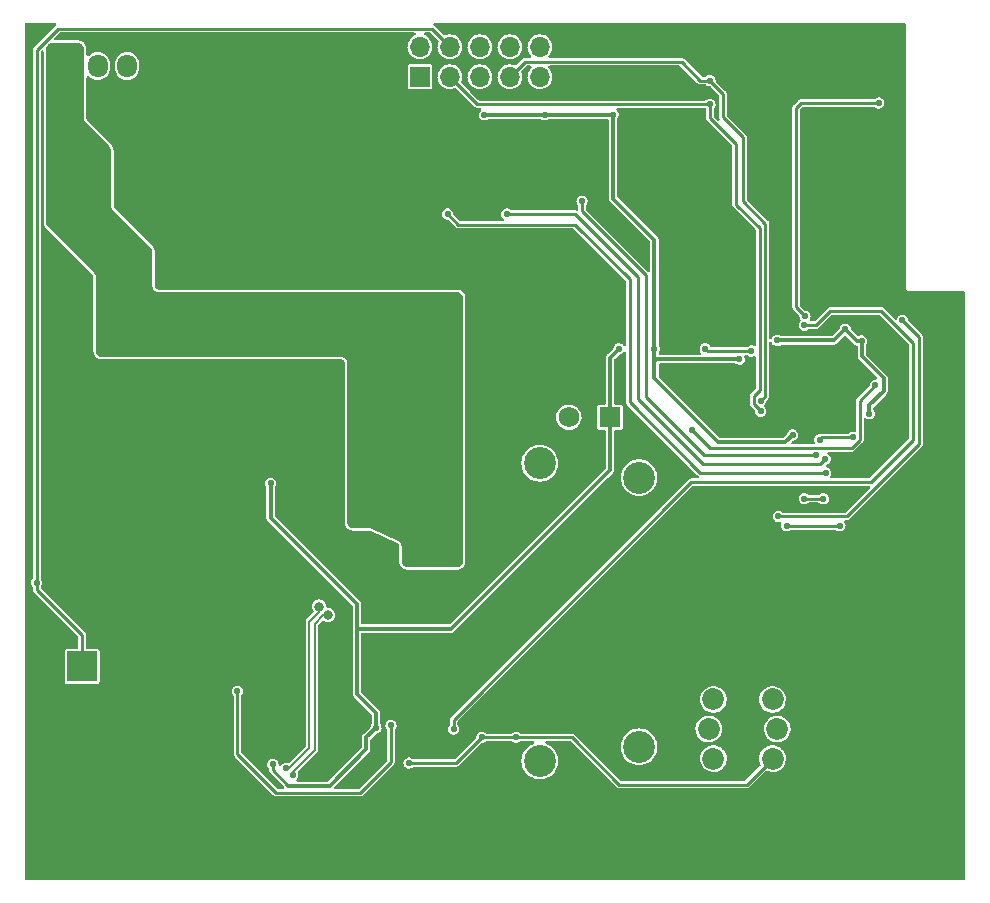
<source format=gbl>
G04 #@! TF.GenerationSoftware,KiCad,Pcbnew,(6.0.9)*
G04 #@! TF.CreationDate,2023-01-29T21:25:14-08:00*
G04 #@! TF.ProjectId,RadarPanelController,52616461-7250-4616-9e65-6c436f6e7472,REV1*
G04 #@! TF.SameCoordinates,Original*
G04 #@! TF.FileFunction,Copper,L2,Bot*
G04 #@! TF.FilePolarity,Positive*
%FSLAX46Y46*%
G04 Gerber Fmt 4.6, Leading zero omitted, Abs format (unit mm)*
G04 Created by KiCad (PCBNEW (6.0.9)) date 2023-01-29 21:25:14*
%MOMM*%
%LPD*%
G01*
G04 APERTURE LIST*
G04 Aperture macros list*
%AMRoundRect*
0 Rectangle with rounded corners*
0 $1 Rounding radius*
0 $2 $3 $4 $5 $6 $7 $8 $9 X,Y pos of 4 corners*
0 Add a 4 corners polygon primitive as box body*
4,1,4,$2,$3,$4,$5,$6,$7,$8,$9,$2,$3,0*
0 Add four circle primitives for the rounded corners*
1,1,$1+$1,$2,$3*
1,1,$1+$1,$4,$5*
1,1,$1+$1,$6,$7*
1,1,$1+$1,$8,$9*
0 Add four rect primitives between the rounded corners*
20,1,$1+$1,$2,$3,$4,$5,0*
20,1,$1+$1,$4,$5,$6,$7,0*
20,1,$1+$1,$6,$7,$8,$9,0*
20,1,$1+$1,$8,$9,$2,$3,0*%
G04 Aperture macros list end*
G04 #@! TA.AperFunction,ComponentPad*
%ADD10RoundRect,0.250000X-0.600000X-0.725000X0.600000X-0.725000X0.600000X0.725000X-0.600000X0.725000X0*%
G04 #@! TD*
G04 #@! TA.AperFunction,ComponentPad*
%ADD11O,1.700000X1.950000*%
G04 #@! TD*
G04 #@! TA.AperFunction,ComponentPad*
%ADD12R,1.700000X1.700000*%
G04 #@! TD*
G04 #@! TA.AperFunction,ComponentPad*
%ADD13O,1.700000X1.700000*%
G04 #@! TD*
G04 #@! TA.AperFunction,ComponentPad*
%ADD14C,0.800000*%
G04 #@! TD*
G04 #@! TA.AperFunction,ComponentPad*
%ADD15C,6.400000*%
G04 #@! TD*
G04 #@! TA.AperFunction,ComponentPad*
%ADD16R,1.750000X1.750000*%
G04 #@! TD*
G04 #@! TA.AperFunction,ComponentPad*
%ADD17C,1.750000*%
G04 #@! TD*
G04 #@! TA.AperFunction,ComponentPad*
%ADD18C,2.700000*%
G04 #@! TD*
G04 #@! TA.AperFunction,ComponentPad*
%ADD19C,1.850000*%
G04 #@! TD*
G04 #@! TA.AperFunction,ComponentPad*
%ADD20R,2.540000X2.540000*%
G04 #@! TD*
G04 #@! TA.AperFunction,ComponentPad*
%ADD21C,2.540000*%
G04 #@! TD*
G04 #@! TA.AperFunction,ComponentPad*
%ADD22O,1.350000X1.700000*%
G04 #@! TD*
G04 #@! TA.AperFunction,ComponentPad*
%ADD23O,1.100000X1.500000*%
G04 #@! TD*
G04 #@! TA.AperFunction,ViaPad*
%ADD24C,0.550000*%
G04 #@! TD*
G04 #@! TA.AperFunction,ViaPad*
%ADD25C,0.800000*%
G04 #@! TD*
G04 #@! TA.AperFunction,Conductor*
%ADD26C,0.220000*%
G04 #@! TD*
G04 #@! TA.AperFunction,Conductor*
%ADD27C,0.200000*%
G04 #@! TD*
G04 #@! TA.AperFunction,Conductor*
%ADD28C,0.300000*%
G04 #@! TD*
G04 #@! TA.AperFunction,Conductor*
%ADD29C,0.250000*%
G04 #@! TD*
G04 APERTURE END LIST*
D10*
X33850000Y-33875000D03*
D11*
X36350000Y-33875000D03*
X38850000Y-33875000D03*
X41350000Y-33875000D03*
D12*
X63650000Y-34775000D03*
D13*
X63650000Y-32235000D03*
X66190000Y-34775000D03*
X66190000Y-32235000D03*
X68730000Y-34775000D03*
X68730000Y-32235000D03*
X71270000Y-34775000D03*
X71270000Y-32235000D03*
X73810000Y-34775000D03*
X73810000Y-32235000D03*
X76350000Y-34775000D03*
X76350000Y-32235000D03*
D14*
X54000000Y-44900000D03*
X52302944Y-44197056D03*
X54000000Y-40100000D03*
X55697056Y-40802944D03*
X51600000Y-42500000D03*
X55697056Y-44197056D03*
X52302944Y-40802944D03*
D15*
X54000000Y-42500000D03*
D14*
X56400000Y-42500000D03*
D16*
X79750000Y-63605000D03*
D17*
X76250000Y-63605000D03*
X79750000Y-96605000D03*
D18*
X82200000Y-91505000D03*
X73800000Y-92705000D03*
X73800000Y-67505000D03*
X82200000Y-68705000D03*
D19*
X93500000Y-92500000D03*
X88500000Y-92500000D03*
X93500000Y-87500000D03*
X88500000Y-87500000D03*
X93900000Y-90000000D03*
X88100000Y-90000000D03*
D20*
X35050000Y-84690000D03*
D21*
X35050000Y-92310000D03*
D14*
X84302944Y-40802944D03*
X84302944Y-44197056D03*
X86000000Y-40100000D03*
X88400000Y-42500000D03*
X87697056Y-44197056D03*
X83600000Y-42500000D03*
D15*
X86000000Y-42500000D03*
D14*
X87697056Y-40802944D03*
X86000000Y-44900000D03*
D20*
X35090000Y-44150000D03*
D21*
X42710000Y-44150000D03*
D22*
X102155000Y-31785000D03*
X96695000Y-31785000D03*
D23*
X97005000Y-34785000D03*
X101845000Y-34785000D03*
D24*
X104500000Y-55400000D03*
X94000000Y-72000000D03*
X33300000Y-73900000D03*
X49000000Y-98000000D03*
X70500000Y-65800000D03*
X51000000Y-98000000D03*
X65600000Y-94100000D03*
X51000000Y-96000000D03*
X52000000Y-49700000D03*
X55000000Y-99800000D03*
X38100000Y-74400000D03*
X102300000Y-58400000D03*
X93400000Y-70000000D03*
X106100000Y-74000000D03*
X94600000Y-54800000D03*
X88800000Y-62900000D03*
X97800000Y-36200000D03*
X99700000Y-70500000D03*
X54500000Y-64500000D03*
X93800000Y-73400000D03*
X69500000Y-49700000D03*
X46300000Y-73000000D03*
X32900000Y-70600000D03*
X33000000Y-53100000D03*
X44700000Y-73000000D03*
X57800000Y-92000000D03*
X35800000Y-65300000D03*
X62500000Y-49700000D03*
X88100000Y-55300000D03*
X81000000Y-77000000D03*
X65600000Y-90400000D03*
X44500000Y-44100000D03*
X97900000Y-74000000D03*
X75000000Y-83000000D03*
X48500000Y-49700000D03*
X84000000Y-97000000D03*
X55800000Y-93600000D03*
X72000000Y-96000000D03*
X40900000Y-44100000D03*
X75000000Y-59100000D03*
X55500000Y-49700000D03*
X102800000Y-57900000D03*
X40600000Y-66100000D03*
X91200000Y-59300000D03*
X51400000Y-91600000D03*
X57000000Y-99800000D03*
X80600000Y-59800000D03*
X42700000Y-46000000D03*
X88000000Y-79000000D03*
X50000000Y-91600000D03*
X44200000Y-91100000D03*
X100800000Y-67600000D03*
X93800000Y-65000000D03*
X91400000Y-64800000D03*
X55500000Y-82500000D03*
X88400000Y-60800000D03*
X93400000Y-71000000D03*
X76000000Y-42700000D03*
X42400000Y-91100000D03*
X91400000Y-63200000D03*
X45500000Y-73000000D03*
X95000000Y-83300000D03*
X42700000Y-42300000D03*
X84000000Y-83000000D03*
X32900000Y-62600000D03*
X46400000Y-38300000D03*
X70500000Y-55300000D03*
X51000000Y-90200000D03*
X104300000Y-61000000D03*
X70500000Y-58800000D03*
X33000000Y-55900000D03*
X64000000Y-42700000D03*
X81000000Y-87000000D03*
X88100000Y-56900000D03*
X52000000Y-76200000D03*
X70500000Y-62300000D03*
X69000000Y-42700000D03*
X46000000Y-91100000D03*
X54500000Y-68000000D03*
X43000000Y-64900000D03*
X65600000Y-88500000D03*
X66000000Y-49700000D03*
X95000000Y-80000000D03*
X100900000Y-53700000D03*
X54500000Y-71500000D03*
X54500000Y-61000000D03*
X90000000Y-77000000D03*
X49000000Y-96000000D03*
X59000000Y-49700000D03*
X85900000Y-92700000D03*
X85200000Y-60800000D03*
X103600000Y-61000000D03*
X70500000Y-69300000D03*
X47800000Y-62600000D03*
X53000000Y-99800000D03*
X96250000Y-55050000D03*
X102500000Y-37000000D03*
X87800000Y-57800000D03*
X91700000Y-58000000D03*
X88200000Y-35100000D03*
X92500000Y-62200000D03*
X88200000Y-37100000D03*
X92500000Y-63100000D03*
X97200000Y-66800000D03*
X77375000Y-45325000D03*
X66500000Y-90000000D03*
X96200000Y-55800000D03*
X98000000Y-68300000D03*
X66000000Y-46400000D03*
X71000000Y-46400000D03*
X97950000Y-67150000D03*
X86700000Y-64700000D03*
X102200000Y-60900000D03*
X65300000Y-71500000D03*
X33300000Y-44100000D03*
X35100000Y-42300000D03*
X35100000Y-46000000D03*
X65900000Y-71500000D03*
X32400000Y-33400000D03*
X59700000Y-68000000D03*
X62500000Y-55200000D03*
X62900000Y-71500000D03*
X59700000Y-61000000D03*
X40800000Y-54500000D03*
X62800000Y-61000000D03*
X33900000Y-32400000D03*
X48500000Y-55200000D03*
X32400000Y-34600000D03*
X38400000Y-55900000D03*
X59700000Y-64500000D03*
X59700000Y-71500000D03*
X63500000Y-71500000D03*
X62800000Y-64500000D03*
X59000000Y-55200000D03*
X59700000Y-57500000D03*
X36900000Y-44100000D03*
X62800000Y-57500000D03*
X64700000Y-71500000D03*
X66500000Y-71500000D03*
X62800000Y-68000000D03*
X38400000Y-53100000D03*
X52000000Y-55200000D03*
X33900000Y-35500000D03*
X64100000Y-71500000D03*
X55500000Y-55200000D03*
X99200000Y-72800000D03*
X94700000Y-72800000D03*
X97492250Y-65507750D03*
X100286696Y-65286696D03*
X52882843Y-93882843D03*
D25*
X55871232Y-80371232D03*
X55128768Y-79628768D03*
D24*
X52317157Y-93317157D03*
X74200000Y-38000000D03*
X83500000Y-57800000D03*
X59925000Y-89875000D03*
X62725000Y-92875000D03*
X51000000Y-69200000D03*
X69100000Y-38000000D03*
X68900000Y-90700000D03*
X95200000Y-65100000D03*
X93900000Y-57100000D03*
X71800000Y-90700000D03*
X90700000Y-58700000D03*
X80000000Y-38000000D03*
X80500000Y-57800000D03*
X101700000Y-63300000D03*
X51200000Y-93000000D03*
X101050000Y-57150000D03*
X99650000Y-56150000D03*
X31200000Y-77600000D03*
X48200000Y-86800000D03*
X61200000Y-89700000D03*
X97800000Y-70500000D03*
X96200000Y-70500000D03*
D26*
X105900000Y-65900000D02*
X99800000Y-72000000D01*
X99800000Y-72000000D02*
X94000000Y-72000000D01*
X104500000Y-55400000D02*
X105900000Y-56800000D01*
X105900000Y-56800000D02*
X105900000Y-65900000D01*
X95500000Y-37400000D02*
X95900000Y-37000000D01*
X96250000Y-55050000D02*
X95500000Y-54300000D01*
X95900000Y-37000000D02*
X102500000Y-37000000D01*
X95500000Y-54300000D02*
X95500000Y-37400000D01*
X91700000Y-58000000D02*
X88000000Y-58000000D01*
X88000000Y-58000000D02*
X87800000Y-57800000D01*
X89300000Y-38200000D02*
X90200000Y-39100000D01*
X89300000Y-36200000D02*
X89300000Y-37800000D01*
X72545000Y-33500000D02*
X85800000Y-33500000D01*
X90200000Y-39100000D02*
X91000000Y-39900000D01*
X85800000Y-33500000D02*
X87400000Y-35100000D01*
X92900000Y-61800000D02*
X92500000Y-62200000D01*
X92900000Y-60600000D02*
X92900000Y-61800000D01*
X88200000Y-35100000D02*
X89300000Y-36200000D01*
X92900000Y-47200000D02*
X92900000Y-60600000D01*
X71270000Y-34775000D02*
X72545000Y-33500000D01*
X91000000Y-39900000D02*
X91000000Y-45300000D01*
X91000000Y-45300000D02*
X92900000Y-47200000D01*
X89300000Y-37800000D02*
X89300000Y-38200000D01*
X87400000Y-35100000D02*
X88200000Y-35100000D01*
X90400000Y-45600000D02*
X90400000Y-40500000D01*
X92400000Y-47600000D02*
X90400000Y-45600000D01*
X88200000Y-38300000D02*
X88200000Y-37100000D01*
X91900000Y-61800000D02*
X92400000Y-61300000D01*
X91900000Y-62500000D02*
X91900000Y-61800000D01*
X92400000Y-61300000D02*
X92400000Y-47600000D01*
X90400000Y-40500000D02*
X88200000Y-38300000D01*
X68515000Y-37100000D02*
X88200000Y-37100000D01*
X66190000Y-34775000D02*
X68515000Y-37100000D01*
X92500000Y-63100000D02*
X91900000Y-62500000D01*
X97200000Y-66800000D02*
X87700000Y-66800000D01*
X82800000Y-61900000D02*
X82800000Y-51600000D01*
X77375000Y-46175000D02*
X77375000Y-45325000D01*
X82800000Y-51600000D02*
X77375000Y-46175000D01*
X87700000Y-66800000D02*
X82800000Y-61900000D01*
X101800000Y-69100000D02*
X105400000Y-65500000D01*
X105400000Y-65500000D02*
X105400000Y-57300000D01*
X86600000Y-69100000D02*
X101800000Y-69100000D01*
X66500000Y-89200000D02*
X86600000Y-69100000D01*
X98400000Y-54600000D02*
X97200000Y-55800000D01*
X66500000Y-90000000D02*
X66500000Y-89200000D01*
X102700000Y-54600000D02*
X98400000Y-54600000D01*
X105400000Y-57300000D02*
X102700000Y-54600000D01*
X97200000Y-55800000D02*
X96200000Y-55800000D01*
X81400000Y-51900000D02*
X76800000Y-47300000D01*
X81400000Y-62300000D02*
X81400000Y-51900000D01*
X66900000Y-47300000D02*
X66000000Y-46400000D01*
X98000000Y-68300000D02*
X87400000Y-68300000D01*
X76800000Y-47300000D02*
X66900000Y-47300000D01*
X87400000Y-68300000D02*
X81400000Y-62300000D01*
X82100000Y-51700000D02*
X76800000Y-46400000D01*
X97500000Y-67600000D02*
X87600000Y-67600000D01*
X76800000Y-46400000D02*
X71000000Y-46400000D01*
X82100000Y-62100000D02*
X82100000Y-51700000D01*
X87600000Y-67600000D02*
X82100000Y-62100000D01*
X97950000Y-67150000D02*
X97500000Y-67600000D01*
X100200000Y-66200000D02*
X88200000Y-66200000D01*
X100900000Y-62200000D02*
X100900000Y-65500000D01*
X102200000Y-60900000D02*
X100900000Y-62200000D01*
X100900000Y-65500000D02*
X100200000Y-66200000D01*
X88200000Y-66200000D02*
X86700000Y-64700000D01*
X99200000Y-72800000D02*
X94700000Y-72800000D01*
X97700000Y-65300000D02*
X100273392Y-65300000D01*
X100273392Y-65300000D02*
X100286696Y-65286696D01*
X97492250Y-65507750D02*
X97700000Y-65300000D01*
D27*
X54725000Y-91793199D02*
X52882843Y-93635356D01*
X55871232Y-80371232D02*
X55446967Y-80371232D01*
X55446967Y-80371232D02*
X54725000Y-81093199D01*
X52882843Y-93635356D02*
X52882843Y-93882843D01*
X54725000Y-81093199D02*
X54725000Y-91793199D01*
X55128768Y-80053033D02*
X54275000Y-80906801D01*
X55128768Y-79628768D02*
X55128768Y-80053033D01*
X52564644Y-93317157D02*
X52317157Y-93317157D01*
X54275000Y-80906801D02*
X54275000Y-91606801D01*
X54275000Y-91606801D02*
X52564644Y-93317157D01*
D26*
X71800000Y-90700000D02*
X76500000Y-90700000D01*
D28*
X101700000Y-63300000D02*
X101700000Y-62600000D01*
X102900000Y-61400000D02*
X102900000Y-60300000D01*
X98700000Y-57100000D02*
X99650000Y-56150000D01*
X79750000Y-58550000D02*
X79750000Y-63605000D01*
X88900000Y-65700000D02*
X83500000Y-60300000D01*
X100650000Y-57150000D02*
X99650000Y-56150000D01*
D26*
X76500000Y-90700000D02*
X80500000Y-94700000D01*
D28*
X95200000Y-65100000D02*
X94600000Y-65700000D01*
X94600000Y-65700000D02*
X88900000Y-65700000D01*
X59925000Y-89875000D02*
X59100000Y-90700000D01*
D26*
X80500000Y-94700000D02*
X91300000Y-94700000D01*
D28*
X81100000Y-46200000D02*
X80000000Y-45100000D01*
X80500000Y-57800000D02*
X79750000Y-58550000D01*
X101050000Y-57150000D02*
X100650000Y-57150000D01*
X58300000Y-82500000D02*
X58300000Y-81500000D01*
X102900000Y-60300000D02*
X101050000Y-58450000D01*
X83500000Y-60300000D02*
X83500000Y-58900000D01*
X83500000Y-57800000D02*
X83500000Y-58900000D01*
X53900000Y-75000000D02*
X51000000Y-72100000D01*
X56000000Y-94800000D02*
X52500000Y-94800000D01*
X58300000Y-81500000D02*
X66300000Y-81500000D01*
X79750000Y-68050000D02*
X79750000Y-63605000D01*
D26*
X71800000Y-90700000D02*
X68900000Y-90700000D01*
D28*
X101700000Y-62600000D02*
X102900000Y-61400000D01*
X59100000Y-91700000D02*
X56000000Y-94800000D01*
X83500000Y-57800000D02*
X83500000Y-48600000D01*
X69100000Y-38000000D02*
X74200000Y-38000000D01*
X58900000Y-87600000D02*
X58300000Y-87000000D01*
X90700000Y-58700000D02*
X83700000Y-58700000D01*
X83500000Y-48600000D02*
X81100000Y-46200000D01*
X101050000Y-58450000D02*
X101050000Y-57150000D01*
X58300000Y-81500000D02*
X58300000Y-79400000D01*
X51000000Y-72100000D02*
X51000000Y-69200000D01*
X80000000Y-45100000D02*
X80000000Y-38000000D01*
D26*
X68900000Y-90700000D02*
X66725000Y-92875000D01*
D28*
X80000000Y-38000000D02*
X74200000Y-38000000D01*
D26*
X91300000Y-94700000D02*
X93500000Y-92500000D01*
X66725000Y-92875000D02*
X62725000Y-92875000D01*
D28*
X83700000Y-58700000D02*
X83500000Y-58900000D01*
X59925000Y-88625000D02*
X58900000Y-87600000D01*
D26*
X51200000Y-93000000D02*
X51200000Y-93500000D01*
D28*
X58300000Y-87000000D02*
X58300000Y-82500000D01*
D26*
X51200000Y-93500000D02*
X52500000Y-94800000D01*
D28*
X59925000Y-89875000D02*
X59925000Y-88625000D01*
X66300000Y-81500000D02*
X79750000Y-68050000D01*
X59100000Y-90700000D02*
X59100000Y-91700000D01*
X93900000Y-57100000D02*
X98700000Y-57100000D01*
X58300000Y-79400000D02*
X53900000Y-75000000D01*
D29*
X35050000Y-82050000D02*
X35050000Y-84690000D01*
D26*
X58600000Y-95400000D02*
X51500000Y-95400000D01*
X51500000Y-95400000D02*
X48200000Y-92100000D01*
D29*
X31200000Y-32500000D02*
X33000000Y-30700000D01*
X33000000Y-30700000D02*
X64655000Y-30700000D01*
X31200000Y-77600000D02*
X31200000Y-32500000D01*
D26*
X61200000Y-89700000D02*
X61200000Y-92800000D01*
D29*
X31200000Y-77600000D02*
X31200000Y-78200000D01*
D26*
X48200000Y-92100000D02*
X48200000Y-86800000D01*
X61200000Y-92800000D02*
X58600000Y-95400000D01*
D29*
X64655000Y-30700000D02*
X66190000Y-32235000D01*
X31200000Y-78200000D02*
X35050000Y-82050000D01*
D26*
X96200000Y-70500000D02*
X97800000Y-70500000D01*
G04 #@! TA.AperFunction,Conductor*
G36*
X34708188Y-31901078D02*
G01*
X34812963Y-31914872D01*
X34844735Y-31923385D01*
X34934674Y-31960639D01*
X34963160Y-31977086D01*
X35040393Y-32036349D01*
X35063651Y-32059607D01*
X35122914Y-32136840D01*
X35139361Y-32165326D01*
X35176615Y-32255265D01*
X35185128Y-32287037D01*
X35198922Y-32391812D01*
X35200000Y-32408258D01*
X35200000Y-38292893D01*
X35217037Y-38422303D01*
X35266987Y-38542893D01*
X35346447Y-38646447D01*
X37347712Y-40647712D01*
X37358572Y-40660094D01*
X37422916Y-40743948D01*
X37439360Y-40772431D01*
X37476615Y-40862372D01*
X37485128Y-40894144D01*
X37498922Y-40998919D01*
X37500000Y-41015365D01*
X37500000Y-45692893D01*
X37517037Y-45822303D01*
X37566987Y-45942893D01*
X37646447Y-46046447D01*
X40847712Y-49247712D01*
X40858572Y-49260094D01*
X40922916Y-49343948D01*
X40939360Y-49372431D01*
X40976615Y-49462372D01*
X40985128Y-49494144D01*
X40998922Y-49598919D01*
X41000000Y-49615365D01*
X41000000Y-52500000D01*
X41017037Y-52629410D01*
X41066987Y-52750000D01*
X41146447Y-52853553D01*
X41250000Y-52933013D01*
X41257626Y-52936172D01*
X41257628Y-52936173D01*
X41362961Y-52979803D01*
X41370590Y-52982963D01*
X41500000Y-53000000D01*
X66791742Y-53000000D01*
X66808188Y-53001078D01*
X66912963Y-53014872D01*
X66944735Y-53023385D01*
X67034674Y-53060639D01*
X67063160Y-53077086D01*
X67140393Y-53136349D01*
X67163651Y-53159607D01*
X67222914Y-53236840D01*
X67239361Y-53265326D01*
X67276615Y-53355265D01*
X67285128Y-53387037D01*
X67298922Y-53491812D01*
X67300000Y-53508258D01*
X67300000Y-75791742D01*
X67298922Y-75808188D01*
X67285128Y-75912963D01*
X67276615Y-75944735D01*
X67239361Y-76034674D01*
X67222914Y-76063160D01*
X67163651Y-76140393D01*
X67140393Y-76163651D01*
X67063160Y-76222914D01*
X67034674Y-76239361D01*
X66944735Y-76276615D01*
X66912963Y-76285128D01*
X66808188Y-76298922D01*
X66791742Y-76300000D01*
X62608258Y-76300000D01*
X62591812Y-76298922D01*
X62487037Y-76285128D01*
X62455265Y-76276615D01*
X62365326Y-76239361D01*
X62336840Y-76222914D01*
X62259607Y-76163651D01*
X62236349Y-76140393D01*
X62177086Y-76063160D01*
X62160639Y-76034674D01*
X62123385Y-75944735D01*
X62114872Y-75912963D01*
X62101078Y-75808188D01*
X62100000Y-75791742D01*
X62100000Y-74519916D01*
X62079887Y-74379531D01*
X62021168Y-74250439D01*
X61928565Y-74143028D01*
X61809529Y-74065937D01*
X59599711Y-73046020D01*
X59580562Y-73039583D01*
X59503909Y-73013814D01*
X59503903Y-73013813D01*
X59497443Y-73011641D01*
X59390182Y-73000000D01*
X58008258Y-73000000D01*
X57991812Y-72998922D01*
X57887037Y-72985128D01*
X57855265Y-72976615D01*
X57765326Y-72939361D01*
X57736840Y-72922914D01*
X57659607Y-72863651D01*
X57636349Y-72840393D01*
X57577086Y-72763160D01*
X57560639Y-72734674D01*
X57523385Y-72644735D01*
X57514872Y-72612963D01*
X57501078Y-72508188D01*
X57500000Y-72491742D01*
X57500000Y-59000000D01*
X57482963Y-58870590D01*
X57433013Y-58750000D01*
X57353553Y-58646447D01*
X57250000Y-58566987D01*
X57242374Y-58563828D01*
X57242372Y-58563827D01*
X57137039Y-58520197D01*
X57129410Y-58517037D01*
X57000000Y-58500000D01*
X36708258Y-58500000D01*
X36691812Y-58498922D01*
X36587037Y-58485128D01*
X36555265Y-58476615D01*
X36465326Y-58439361D01*
X36436840Y-58422914D01*
X36359607Y-58363651D01*
X36336349Y-58340393D01*
X36277086Y-58263160D01*
X36260639Y-58234674D01*
X36223385Y-58144735D01*
X36214872Y-58112963D01*
X36201078Y-58008188D01*
X36200000Y-57991742D01*
X36200000Y-51707107D01*
X36182963Y-51577697D01*
X36133013Y-51457107D01*
X36053553Y-51353553D01*
X32152288Y-47452288D01*
X32141428Y-47439906D01*
X32077084Y-47356052D01*
X32060640Y-47327569D01*
X32023385Y-47237628D01*
X32014872Y-47205856D01*
X32001078Y-47101081D01*
X32000000Y-47084635D01*
X32000000Y-32408258D01*
X32001078Y-32391812D01*
X32014872Y-32287037D01*
X32023385Y-32255265D01*
X32060639Y-32165326D01*
X32077086Y-32136840D01*
X32136349Y-32059607D01*
X32159607Y-32036349D01*
X32236840Y-31977086D01*
X32265326Y-31960639D01*
X32355265Y-31923385D01*
X32387037Y-31914872D01*
X32491812Y-31901078D01*
X32508258Y-31900000D01*
X34691742Y-31900000D01*
X34708188Y-31901078D01*
G37*
G04 #@! TD.AperFunction*
G04 #@! TA.AperFunction,Conductor*
G36*
X32812043Y-30220502D02*
G01*
X32858536Y-30274158D01*
X32868640Y-30344432D01*
X32839146Y-30409012D01*
X32806924Y-30435618D01*
X32787545Y-30446806D01*
X32780462Y-30455247D01*
X32780461Y-30455248D01*
X32763320Y-30475676D01*
X32755894Y-30483779D01*
X30983784Y-32255890D01*
X30975681Y-32263316D01*
X30946806Y-32287545D01*
X30941293Y-32297094D01*
X30927961Y-32320185D01*
X30922055Y-32329456D01*
X30900446Y-32360316D01*
X30897592Y-32370966D01*
X30896115Y-32374134D01*
X30894923Y-32377410D01*
X30889412Y-32386955D01*
X30883689Y-32419411D01*
X30882870Y-32424058D01*
X30880492Y-32434785D01*
X30870736Y-32471193D01*
X30871697Y-32482178D01*
X30871697Y-32482180D01*
X30874020Y-32508728D01*
X30874500Y-32519710D01*
X30874500Y-77202513D01*
X30854498Y-77270634D01*
X30842943Y-77285918D01*
X30798487Y-77336255D01*
X30740601Y-77459548D01*
X30719646Y-77594131D01*
X30720810Y-77603033D01*
X30720810Y-77603036D01*
X30721948Y-77611737D01*
X30737306Y-77729186D01*
X30792162Y-77853856D01*
X30844952Y-77916657D01*
X30873472Y-77981671D01*
X30874500Y-77997731D01*
X30874500Y-78180290D01*
X30874020Y-78191272D01*
X30870736Y-78228807D01*
X30873590Y-78239456D01*
X30880491Y-78265210D01*
X30882870Y-78275942D01*
X30889412Y-78313045D01*
X30894923Y-78322590D01*
X30896115Y-78325866D01*
X30897592Y-78329034D01*
X30900446Y-78339684D01*
X30906770Y-78348715D01*
X30922055Y-78370544D01*
X30927961Y-78379815D01*
X30941293Y-78402906D01*
X30946806Y-78412455D01*
X30955251Y-78419541D01*
X30975682Y-78436685D01*
X30983785Y-78444111D01*
X34687595Y-82147922D01*
X34721621Y-82210234D01*
X34724500Y-82237017D01*
X34724500Y-83093500D01*
X34704498Y-83161621D01*
X34650842Y-83208114D01*
X34598500Y-83219500D01*
X33760252Y-83219500D01*
X33754184Y-83220707D01*
X33713939Y-83228712D01*
X33713938Y-83228712D01*
X33701769Y-83231133D01*
X33635448Y-83275448D01*
X33591133Y-83341769D01*
X33579500Y-83400252D01*
X33579500Y-85979748D01*
X33591133Y-86038231D01*
X33635448Y-86104552D01*
X33701769Y-86148867D01*
X33713938Y-86151288D01*
X33713939Y-86151288D01*
X33754184Y-86159293D01*
X33760252Y-86160500D01*
X36339748Y-86160500D01*
X36345816Y-86159293D01*
X36386061Y-86151288D01*
X36386062Y-86151288D01*
X36398231Y-86148867D01*
X36464552Y-86104552D01*
X36508867Y-86038231D01*
X36520500Y-85979748D01*
X36520500Y-83400252D01*
X36508867Y-83341769D01*
X36464552Y-83275448D01*
X36398231Y-83231133D01*
X36386062Y-83228712D01*
X36386061Y-83228712D01*
X36345816Y-83220707D01*
X36339748Y-83219500D01*
X35501500Y-83219500D01*
X35433379Y-83199498D01*
X35386886Y-83145842D01*
X35375500Y-83093500D01*
X35375500Y-82069713D01*
X35375979Y-82058732D01*
X35378303Y-82032170D01*
X35378303Y-82032168D01*
X35379263Y-82021193D01*
X35369508Y-81984783D01*
X35367133Y-81974072D01*
X35362501Y-81947806D01*
X35360588Y-81936955D01*
X35355078Y-81927411D01*
X35353886Y-81924135D01*
X35352407Y-81920964D01*
X35349554Y-81910316D01*
X35327940Y-81879448D01*
X35322036Y-81870179D01*
X35308709Y-81847096D01*
X35308707Y-81847093D01*
X35303194Y-81837545D01*
X35274331Y-81813326D01*
X35266227Y-81805900D01*
X33429313Y-79968986D01*
X31562405Y-78102079D01*
X31528379Y-78039767D01*
X31525500Y-78012984D01*
X31525500Y-77997573D01*
X31545502Y-77929452D01*
X31558085Y-77913018D01*
X31592237Y-77875288D01*
X31592242Y-77875281D01*
X31598261Y-77868631D01*
X31657649Y-77746054D01*
X31680247Y-77611737D01*
X31680390Y-77600000D01*
X31661081Y-77465171D01*
X31604706Y-77341180D01*
X31556047Y-77284709D01*
X31526733Y-77220047D01*
X31525500Y-77202461D01*
X31525500Y-32687016D01*
X31545502Y-32618895D01*
X31562405Y-32597921D01*
X31579405Y-32580921D01*
X31641717Y-32546895D01*
X31712532Y-32551960D01*
X31769368Y-32594507D01*
X31794179Y-32661027D01*
X31794500Y-32670016D01*
X31794500Y-47084635D01*
X31794940Y-47098076D01*
X31796018Y-47114522D01*
X31796116Y-47115519D01*
X31796118Y-47115541D01*
X31797234Y-47126871D01*
X31797336Y-47127904D01*
X31811130Y-47232679D01*
X31811531Y-47234695D01*
X31811533Y-47234707D01*
X31814961Y-47251938D01*
X31816374Y-47259042D01*
X31824887Y-47290814D01*
X31833528Y-47316270D01*
X31834319Y-47318179D01*
X31834321Y-47318185D01*
X31838641Y-47328613D01*
X31870783Y-47406211D01*
X31882670Y-47430316D01*
X31899114Y-47458799D01*
X31914050Y-47481153D01*
X31915310Y-47482795D01*
X31915315Y-47482802D01*
X31963298Y-47545334D01*
X31978394Y-47565007D01*
X31986933Y-47575411D01*
X31997793Y-47587793D01*
X32006978Y-47597598D01*
X35892869Y-51483489D01*
X35903737Y-51495881D01*
X35943414Y-51547590D01*
X35959857Y-51576069D01*
X35976405Y-51616019D01*
X35984917Y-51647787D01*
X35993422Y-51712389D01*
X35994500Y-51728835D01*
X35994500Y-57991742D01*
X35994940Y-58005183D01*
X35996018Y-58021629D01*
X35997336Y-58035011D01*
X36011130Y-58139786D01*
X36011531Y-58141802D01*
X36011533Y-58141814D01*
X36015972Y-58164130D01*
X36016374Y-58166149D01*
X36016904Y-58168127D01*
X36016907Y-58168140D01*
X36017393Y-58169953D01*
X36024887Y-58197921D01*
X36033528Y-58223377D01*
X36034319Y-58225286D01*
X36034321Y-58225292D01*
X36069858Y-58311086D01*
X36070782Y-58313316D01*
X36082672Y-58337427D01*
X36083701Y-58339209D01*
X36083703Y-58339213D01*
X36098094Y-58364138D01*
X36099119Y-58365913D01*
X36114052Y-58388261D01*
X36115319Y-58389912D01*
X36115321Y-58389915D01*
X36172055Y-58463853D01*
X36172068Y-58463868D01*
X36173315Y-58465494D01*
X36191039Y-58485703D01*
X36214297Y-58508961D01*
X36234506Y-58526685D01*
X36236132Y-58527932D01*
X36236147Y-58527945D01*
X36286065Y-58566248D01*
X36311739Y-58585948D01*
X36313457Y-58587096D01*
X36313464Y-58587101D01*
X36322451Y-58593106D01*
X36334087Y-58600881D01*
X36335858Y-58601904D01*
X36335862Y-58601906D01*
X36343958Y-58606580D01*
X36362573Y-58617328D01*
X36386684Y-58629218D01*
X36388571Y-58629999D01*
X36388574Y-58630001D01*
X36474708Y-58665679D01*
X36474714Y-58665681D01*
X36476623Y-58666472D01*
X36502079Y-58675113D01*
X36516812Y-58679061D01*
X36531860Y-58683093D01*
X36531873Y-58683096D01*
X36533851Y-58683626D01*
X36535859Y-58684025D01*
X36535870Y-58684028D01*
X36558186Y-58688467D01*
X36558198Y-58688469D01*
X36560214Y-58688870D01*
X36664989Y-58702664D01*
X36666007Y-58702764D01*
X36666022Y-58702766D01*
X36677352Y-58703882D01*
X36677374Y-58703884D01*
X36678371Y-58703982D01*
X36679377Y-58704048D01*
X36679390Y-58704049D01*
X36683800Y-58704338D01*
X36694817Y-58705060D01*
X36695796Y-58705092D01*
X36695815Y-58705093D01*
X36707270Y-58705468D01*
X36707291Y-58705468D01*
X36708258Y-58705500D01*
X56978272Y-58705500D01*
X56994717Y-58706578D01*
X57016478Y-58709443D01*
X57059319Y-58715083D01*
X57091091Y-58723596D01*
X57131040Y-58740144D01*
X57159523Y-58756588D01*
X57193832Y-58782915D01*
X57217085Y-58806168D01*
X57240898Y-58837201D01*
X57243411Y-58840476D01*
X57259856Y-58868960D01*
X57276404Y-58908909D01*
X57284918Y-58940684D01*
X57293422Y-59005283D01*
X57294500Y-59021728D01*
X57294500Y-72491742D01*
X57294940Y-72505183D01*
X57296018Y-72521629D01*
X57297336Y-72535011D01*
X57311130Y-72639786D01*
X57311531Y-72641802D01*
X57311533Y-72641814D01*
X57315061Y-72659548D01*
X57316374Y-72666149D01*
X57324887Y-72697921D01*
X57333528Y-72723377D01*
X57370782Y-72813316D01*
X57382672Y-72837427D01*
X57399119Y-72865913D01*
X57414052Y-72888261D01*
X57415319Y-72889912D01*
X57415321Y-72889915D01*
X57472055Y-72963853D01*
X57472068Y-72963868D01*
X57473315Y-72965494D01*
X57491039Y-72985703D01*
X57514297Y-73008961D01*
X57534506Y-73026685D01*
X57536132Y-73027932D01*
X57536147Y-73027945D01*
X57610085Y-73084679D01*
X57611739Y-73085948D01*
X57613457Y-73087096D01*
X57613464Y-73087101D01*
X57622451Y-73093106D01*
X57634087Y-73100881D01*
X57662573Y-73117328D01*
X57686684Y-73129218D01*
X57688571Y-73129999D01*
X57688574Y-73130001D01*
X57774708Y-73165679D01*
X57774714Y-73165681D01*
X57776623Y-73166472D01*
X57802079Y-73175113D01*
X57816812Y-73179061D01*
X57831860Y-73183093D01*
X57831873Y-73183096D01*
X57833851Y-73183626D01*
X57835859Y-73184025D01*
X57835870Y-73184028D01*
X57858186Y-73188467D01*
X57858198Y-73188469D01*
X57860214Y-73188870D01*
X57964989Y-73202664D01*
X57966007Y-73202764D01*
X57966022Y-73202766D01*
X57977352Y-73203882D01*
X57977374Y-73203884D01*
X57978371Y-73203982D01*
X57979377Y-73204048D01*
X57979390Y-73204049D01*
X57983800Y-73204338D01*
X57994817Y-73205060D01*
X57995796Y-73205092D01*
X57995815Y-73205093D01*
X58007270Y-73205468D01*
X58007291Y-73205468D01*
X58008258Y-73205500D01*
X59372252Y-73205500D01*
X59385831Y-73206234D01*
X59439513Y-73212060D01*
X59466057Y-73217891D01*
X59517225Y-73235092D01*
X59529877Y-73240121D01*
X61701966Y-74242625D01*
X61717657Y-74251270D01*
X61776992Y-74289697D01*
X61803930Y-74313181D01*
X61834511Y-74348652D01*
X61853774Y-74378758D01*
X61873166Y-74421392D01*
X61883199Y-74455689D01*
X61893226Y-74525670D01*
X61894500Y-74543541D01*
X61894500Y-75791742D01*
X61894940Y-75805183D01*
X61896018Y-75821629D01*
X61897336Y-75835011D01*
X61911130Y-75939786D01*
X61916374Y-75966149D01*
X61924887Y-75997921D01*
X61933528Y-76023377D01*
X61970782Y-76113316D01*
X61982672Y-76137427D01*
X61999119Y-76165913D01*
X62014052Y-76188261D01*
X62015319Y-76189912D01*
X62015321Y-76189915D01*
X62072055Y-76263853D01*
X62072068Y-76263868D01*
X62073315Y-76265494D01*
X62091039Y-76285703D01*
X62114297Y-76308961D01*
X62134506Y-76326685D01*
X62136132Y-76327932D01*
X62136147Y-76327945D01*
X62210085Y-76384679D01*
X62211739Y-76385948D01*
X62213457Y-76387096D01*
X62213464Y-76387101D01*
X62222451Y-76393106D01*
X62234087Y-76400881D01*
X62262573Y-76417328D01*
X62286684Y-76429218D01*
X62288571Y-76429999D01*
X62288574Y-76430001D01*
X62374708Y-76465679D01*
X62374714Y-76465681D01*
X62376623Y-76466472D01*
X62402079Y-76475113D01*
X62416812Y-76479061D01*
X62431860Y-76483093D01*
X62431873Y-76483096D01*
X62433851Y-76483626D01*
X62435859Y-76484025D01*
X62435870Y-76484028D01*
X62458186Y-76488467D01*
X62458198Y-76488469D01*
X62460214Y-76488870D01*
X62564989Y-76502664D01*
X62566007Y-76502764D01*
X62566022Y-76502766D01*
X62577352Y-76503882D01*
X62577374Y-76503884D01*
X62578371Y-76503982D01*
X62579377Y-76504048D01*
X62579390Y-76504049D01*
X62583800Y-76504338D01*
X62594817Y-76505060D01*
X62595796Y-76505092D01*
X62595815Y-76505093D01*
X62607270Y-76505468D01*
X62607291Y-76505468D01*
X62608258Y-76505500D01*
X66791742Y-76505500D01*
X66792709Y-76505468D01*
X66792730Y-76505468D01*
X66804185Y-76505093D01*
X66804204Y-76505092D01*
X66805183Y-76505060D01*
X66816200Y-76504338D01*
X66820610Y-76504049D01*
X66820623Y-76504048D01*
X66821629Y-76503982D01*
X66822626Y-76503884D01*
X66822648Y-76503882D01*
X66833978Y-76502766D01*
X66833993Y-76502764D01*
X66835011Y-76502664D01*
X66939786Y-76488870D01*
X66941802Y-76488469D01*
X66941814Y-76488467D01*
X66964130Y-76484028D01*
X66964141Y-76484025D01*
X66966149Y-76483626D01*
X66968127Y-76483096D01*
X66968140Y-76483093D01*
X66983188Y-76479061D01*
X66997921Y-76475113D01*
X67023377Y-76466472D01*
X67025286Y-76465681D01*
X67025292Y-76465679D01*
X67111426Y-76430001D01*
X67111429Y-76429999D01*
X67113316Y-76429218D01*
X67137427Y-76417328D01*
X67165913Y-76400881D01*
X67177549Y-76393106D01*
X67186536Y-76387101D01*
X67186543Y-76387096D01*
X67188261Y-76385948D01*
X67189915Y-76384679D01*
X67263853Y-76327945D01*
X67263868Y-76327932D01*
X67265494Y-76326685D01*
X67285703Y-76308961D01*
X67308961Y-76285703D01*
X67326685Y-76265494D01*
X67327932Y-76263868D01*
X67327945Y-76263853D01*
X67384679Y-76189915D01*
X67384681Y-76189912D01*
X67385948Y-76188261D01*
X67400881Y-76165913D01*
X67417328Y-76137427D01*
X67429218Y-76113316D01*
X67466472Y-76023377D01*
X67475113Y-75997921D01*
X67483626Y-75966149D01*
X67488870Y-75939786D01*
X67502664Y-75835011D01*
X67503982Y-75821629D01*
X67505060Y-75805183D01*
X67505500Y-75791742D01*
X67505500Y-67505000D01*
X72244706Y-67505000D01*
X72263854Y-67748302D01*
X72282241Y-67824887D01*
X72308224Y-67933112D01*
X72320828Y-67985612D01*
X72322718Y-67990175D01*
X72322720Y-67990181D01*
X72392378Y-68158350D01*
X72414223Y-68211089D01*
X72541741Y-68419179D01*
X72700241Y-68604759D01*
X72885821Y-68763259D01*
X73093911Y-68890777D01*
X73098481Y-68892670D01*
X73098485Y-68892672D01*
X73314819Y-68982280D01*
X73314825Y-68982282D01*
X73319388Y-68984172D01*
X73324188Y-68985324D01*
X73324193Y-68985326D01*
X73432702Y-69011377D01*
X73556698Y-69041146D01*
X73800000Y-69060294D01*
X74043302Y-69041146D01*
X74167298Y-69011377D01*
X74275807Y-68985326D01*
X74275812Y-68985324D01*
X74280612Y-68984172D01*
X74285175Y-68982282D01*
X74285181Y-68982280D01*
X74501515Y-68892672D01*
X74501519Y-68892670D01*
X74506089Y-68890777D01*
X74714179Y-68763259D01*
X74899759Y-68604759D01*
X75058259Y-68419179D01*
X75185777Y-68211089D01*
X75207622Y-68158350D01*
X75277280Y-67990181D01*
X75277282Y-67990175D01*
X75279172Y-67985612D01*
X75291777Y-67933112D01*
X75317759Y-67824887D01*
X75336146Y-67748302D01*
X75355294Y-67505000D01*
X75336146Y-67261698D01*
X75294634Y-67088792D01*
X75280326Y-67029193D01*
X75280324Y-67029188D01*
X75279172Y-67024388D01*
X75277282Y-67019825D01*
X75277280Y-67019819D01*
X75187672Y-66803485D01*
X75187670Y-66803481D01*
X75185777Y-66798911D01*
X75058259Y-66590821D01*
X74899759Y-66405241D01*
X74714179Y-66246741D01*
X74506089Y-66119223D01*
X74501519Y-66117330D01*
X74501515Y-66117328D01*
X74285181Y-66027720D01*
X74285175Y-66027718D01*
X74280612Y-66025828D01*
X74275812Y-66024676D01*
X74275807Y-66024674D01*
X74147599Y-65993894D01*
X74043302Y-65968854D01*
X73800000Y-65949706D01*
X73556698Y-65968854D01*
X73452401Y-65993894D01*
X73324193Y-66024674D01*
X73324188Y-66024676D01*
X73319388Y-66025828D01*
X73314825Y-66027718D01*
X73314819Y-66027720D01*
X73098485Y-66117328D01*
X73098481Y-66117330D01*
X73093911Y-66119223D01*
X72885821Y-66246741D01*
X72700241Y-66405241D01*
X72541741Y-66590821D01*
X72414223Y-66798911D01*
X72412330Y-66803481D01*
X72412328Y-66803485D01*
X72322720Y-67019819D01*
X72322718Y-67019825D01*
X72320828Y-67024388D01*
X72319676Y-67029188D01*
X72319674Y-67029193D01*
X72305366Y-67088792D01*
X72263854Y-67261698D01*
X72244706Y-67505000D01*
X67505500Y-67505000D01*
X67505500Y-63576726D01*
X75170262Y-63576726D01*
X75183190Y-63773966D01*
X75231845Y-63965547D01*
X75314599Y-64145054D01*
X75428679Y-64306474D01*
X75570266Y-64444402D01*
X75734617Y-64554217D01*
X75739919Y-64556495D01*
X75739921Y-64556496D01*
X75898976Y-64624832D01*
X75916228Y-64632244D01*
X75987698Y-64648416D01*
X76103381Y-64674593D01*
X76103387Y-64674594D01*
X76109018Y-64675868D01*
X76114789Y-64676095D01*
X76114791Y-64676095D01*
X76175384Y-64678475D01*
X76306528Y-64683628D01*
X76408837Y-64668794D01*
X76496432Y-64656094D01*
X76496437Y-64656093D01*
X76502146Y-64655265D01*
X76507610Y-64653410D01*
X76507615Y-64653409D01*
X76683848Y-64593586D01*
X76683853Y-64593584D01*
X76689320Y-64591728D01*
X76694361Y-64588905D01*
X76856742Y-64497967D01*
X76856746Y-64497964D01*
X76861780Y-64495145D01*
X76866217Y-64491454D01*
X76866221Y-64491452D01*
X77009314Y-64372443D01*
X77013752Y-64368752D01*
X77069469Y-64301759D01*
X77136452Y-64221221D01*
X77136454Y-64221217D01*
X77140145Y-64216780D01*
X77142964Y-64211746D01*
X77142967Y-64211742D01*
X77233905Y-64049361D01*
X77233905Y-64049360D01*
X77236728Y-64044320D01*
X77238584Y-64038853D01*
X77238586Y-64038848D01*
X77298409Y-63862615D01*
X77298410Y-63862610D01*
X77300265Y-63857146D01*
X77301093Y-63851437D01*
X77301094Y-63851432D01*
X77318179Y-63733593D01*
X77328628Y-63661528D01*
X77330108Y-63605000D01*
X77326024Y-63560547D01*
X77312550Y-63413923D01*
X77312021Y-63408166D01*
X77258368Y-63217924D01*
X77248138Y-63197178D01*
X77173497Y-63045824D01*
X77170943Y-63040645D01*
X77052677Y-62882267D01*
X77017072Y-62849354D01*
X76911769Y-62752013D01*
X76911767Y-62752011D01*
X76907528Y-62748093D01*
X76886750Y-62734983D01*
X76745239Y-62645696D01*
X76740359Y-62642617D01*
X76734999Y-62640479D01*
X76734996Y-62640477D01*
X76597064Y-62585448D01*
X76556767Y-62569371D01*
X76551107Y-62568245D01*
X76551103Y-62568244D01*
X76368569Y-62531936D01*
X76368567Y-62531936D01*
X76362902Y-62530809D01*
X76357127Y-62530733D01*
X76357123Y-62530733D01*
X76258687Y-62529445D01*
X76165256Y-62528222D01*
X76159559Y-62529201D01*
X76159558Y-62529201D01*
X76050002Y-62548026D01*
X75970447Y-62561696D01*
X75785002Y-62630110D01*
X75780041Y-62633062D01*
X75780040Y-62633062D01*
X75620096Y-62728218D01*
X75620093Y-62728220D01*
X75615128Y-62731174D01*
X75610788Y-62734980D01*
X75610784Y-62734983D01*
X75539644Y-62797372D01*
X75466517Y-62861503D01*
X75462942Y-62866038D01*
X75462941Y-62866039D01*
X75374289Y-62978494D01*
X75344145Y-63016731D01*
X75341454Y-63021847D01*
X75341452Y-63021849D01*
X75307984Y-63085462D01*
X75252110Y-63191661D01*
X75193495Y-63380433D01*
X75170262Y-63576726D01*
X67505500Y-63576726D01*
X67505500Y-53508258D01*
X67505060Y-53494817D01*
X67503982Y-53478371D01*
X67502664Y-53464989D01*
X67488870Y-53360214D01*
X67483626Y-53333851D01*
X67475113Y-53302079D01*
X67466472Y-53276623D01*
X67429218Y-53186684D01*
X67417328Y-53162573D01*
X67400881Y-53134087D01*
X67385948Y-53111739D01*
X67384679Y-53110085D01*
X67327945Y-53036147D01*
X67327932Y-53036132D01*
X67326685Y-53034506D01*
X67308961Y-53014297D01*
X67285703Y-52991039D01*
X67265494Y-52973315D01*
X67263868Y-52972068D01*
X67263853Y-52972055D01*
X67189915Y-52915321D01*
X67189912Y-52915319D01*
X67188261Y-52914052D01*
X67186543Y-52912904D01*
X67186536Y-52912899D01*
X67175238Y-52905350D01*
X67165913Y-52899119D01*
X67150753Y-52890366D01*
X67139213Y-52883703D01*
X67139209Y-52883701D01*
X67137427Y-52882672D01*
X67113316Y-52870782D01*
X67054658Y-52846485D01*
X67025292Y-52834321D01*
X67025286Y-52834319D01*
X67023377Y-52833528D01*
X66997921Y-52824887D01*
X66983188Y-52820939D01*
X66968140Y-52816907D01*
X66968127Y-52816904D01*
X66966149Y-52816374D01*
X66964141Y-52815975D01*
X66964130Y-52815972D01*
X66941814Y-52811533D01*
X66941802Y-52811531D01*
X66939786Y-52811130D01*
X66835011Y-52797336D01*
X66833993Y-52797236D01*
X66833978Y-52797234D01*
X66822648Y-52796118D01*
X66822626Y-52796116D01*
X66821629Y-52796018D01*
X66820623Y-52795952D01*
X66820610Y-52795951D01*
X66816200Y-52795662D01*
X66805183Y-52794940D01*
X66804204Y-52794908D01*
X66804185Y-52794907D01*
X66792730Y-52794532D01*
X66792709Y-52794532D01*
X66791742Y-52794500D01*
X41521728Y-52794500D01*
X41505283Y-52793422D01*
X41483522Y-52790557D01*
X41440681Y-52784917D01*
X41408909Y-52776404D01*
X41368960Y-52759856D01*
X41340476Y-52743411D01*
X41306168Y-52717085D01*
X41282915Y-52693832D01*
X41256588Y-52659523D01*
X41240144Y-52631040D01*
X41223596Y-52591091D01*
X41215082Y-52559316D01*
X41214838Y-52557457D01*
X41207212Y-52499535D01*
X41206578Y-52494717D01*
X41205500Y-52478272D01*
X41205500Y-49615365D01*
X41205060Y-49601924D01*
X41203982Y-49585478D01*
X41202664Y-49572096D01*
X41188870Y-49467321D01*
X41183626Y-49440958D01*
X41175113Y-49409186D01*
X41166472Y-49383730D01*
X41129217Y-49293789D01*
X41117330Y-49269684D01*
X41100886Y-49241201D01*
X41085950Y-49218847D01*
X41021606Y-49134993D01*
X41013067Y-49124589D01*
X41002207Y-49112207D01*
X40993022Y-49102402D01*
X37807131Y-45916511D01*
X37796263Y-45904119D01*
X37756586Y-45852410D01*
X37740143Y-45823931D01*
X37723595Y-45783981D01*
X37715083Y-45752213D01*
X37706578Y-45687611D01*
X37705500Y-45671165D01*
X37705500Y-41015365D01*
X37705060Y-41001924D01*
X37703982Y-40985478D01*
X37702664Y-40972096D01*
X37688870Y-40867321D01*
X37683626Y-40840958D01*
X37675113Y-40809186D01*
X37666472Y-40783730D01*
X37629217Y-40693789D01*
X37617330Y-40669684D01*
X37600886Y-40641201D01*
X37585950Y-40618847D01*
X37565126Y-40591708D01*
X37522256Y-40535840D01*
X37522254Y-40535837D01*
X37521606Y-40534993D01*
X37513067Y-40524589D01*
X37502207Y-40512207D01*
X37493022Y-40502402D01*
X35507131Y-38516511D01*
X35496263Y-38504119D01*
X35456586Y-38452410D01*
X35440143Y-38423931D01*
X35423595Y-38383981D01*
X35415083Y-38352213D01*
X35406578Y-38287611D01*
X35405500Y-38271165D01*
X35405500Y-35644748D01*
X62599500Y-35644748D01*
X62600707Y-35650816D01*
X62604331Y-35669033D01*
X62611133Y-35703231D01*
X62655448Y-35769552D01*
X62721769Y-35813867D01*
X62733938Y-35816288D01*
X62733939Y-35816288D01*
X62774184Y-35824293D01*
X62780252Y-35825500D01*
X64519748Y-35825500D01*
X64525816Y-35824293D01*
X64566061Y-35816288D01*
X64566062Y-35816288D01*
X64578231Y-35813867D01*
X64644552Y-35769552D01*
X64688867Y-35703231D01*
X64695670Y-35669033D01*
X64699293Y-35650816D01*
X64700500Y-35644748D01*
X64700500Y-33905252D01*
X64688867Y-33846769D01*
X64644552Y-33780448D01*
X64578231Y-33736133D01*
X64566062Y-33733712D01*
X64566061Y-33733712D01*
X64525816Y-33725707D01*
X64519748Y-33724500D01*
X62780252Y-33724500D01*
X62774184Y-33725707D01*
X62733939Y-33733712D01*
X62733938Y-33733712D01*
X62721769Y-33736133D01*
X62655448Y-33780448D01*
X62611133Y-33846769D01*
X62599500Y-33905252D01*
X62599500Y-35644748D01*
X35405500Y-35644748D01*
X35405500Y-34849841D01*
X35425502Y-34781720D01*
X35479158Y-34735227D01*
X35549432Y-34725123D01*
X35611814Y-34752755D01*
X35759725Y-34875118D01*
X35765146Y-34878049D01*
X35926982Y-34965553D01*
X35940945Y-34973103D01*
X36137746Y-35034023D01*
X36143871Y-35034667D01*
X36143872Y-35034667D01*
X36336502Y-35054913D01*
X36336504Y-35054913D01*
X36342631Y-35055557D01*
X36429471Y-35047654D01*
X36541658Y-35037445D01*
X36541661Y-35037444D01*
X36547797Y-35036886D01*
X36745428Y-34978720D01*
X36754348Y-34974057D01*
X36922533Y-34886131D01*
X36927998Y-34883274D01*
X36932799Y-34879414D01*
X36932802Y-34879412D01*
X37083746Y-34758050D01*
X37083747Y-34758050D01*
X37088553Y-34754185D01*
X37220976Y-34596370D01*
X37223944Y-34590972D01*
X37223947Y-34590967D01*
X37317257Y-34421235D01*
X37320224Y-34415838D01*
X37382516Y-34219468D01*
X37383474Y-34210932D01*
X37400107Y-34062636D01*
X37400500Y-34059136D01*
X37400500Y-34051841D01*
X37799500Y-34051841D01*
X37814520Y-34205030D01*
X37874065Y-34402251D01*
X37970782Y-34584151D01*
X38035835Y-34663913D01*
X38097094Y-34739025D01*
X38097097Y-34739028D01*
X38100989Y-34743800D01*
X38105736Y-34747727D01*
X38105738Y-34747729D01*
X38254975Y-34871189D01*
X38254979Y-34871191D01*
X38259725Y-34875118D01*
X38265146Y-34878049D01*
X38426982Y-34965553D01*
X38440945Y-34973103D01*
X38637746Y-35034023D01*
X38643871Y-35034667D01*
X38643872Y-35034667D01*
X38836502Y-35054913D01*
X38836504Y-35054913D01*
X38842631Y-35055557D01*
X38929471Y-35047654D01*
X39041658Y-35037445D01*
X39041661Y-35037444D01*
X39047797Y-35036886D01*
X39245428Y-34978720D01*
X39254348Y-34974057D01*
X39422533Y-34886131D01*
X39427998Y-34883274D01*
X39432799Y-34879414D01*
X39432802Y-34879412D01*
X39583746Y-34758050D01*
X39583747Y-34758050D01*
X39588553Y-34754185D01*
X39720976Y-34596370D01*
X39723944Y-34590972D01*
X39723947Y-34590967D01*
X39817257Y-34421235D01*
X39820224Y-34415838D01*
X39882516Y-34219468D01*
X39883474Y-34210932D01*
X39900107Y-34062636D01*
X39900500Y-34059136D01*
X39900500Y-33698159D01*
X39885480Y-33544970D01*
X39825935Y-33347749D01*
X39729218Y-33165849D01*
X39631119Y-33045568D01*
X39602906Y-33010975D01*
X39602903Y-33010972D01*
X39599011Y-33006200D01*
X39592173Y-33000543D01*
X39445025Y-32878811D01*
X39445021Y-32878809D01*
X39440275Y-32874882D01*
X39259055Y-32776897D01*
X39062254Y-32715977D01*
X39056129Y-32715333D01*
X39056128Y-32715333D01*
X38863498Y-32695087D01*
X38863496Y-32695087D01*
X38857369Y-32694443D01*
X38770529Y-32702346D01*
X38658342Y-32712555D01*
X38658339Y-32712556D01*
X38652203Y-32713114D01*
X38454572Y-32771280D01*
X38272002Y-32866726D01*
X38267201Y-32870586D01*
X38267198Y-32870588D01*
X38129663Y-32981169D01*
X38111447Y-32995815D01*
X37979024Y-33153630D01*
X37976056Y-33159028D01*
X37976053Y-33159033D01*
X37904262Y-33289622D01*
X37879776Y-33334162D01*
X37817484Y-33530532D01*
X37816798Y-33536649D01*
X37816797Y-33536653D01*
X37808248Y-33612874D01*
X37799500Y-33690864D01*
X37799500Y-34051841D01*
X37400500Y-34051841D01*
X37400500Y-33698159D01*
X37385480Y-33544970D01*
X37325935Y-33347749D01*
X37229218Y-33165849D01*
X37131119Y-33045568D01*
X37102906Y-33010975D01*
X37102903Y-33010972D01*
X37099011Y-33006200D01*
X37092173Y-33000543D01*
X36945025Y-32878811D01*
X36945021Y-32878809D01*
X36940275Y-32874882D01*
X36759055Y-32776897D01*
X36562254Y-32715977D01*
X36556129Y-32715333D01*
X36556128Y-32715333D01*
X36363498Y-32695087D01*
X36363496Y-32695087D01*
X36357369Y-32694443D01*
X36270529Y-32702346D01*
X36158342Y-32712555D01*
X36158339Y-32712556D01*
X36152203Y-32713114D01*
X35954572Y-32771280D01*
X35772002Y-32866726D01*
X35767201Y-32870586D01*
X35767198Y-32870588D01*
X35611447Y-32995815D01*
X35609859Y-32993839D01*
X35556969Y-33021991D01*
X35486211Y-33016171D01*
X35429832Y-32973021D01*
X35405732Y-32906240D01*
X35405500Y-32898592D01*
X35405500Y-32408258D01*
X35405060Y-32394817D01*
X35403982Y-32378371D01*
X35403588Y-32374363D01*
X35402766Y-32366021D01*
X35402764Y-32366000D01*
X35402664Y-32364989D01*
X35388870Y-32260214D01*
X35384556Y-32238522D01*
X35384028Y-32235870D01*
X35384025Y-32235859D01*
X35383626Y-32233851D01*
X35382995Y-32231494D01*
X35375645Y-32204066D01*
X35375113Y-32202079D01*
X35366472Y-32176623D01*
X35329218Y-32086684D01*
X35317328Y-32062573D01*
X35300881Y-32034087D01*
X35292573Y-32021653D01*
X35287101Y-32013464D01*
X35287096Y-32013457D01*
X35285948Y-32011739D01*
X35284352Y-32009659D01*
X35227945Y-31936147D01*
X35227932Y-31936132D01*
X35226685Y-31934506D01*
X35208961Y-31914297D01*
X35185703Y-31891039D01*
X35165494Y-31873315D01*
X35163868Y-31872068D01*
X35163853Y-31872055D01*
X35089915Y-31815321D01*
X35089912Y-31815319D01*
X35088261Y-31814052D01*
X35086543Y-31812904D01*
X35086536Y-31812899D01*
X35077549Y-31806894D01*
X35065913Y-31799119D01*
X35037427Y-31782672D01*
X35013316Y-31770782D01*
X35011426Y-31769999D01*
X34925292Y-31734321D01*
X34925286Y-31734319D01*
X34923377Y-31733528D01*
X34897921Y-31724887D01*
X34883188Y-31720939D01*
X34868140Y-31716907D01*
X34868127Y-31716904D01*
X34866149Y-31716374D01*
X34864141Y-31715975D01*
X34864130Y-31715972D01*
X34841814Y-31711533D01*
X34841802Y-31711531D01*
X34839786Y-31711130D01*
X34735011Y-31697336D01*
X34733993Y-31697236D01*
X34733978Y-31697234D01*
X34722648Y-31696118D01*
X34722626Y-31696116D01*
X34721629Y-31696018D01*
X34720623Y-31695952D01*
X34720610Y-31695951D01*
X34716200Y-31695662D01*
X34705183Y-31694940D01*
X34704204Y-31694908D01*
X34704185Y-31694907D01*
X34692730Y-31694532D01*
X34692709Y-31694532D01*
X34691742Y-31694500D01*
X32770017Y-31694500D01*
X32701896Y-31674498D01*
X32655403Y-31620842D01*
X32645299Y-31550568D01*
X32674793Y-31485988D01*
X32680922Y-31479405D01*
X33097922Y-31062405D01*
X33160234Y-31028379D01*
X33187017Y-31025500D01*
X63183034Y-31025500D01*
X63251155Y-31045502D01*
X63297648Y-31099158D01*
X63307752Y-31169432D01*
X63278258Y-31234012D01*
X63241410Y-31263161D01*
X63072002Y-31351726D01*
X63067201Y-31355586D01*
X63067198Y-31355588D01*
X63056971Y-31363811D01*
X62911447Y-31480815D01*
X62779024Y-31638630D01*
X62776056Y-31644028D01*
X62776053Y-31644033D01*
X62706373Y-31770782D01*
X62679776Y-31819162D01*
X62617484Y-32015532D01*
X62616798Y-32021649D01*
X62616797Y-32021653D01*
X62596337Y-32204066D01*
X62594520Y-32220262D01*
X62595036Y-32226406D01*
X62610307Y-32408258D01*
X62611759Y-32425553D01*
X62613458Y-32431478D01*
X62661185Y-32597921D01*
X62668544Y-32623586D01*
X62671359Y-32629063D01*
X62671360Y-32629066D01*
X62759897Y-32801341D01*
X62762712Y-32806818D01*
X62890677Y-32968270D01*
X62895370Y-32972264D01*
X62895371Y-32972265D01*
X62946961Y-33016171D01*
X63047564Y-33101791D01*
X63227398Y-33202297D01*
X63304451Y-33227333D01*
X63417471Y-33264056D01*
X63417475Y-33264057D01*
X63423329Y-33265959D01*
X63627894Y-33290351D01*
X63634029Y-33289879D01*
X63634031Y-33289879D01*
X63690039Y-33285569D01*
X63833300Y-33274546D01*
X63839230Y-33272890D01*
X63839232Y-33272890D01*
X63982102Y-33233000D01*
X64031725Y-33219145D01*
X64037214Y-33216372D01*
X64037220Y-33216370D01*
X64210116Y-33129033D01*
X64215610Y-33126258D01*
X64236950Y-33109586D01*
X64349066Y-33021991D01*
X64377951Y-32999424D01*
X64384403Y-32991950D01*
X64508540Y-32848134D01*
X64508540Y-32848133D01*
X64512564Y-32843472D01*
X64533387Y-32806818D01*
X64586935Y-32712555D01*
X64614323Y-32664344D01*
X64679351Y-32468863D01*
X64705171Y-32264474D01*
X64705583Y-32235000D01*
X64685480Y-32029970D01*
X64625935Y-31832749D01*
X64529218Y-31650849D01*
X64447431Y-31550568D01*
X64402906Y-31495975D01*
X64402903Y-31495972D01*
X64399011Y-31491200D01*
X64386458Y-31480815D01*
X64245025Y-31363811D01*
X64245021Y-31363809D01*
X64240275Y-31359882D01*
X64059867Y-31262336D01*
X64009459Y-31212341D01*
X63994081Y-31143030D01*
X64018617Y-31076408D01*
X64075277Y-31033627D01*
X64119796Y-31025500D01*
X64467984Y-31025500D01*
X64536105Y-31045502D01*
X64557079Y-31062405D01*
X65188257Y-31693583D01*
X65222283Y-31755895D01*
X65219264Y-31820776D01*
X65189598Y-31914297D01*
X65157484Y-32015532D01*
X65156798Y-32021649D01*
X65156797Y-32021653D01*
X65136337Y-32204066D01*
X65134520Y-32220262D01*
X65135036Y-32226406D01*
X65150307Y-32408258D01*
X65151759Y-32425553D01*
X65153458Y-32431478D01*
X65201185Y-32597921D01*
X65208544Y-32623586D01*
X65211359Y-32629063D01*
X65211360Y-32629066D01*
X65299897Y-32801341D01*
X65302712Y-32806818D01*
X65430677Y-32968270D01*
X65435370Y-32972264D01*
X65435371Y-32972265D01*
X65486961Y-33016171D01*
X65587564Y-33101791D01*
X65767398Y-33202297D01*
X65844451Y-33227333D01*
X65957471Y-33264056D01*
X65957475Y-33264057D01*
X65963329Y-33265959D01*
X66167894Y-33290351D01*
X66174029Y-33289879D01*
X66174031Y-33289879D01*
X66230039Y-33285569D01*
X66373300Y-33274546D01*
X66379230Y-33272890D01*
X66379232Y-33272890D01*
X66522102Y-33233000D01*
X66571725Y-33219145D01*
X66577214Y-33216372D01*
X66577220Y-33216370D01*
X66750116Y-33129033D01*
X66755610Y-33126258D01*
X66776950Y-33109586D01*
X66889066Y-33021991D01*
X66917951Y-32999424D01*
X66924403Y-32991950D01*
X67048540Y-32848134D01*
X67048540Y-32848133D01*
X67052564Y-32843472D01*
X67073387Y-32806818D01*
X67126935Y-32712555D01*
X67154323Y-32664344D01*
X67219351Y-32468863D01*
X67245171Y-32264474D01*
X67245583Y-32235000D01*
X67244138Y-32220262D01*
X67674520Y-32220262D01*
X67675036Y-32226406D01*
X67690307Y-32408258D01*
X67691759Y-32425553D01*
X67693458Y-32431478D01*
X67741185Y-32597921D01*
X67748544Y-32623586D01*
X67751359Y-32629063D01*
X67751360Y-32629066D01*
X67839897Y-32801341D01*
X67842712Y-32806818D01*
X67970677Y-32968270D01*
X67975370Y-32972264D01*
X67975371Y-32972265D01*
X68026961Y-33016171D01*
X68127564Y-33101791D01*
X68307398Y-33202297D01*
X68384451Y-33227333D01*
X68497471Y-33264056D01*
X68497475Y-33264057D01*
X68503329Y-33265959D01*
X68707894Y-33290351D01*
X68714029Y-33289879D01*
X68714031Y-33289879D01*
X68770039Y-33285569D01*
X68913300Y-33274546D01*
X68919230Y-33272890D01*
X68919232Y-33272890D01*
X69062102Y-33233000D01*
X69111725Y-33219145D01*
X69117214Y-33216372D01*
X69117220Y-33216370D01*
X69290116Y-33129033D01*
X69295610Y-33126258D01*
X69316950Y-33109586D01*
X69429066Y-33021991D01*
X69457951Y-32999424D01*
X69464403Y-32991950D01*
X69588540Y-32848134D01*
X69588540Y-32848133D01*
X69592564Y-32843472D01*
X69613387Y-32806818D01*
X69666935Y-32712555D01*
X69694323Y-32664344D01*
X69759351Y-32468863D01*
X69785171Y-32264474D01*
X69785583Y-32235000D01*
X69784138Y-32220262D01*
X70214520Y-32220262D01*
X70215036Y-32226406D01*
X70230307Y-32408258D01*
X70231759Y-32425553D01*
X70233458Y-32431478D01*
X70281185Y-32597921D01*
X70288544Y-32623586D01*
X70291359Y-32629063D01*
X70291360Y-32629066D01*
X70379897Y-32801341D01*
X70382712Y-32806818D01*
X70510677Y-32968270D01*
X70515370Y-32972264D01*
X70515371Y-32972265D01*
X70566961Y-33016171D01*
X70667564Y-33101791D01*
X70847398Y-33202297D01*
X70924451Y-33227333D01*
X71037471Y-33264056D01*
X71037475Y-33264057D01*
X71043329Y-33265959D01*
X71247894Y-33290351D01*
X71254029Y-33289879D01*
X71254031Y-33289879D01*
X71310039Y-33285569D01*
X71453300Y-33274546D01*
X71459230Y-33272890D01*
X71459232Y-33272890D01*
X71602102Y-33233000D01*
X71651725Y-33219145D01*
X71657214Y-33216372D01*
X71657220Y-33216370D01*
X71830116Y-33129033D01*
X71835610Y-33126258D01*
X71856950Y-33109586D01*
X71969066Y-33021991D01*
X71997951Y-32999424D01*
X72004403Y-32991950D01*
X72128540Y-32848134D01*
X72128540Y-32848133D01*
X72132564Y-32843472D01*
X72153387Y-32806818D01*
X72206935Y-32712555D01*
X72234323Y-32664344D01*
X72299351Y-32468863D01*
X72325171Y-32264474D01*
X72325583Y-32235000D01*
X72305480Y-32029970D01*
X72245935Y-31832749D01*
X72149218Y-31650849D01*
X72067431Y-31550568D01*
X72022906Y-31495975D01*
X72022903Y-31495972D01*
X72019011Y-31491200D01*
X72006458Y-31480815D01*
X71865025Y-31363811D01*
X71865021Y-31363809D01*
X71860275Y-31359882D01*
X71679055Y-31261897D01*
X71482254Y-31200977D01*
X71476129Y-31200333D01*
X71476128Y-31200333D01*
X71283498Y-31180087D01*
X71283496Y-31180087D01*
X71277369Y-31179443D01*
X71190529Y-31187346D01*
X71078342Y-31197555D01*
X71078339Y-31197556D01*
X71072203Y-31198114D01*
X70874572Y-31256280D01*
X70869107Y-31259137D01*
X70863828Y-31261897D01*
X70692002Y-31351726D01*
X70687201Y-31355586D01*
X70687198Y-31355588D01*
X70676971Y-31363811D01*
X70531447Y-31480815D01*
X70399024Y-31638630D01*
X70396056Y-31644028D01*
X70396053Y-31644033D01*
X70326373Y-31770782D01*
X70299776Y-31819162D01*
X70237484Y-32015532D01*
X70236798Y-32021649D01*
X70236797Y-32021653D01*
X70216337Y-32204066D01*
X70214520Y-32220262D01*
X69784138Y-32220262D01*
X69765480Y-32029970D01*
X69705935Y-31832749D01*
X69609218Y-31650849D01*
X69527431Y-31550568D01*
X69482906Y-31495975D01*
X69482903Y-31495972D01*
X69479011Y-31491200D01*
X69466458Y-31480815D01*
X69325025Y-31363811D01*
X69325021Y-31363809D01*
X69320275Y-31359882D01*
X69139055Y-31261897D01*
X68942254Y-31200977D01*
X68936129Y-31200333D01*
X68936128Y-31200333D01*
X68743498Y-31180087D01*
X68743496Y-31180087D01*
X68737369Y-31179443D01*
X68650529Y-31187346D01*
X68538342Y-31197555D01*
X68538339Y-31197556D01*
X68532203Y-31198114D01*
X68334572Y-31256280D01*
X68329107Y-31259137D01*
X68323828Y-31261897D01*
X68152002Y-31351726D01*
X68147201Y-31355586D01*
X68147198Y-31355588D01*
X68136971Y-31363811D01*
X67991447Y-31480815D01*
X67859024Y-31638630D01*
X67856056Y-31644028D01*
X67856053Y-31644033D01*
X67786373Y-31770782D01*
X67759776Y-31819162D01*
X67697484Y-32015532D01*
X67696798Y-32021649D01*
X67696797Y-32021653D01*
X67676337Y-32204066D01*
X67674520Y-32220262D01*
X67244138Y-32220262D01*
X67225480Y-32029970D01*
X67165935Y-31832749D01*
X67069218Y-31650849D01*
X66987431Y-31550568D01*
X66942906Y-31495975D01*
X66942903Y-31495972D01*
X66939011Y-31491200D01*
X66926458Y-31480815D01*
X66785025Y-31363811D01*
X66785021Y-31363809D01*
X66780275Y-31359882D01*
X66599055Y-31261897D01*
X66402254Y-31200977D01*
X66396129Y-31200333D01*
X66396128Y-31200333D01*
X66203498Y-31180087D01*
X66203496Y-31180087D01*
X66197369Y-31179443D01*
X66110529Y-31187346D01*
X65998342Y-31197555D01*
X65998339Y-31197556D01*
X65992203Y-31198114D01*
X65794572Y-31256280D01*
X65789108Y-31259137D01*
X65784781Y-31260885D01*
X65714128Y-31267860D01*
X65648482Y-31233156D01*
X64899111Y-30483785D01*
X64891684Y-30475681D01*
X64874541Y-30455251D01*
X64874542Y-30455251D01*
X64867455Y-30446806D01*
X64848080Y-30435620D01*
X64799086Y-30384237D01*
X64785649Y-30314524D01*
X64812036Y-30248613D01*
X64869868Y-30207430D01*
X64911079Y-30200500D01*
X104673500Y-30200500D01*
X104741621Y-30220502D01*
X104788114Y-30274158D01*
X104799500Y-30326500D01*
X104799500Y-52694108D01*
X104799455Y-52745563D01*
X104805597Y-52758354D01*
X104806713Y-52763267D01*
X104809350Y-52770817D01*
X104811532Y-52775351D01*
X104814688Y-52789185D01*
X104823529Y-52800280D01*
X104825875Y-52805154D01*
X104829546Y-52811006D01*
X104832912Y-52815238D01*
X104839052Y-52828024D01*
X104850131Y-52836884D01*
X104853265Y-52840824D01*
X104858916Y-52846485D01*
X104862852Y-52849627D01*
X104871695Y-52860724D01*
X104884477Y-52866889D01*
X104888704Y-52870263D01*
X104894547Y-52873942D01*
X104899410Y-52876293D01*
X104910492Y-52885156D01*
X104924320Y-52888336D01*
X104928851Y-52890526D01*
X104936397Y-52893176D01*
X104941307Y-52894300D01*
X104954087Y-52900465D01*
X104977155Y-52900485D01*
X104977153Y-52902510D01*
X104977219Y-52902526D01*
X104977219Y-52900500D01*
X104994108Y-52900500D01*
X105045563Y-52900545D01*
X105045559Y-52905350D01*
X105045657Y-52905356D01*
X105045657Y-52900500D01*
X109673500Y-52900500D01*
X109741621Y-52920502D01*
X109788114Y-52974158D01*
X109799500Y-53026500D01*
X109799500Y-102673500D01*
X109779498Y-102741621D01*
X109725842Y-102788114D01*
X109673500Y-102799500D01*
X30326500Y-102799500D01*
X30258379Y-102779498D01*
X30211886Y-102725842D01*
X30200500Y-102673500D01*
X30200500Y-86794131D01*
X47719646Y-86794131D01*
X47720810Y-86803033D01*
X47720810Y-86803036D01*
X47728476Y-86861659D01*
X47737306Y-86929186D01*
X47740923Y-86937406D01*
X47777647Y-87020867D01*
X47792162Y-87053856D01*
X47836631Y-87106758D01*
X47859951Y-87134501D01*
X47888472Y-87199516D01*
X47889500Y-87215576D01*
X47889500Y-92045715D01*
X47889281Y-92048702D01*
X47887511Y-92053856D01*
X47887947Y-92065478D01*
X47887947Y-92065480D01*
X47889411Y-92104471D01*
X47889500Y-92109197D01*
X47889500Y-92128876D01*
X47890402Y-92133717D01*
X47890656Y-92137636D01*
X47891850Y-92169445D01*
X47896441Y-92180130D01*
X47897227Y-92183621D01*
X47901881Y-92198936D01*
X47903171Y-92202279D01*
X47905301Y-92213715D01*
X47918827Y-92235659D01*
X47927333Y-92252034D01*
X47933999Y-92267550D01*
X47934002Y-92267555D01*
X47937511Y-92275722D01*
X47941661Y-92280774D01*
X47944202Y-92283315D01*
X47944426Y-92283599D01*
X47945902Y-92285226D01*
X47945792Y-92285326D01*
X47954436Y-92296262D01*
X47959892Y-92302279D01*
X47965996Y-92312182D01*
X47975257Y-92319224D01*
X47988726Y-92329466D01*
X48001555Y-92340668D01*
X51242052Y-95581165D01*
X51244015Y-95583439D01*
X51246408Y-95588334D01*
X51254938Y-95596246D01*
X51254938Y-95596247D01*
X51283571Y-95622808D01*
X51286975Y-95626088D01*
X51300862Y-95639975D01*
X51304924Y-95642762D01*
X51307853Y-95645334D01*
X51331210Y-95667000D01*
X51342017Y-95671312D01*
X51345045Y-95673226D01*
X51359147Y-95680756D01*
X51362433Y-95682212D01*
X51372025Y-95688792D01*
X51383343Y-95691478D01*
X51397105Y-95694744D01*
X51414698Y-95700308D01*
X51438646Y-95709862D01*
X51445153Y-95710500D01*
X51448751Y-95710500D01*
X51449120Y-95710543D01*
X51451305Y-95710650D01*
X51451298Y-95710798D01*
X51465134Y-95712417D01*
X51473247Y-95712814D01*
X51484570Y-95715501D01*
X51496099Y-95713932D01*
X51496100Y-95713932D01*
X51512860Y-95711651D01*
X51529851Y-95710500D01*
X58545715Y-95710500D01*
X58548702Y-95710719D01*
X58553856Y-95712489D01*
X58565478Y-95712053D01*
X58565480Y-95712053D01*
X58604471Y-95710589D01*
X58609197Y-95710500D01*
X58628876Y-95710500D01*
X58633717Y-95709598D01*
X58637636Y-95709344D01*
X58639623Y-95709269D01*
X58669445Y-95708150D01*
X58680130Y-95703559D01*
X58683621Y-95702773D01*
X58698936Y-95698119D01*
X58702279Y-95696829D01*
X58713715Y-95694699D01*
X58735661Y-95681172D01*
X58752034Y-95672667D01*
X58767550Y-95666001D01*
X58767555Y-95665998D01*
X58775722Y-95662489D01*
X58780774Y-95658339D01*
X58783315Y-95655798D01*
X58783599Y-95655574D01*
X58785226Y-95654098D01*
X58785326Y-95654208D01*
X58796262Y-95645564D01*
X58802279Y-95640108D01*
X58812182Y-95634004D01*
X58829467Y-95611273D01*
X58840668Y-95598445D01*
X61381165Y-93057948D01*
X61383439Y-93055985D01*
X61388334Y-93053592D01*
X61399880Y-93041146D01*
X61422808Y-93016429D01*
X61426088Y-93013025D01*
X61439975Y-92999138D01*
X61442762Y-92995076D01*
X61445334Y-92992147D01*
X61459089Y-92977318D01*
X61467000Y-92968790D01*
X61471312Y-92957983D01*
X61473226Y-92954955D01*
X61480756Y-92940853D01*
X61482212Y-92937567D01*
X61488792Y-92927975D01*
X61494744Y-92902895D01*
X61500308Y-92885302D01*
X61502965Y-92878641D01*
X61506759Y-92869131D01*
X62244646Y-92869131D01*
X62245810Y-92878033D01*
X62245810Y-92878036D01*
X62253476Y-92936658D01*
X62262306Y-93004186D01*
X62280292Y-93045062D01*
X62298426Y-93086274D01*
X62317162Y-93128856D01*
X62322939Y-93135729D01*
X62322940Y-93135730D01*
X62366448Y-93187489D01*
X62404804Y-93233119D01*
X62518187Y-93308593D01*
X62648195Y-93349210D01*
X62784377Y-93351706D01*
X62847485Y-93334501D01*
X62907124Y-93318242D01*
X62907127Y-93318241D01*
X62915786Y-93315880D01*
X62923436Y-93311183D01*
X62923438Y-93311182D01*
X63005607Y-93260730D01*
X63031858Y-93244612D01*
X63037883Y-93237956D01*
X63037885Y-93237954D01*
X63047849Y-93226946D01*
X63108392Y-93189864D01*
X63141265Y-93185500D01*
X66670715Y-93185500D01*
X66673702Y-93185719D01*
X66678856Y-93187489D01*
X66690478Y-93187053D01*
X66690480Y-93187053D01*
X66729471Y-93185589D01*
X66734197Y-93185500D01*
X66753876Y-93185500D01*
X66758717Y-93184598D01*
X66762636Y-93184344D01*
X66764623Y-93184269D01*
X66794445Y-93183150D01*
X66805130Y-93178559D01*
X66808621Y-93177773D01*
X66823936Y-93173119D01*
X66827279Y-93171829D01*
X66838715Y-93169699D01*
X66860661Y-93156172D01*
X66877034Y-93147667D01*
X66892550Y-93141001D01*
X66892555Y-93140998D01*
X66900722Y-93137489D01*
X66905774Y-93133339D01*
X66908315Y-93130798D01*
X66908599Y-93130574D01*
X66910226Y-93129098D01*
X66910326Y-93129208D01*
X66921262Y-93120564D01*
X66927279Y-93115108D01*
X66937182Y-93109004D01*
X66954467Y-93086273D01*
X66965668Y-93073445D01*
X68826288Y-91212826D01*
X68888600Y-91178800D01*
X68917691Y-91175942D01*
X68959377Y-91176706D01*
X69041078Y-91154432D01*
X69082124Y-91143242D01*
X69082127Y-91143241D01*
X69090786Y-91140880D01*
X69098436Y-91136183D01*
X69098438Y-91136182D01*
X69196006Y-91076275D01*
X69206858Y-91069612D01*
X69212883Y-91062956D01*
X69212885Y-91062954D01*
X69222849Y-91051946D01*
X69283392Y-91014864D01*
X69316265Y-91010500D01*
X71381088Y-91010500D01*
X71449209Y-91030502D01*
X71466744Y-91045927D01*
X71467337Y-91045264D01*
X71474024Y-91051243D01*
X71479804Y-91058119D01*
X71505164Y-91075000D01*
X71584701Y-91127944D01*
X71593187Y-91133593D01*
X71723195Y-91174210D01*
X71859377Y-91176706D01*
X71941078Y-91154432D01*
X71982124Y-91143242D01*
X71982127Y-91143241D01*
X71990786Y-91140880D01*
X71998436Y-91136183D01*
X71998438Y-91136182D01*
X72096006Y-91076275D01*
X72106858Y-91069612D01*
X72112883Y-91062956D01*
X72112885Y-91062954D01*
X72122849Y-91051946D01*
X72183392Y-91014864D01*
X72216265Y-91010500D01*
X73205790Y-91010500D01*
X73273911Y-91030502D01*
X73320404Y-91084158D01*
X73330508Y-91154432D01*
X73301014Y-91219012D01*
X73254008Y-91252909D01*
X73098485Y-91317328D01*
X73098481Y-91317330D01*
X73093911Y-91319223D01*
X72885821Y-91446741D01*
X72700241Y-91605241D01*
X72541741Y-91790821D01*
X72414223Y-91998911D01*
X72412330Y-92003481D01*
X72412328Y-92003485D01*
X72322720Y-92219819D01*
X72322718Y-92219825D01*
X72320828Y-92224388D01*
X72319676Y-92229188D01*
X72319674Y-92229193D01*
X72295601Y-92329466D01*
X72263854Y-92461698D01*
X72244706Y-92705000D01*
X72263854Y-92948302D01*
X72287474Y-93046686D01*
X72318690Y-93176705D01*
X72320828Y-93185612D01*
X72322718Y-93190175D01*
X72322720Y-93190181D01*
X72409429Y-93399516D01*
X72414223Y-93411089D01*
X72541741Y-93619179D01*
X72700241Y-93804759D01*
X72885821Y-93963259D01*
X73093911Y-94090777D01*
X73098481Y-94092670D01*
X73098485Y-94092672D01*
X73314819Y-94182280D01*
X73314825Y-94182282D01*
X73319388Y-94184172D01*
X73324188Y-94185324D01*
X73324193Y-94185326D01*
X73432702Y-94211377D01*
X73556698Y-94241146D01*
X73800000Y-94260294D01*
X74043302Y-94241146D01*
X74167298Y-94211377D01*
X74275807Y-94185326D01*
X74275812Y-94185324D01*
X74280612Y-94184172D01*
X74285175Y-94182282D01*
X74285181Y-94182280D01*
X74501515Y-94092672D01*
X74501519Y-94092670D01*
X74506089Y-94090777D01*
X74714179Y-93963259D01*
X74899759Y-93804759D01*
X75058259Y-93619179D01*
X75185777Y-93411089D01*
X75190571Y-93399516D01*
X75277280Y-93190181D01*
X75277282Y-93190175D01*
X75279172Y-93185612D01*
X75281311Y-93176705D01*
X75312526Y-93046686D01*
X75336146Y-92948302D01*
X75355294Y-92705000D01*
X75336146Y-92461698D01*
X75304399Y-92329466D01*
X75280326Y-92229193D01*
X75280324Y-92229188D01*
X75279172Y-92224388D01*
X75277282Y-92219825D01*
X75277280Y-92219819D01*
X75187672Y-92003485D01*
X75187670Y-92003481D01*
X75185777Y-91998911D01*
X75058259Y-91790821D01*
X74899759Y-91605241D01*
X74714179Y-91446741D01*
X74506089Y-91319223D01*
X74501519Y-91317330D01*
X74501515Y-91317328D01*
X74345992Y-91252909D01*
X74290711Y-91208361D01*
X74268290Y-91140997D01*
X74285848Y-91072206D01*
X74337810Y-91023828D01*
X74394210Y-91010500D01*
X76319197Y-91010500D01*
X76387318Y-91030502D01*
X76408292Y-91047405D01*
X80242052Y-94881165D01*
X80244015Y-94883439D01*
X80246408Y-94888334D01*
X80254938Y-94896246D01*
X80254938Y-94896247D01*
X80283571Y-94922808D01*
X80286975Y-94926088D01*
X80300862Y-94939975D01*
X80304924Y-94942762D01*
X80307853Y-94945334D01*
X80317155Y-94953963D01*
X80331210Y-94967000D01*
X80342017Y-94971312D01*
X80345045Y-94973226D01*
X80359147Y-94980756D01*
X80362433Y-94982212D01*
X80372025Y-94988792D01*
X80383343Y-94991478D01*
X80397105Y-94994744D01*
X80414698Y-95000308D01*
X80438646Y-95009862D01*
X80445153Y-95010500D01*
X80448750Y-95010500D01*
X80449118Y-95010543D01*
X80451305Y-95010650D01*
X80451298Y-95010798D01*
X80465133Y-95012417D01*
X80473246Y-95012814D01*
X80484569Y-95015501D01*
X80496098Y-95013932D01*
X80496099Y-95013932D01*
X80512857Y-95011651D01*
X80529849Y-95010500D01*
X91245715Y-95010500D01*
X91248702Y-95010719D01*
X91253856Y-95012489D01*
X91265478Y-95012053D01*
X91265480Y-95012053D01*
X91304471Y-95010589D01*
X91309197Y-95010500D01*
X91328876Y-95010500D01*
X91333717Y-95009598D01*
X91337636Y-95009344D01*
X91339623Y-95009269D01*
X91369445Y-95008150D01*
X91380130Y-95003559D01*
X91383621Y-95002773D01*
X91398936Y-94998119D01*
X91402279Y-94996829D01*
X91413715Y-94994699D01*
X91435661Y-94981172D01*
X91452034Y-94972667D01*
X91467550Y-94966001D01*
X91467555Y-94965998D01*
X91475722Y-94962489D01*
X91480774Y-94958339D01*
X91483315Y-94955798D01*
X91483599Y-94955574D01*
X91485226Y-94954098D01*
X91485326Y-94954208D01*
X91496262Y-94945564D01*
X91502279Y-94940108D01*
X91512182Y-94934004D01*
X91529467Y-94911273D01*
X91540668Y-94898445D01*
X92889862Y-93549251D01*
X92952174Y-93515225D01*
X93028695Y-93522578D01*
X93137781Y-93569445D01*
X93150711Y-93575000D01*
X93220687Y-93590834D01*
X93346827Y-93619377D01*
X93346830Y-93619377D01*
X93352463Y-93620652D01*
X93358234Y-93620879D01*
X93358236Y-93620879D01*
X93421106Y-93623349D01*
X93559156Y-93628773D01*
X93663009Y-93613715D01*
X93758154Y-93599920D01*
X93758159Y-93599919D01*
X93763868Y-93599091D01*
X93769332Y-93597236D01*
X93769337Y-93597235D01*
X93954271Y-93534459D01*
X93954276Y-93534457D01*
X93959743Y-93532601D01*
X93964786Y-93529777D01*
X94135174Y-93434355D01*
X94135178Y-93434352D01*
X94140221Y-93431528D01*
X94299258Y-93299258D01*
X94431528Y-93140221D01*
X94434352Y-93135178D01*
X94434355Y-93135174D01*
X94529777Y-92964786D01*
X94529778Y-92964784D01*
X94532601Y-92959743D01*
X94534457Y-92954276D01*
X94534459Y-92954271D01*
X94597235Y-92769337D01*
X94597236Y-92769332D01*
X94599091Y-92763868D01*
X94599919Y-92758159D01*
X94599920Y-92758154D01*
X94622706Y-92600997D01*
X94628773Y-92559156D01*
X94630322Y-92500000D01*
X94615127Y-92334630D01*
X94611924Y-92299769D01*
X94611923Y-92299766D01*
X94611395Y-92294015D01*
X94609827Y-92288455D01*
X94556814Y-92100488D01*
X94556813Y-92100486D01*
X94555246Y-92094929D01*
X94552692Y-92089749D01*
X94466313Y-91914588D01*
X94466310Y-91914584D01*
X94463758Y-91909408D01*
X94441682Y-91879844D01*
X94343446Y-91748291D01*
X94343445Y-91748290D01*
X94339993Y-91743667D01*
X94248558Y-91659146D01*
X94192336Y-91607174D01*
X94192333Y-91607172D01*
X94188096Y-91603255D01*
X94111328Y-91554818D01*
X94018039Y-91495957D01*
X94018034Y-91495955D01*
X94013155Y-91492876D01*
X93821029Y-91416225D01*
X93815369Y-91415099D01*
X93815365Y-91415098D01*
X93623819Y-91376997D01*
X93623814Y-91376997D01*
X93618151Y-91375870D01*
X93612376Y-91375794D01*
X93612372Y-91375794D01*
X93508714Y-91374437D01*
X93411316Y-91373162D01*
X93405619Y-91374141D01*
X93405618Y-91374141D01*
X93213148Y-91407214D01*
X93207451Y-91408193D01*
X93013384Y-91479788D01*
X92835613Y-91585550D01*
X92831273Y-91589356D01*
X92831269Y-91589359D01*
X92808870Y-91609003D01*
X92680093Y-91721938D01*
X92676518Y-91726473D01*
X92676517Y-91726474D01*
X92570906Y-91860442D01*
X92552032Y-91884383D01*
X92549341Y-91889499D01*
X92549339Y-91889501D01*
X92467151Y-92045715D01*
X92455719Y-92067444D01*
X92444222Y-92104471D01*
X92398402Y-92252034D01*
X92394378Y-92264993D01*
X92370065Y-92470412D01*
X92383594Y-92676821D01*
X92385015Y-92682417D01*
X92385016Y-92682422D01*
X92425344Y-92841212D01*
X92434512Y-92877309D01*
X92436929Y-92882552D01*
X92476337Y-92968035D01*
X92486692Y-93038273D01*
X92457429Y-93102958D01*
X92451006Y-93109881D01*
X91208292Y-94352595D01*
X91145980Y-94386621D01*
X91119197Y-94389500D01*
X80680803Y-94389500D01*
X80612682Y-94369498D01*
X80591708Y-94352595D01*
X77744113Y-91505000D01*
X80644706Y-91505000D01*
X80663854Y-91748302D01*
X80687106Y-91845151D01*
X80719309Y-91979284D01*
X80720828Y-91985612D01*
X80722718Y-91990175D01*
X80722720Y-91990181D01*
X80802845Y-92183621D01*
X80814223Y-92211089D01*
X80941741Y-92419179D01*
X81100241Y-92604759D01*
X81285821Y-92763259D01*
X81413118Y-92841267D01*
X81466627Y-92874057D01*
X81493911Y-92890777D01*
X81498481Y-92892670D01*
X81498485Y-92892672D01*
X81714819Y-92982280D01*
X81714825Y-92982282D01*
X81719388Y-92984172D01*
X81724188Y-92985324D01*
X81724193Y-92985326D01*
X81798831Y-93003245D01*
X81956698Y-93041146D01*
X82200000Y-93060294D01*
X82443302Y-93041146D01*
X82601169Y-93003245D01*
X82675807Y-92985326D01*
X82675812Y-92985324D01*
X82680612Y-92984172D01*
X82685175Y-92982282D01*
X82685181Y-92982280D01*
X82901515Y-92892672D01*
X82901519Y-92892670D01*
X82906089Y-92890777D01*
X82933374Y-92874057D01*
X82986882Y-92841267D01*
X83114179Y-92763259D01*
X83299759Y-92604759D01*
X83414502Y-92470412D01*
X87370065Y-92470412D01*
X87383594Y-92676821D01*
X87385015Y-92682417D01*
X87385016Y-92682422D01*
X87425344Y-92841212D01*
X87434512Y-92877309D01*
X87521112Y-93065161D01*
X87640496Y-93234085D01*
X87702842Y-93294820D01*
X87774446Y-93364573D01*
X87788665Y-93378425D01*
X87793461Y-93381630D01*
X87793464Y-93381632D01*
X87918952Y-93465480D01*
X87960657Y-93493346D01*
X87965960Y-93495624D01*
X87965963Y-93495626D01*
X88137781Y-93569445D01*
X88150711Y-93575000D01*
X88220687Y-93590834D01*
X88346827Y-93619377D01*
X88346830Y-93619377D01*
X88352463Y-93620652D01*
X88358234Y-93620879D01*
X88358236Y-93620879D01*
X88421106Y-93623349D01*
X88559156Y-93628773D01*
X88663009Y-93613715D01*
X88758154Y-93599920D01*
X88758159Y-93599919D01*
X88763868Y-93599091D01*
X88769332Y-93597236D01*
X88769337Y-93597235D01*
X88954271Y-93534459D01*
X88954276Y-93534457D01*
X88959743Y-93532601D01*
X88964786Y-93529777D01*
X89135174Y-93434355D01*
X89135178Y-93434352D01*
X89140221Y-93431528D01*
X89299258Y-93299258D01*
X89431528Y-93140221D01*
X89434352Y-93135178D01*
X89434355Y-93135174D01*
X89529777Y-92964786D01*
X89529778Y-92964784D01*
X89532601Y-92959743D01*
X89534457Y-92954276D01*
X89534459Y-92954271D01*
X89597235Y-92769337D01*
X89597236Y-92769332D01*
X89599091Y-92763868D01*
X89599919Y-92758159D01*
X89599920Y-92758154D01*
X89622706Y-92600997D01*
X89628773Y-92559156D01*
X89630322Y-92500000D01*
X89615127Y-92334630D01*
X89611924Y-92299769D01*
X89611923Y-92299766D01*
X89611395Y-92294015D01*
X89609827Y-92288455D01*
X89556814Y-92100488D01*
X89556813Y-92100486D01*
X89555246Y-92094929D01*
X89552692Y-92089749D01*
X89466313Y-91914588D01*
X89466310Y-91914584D01*
X89463758Y-91909408D01*
X89441682Y-91879844D01*
X89343446Y-91748291D01*
X89343445Y-91748290D01*
X89339993Y-91743667D01*
X89248558Y-91659146D01*
X89192336Y-91607174D01*
X89192333Y-91607172D01*
X89188096Y-91603255D01*
X89111328Y-91554818D01*
X89018039Y-91495957D01*
X89018034Y-91495955D01*
X89013155Y-91492876D01*
X88821029Y-91416225D01*
X88815369Y-91415099D01*
X88815365Y-91415098D01*
X88623819Y-91376997D01*
X88623814Y-91376997D01*
X88618151Y-91375870D01*
X88612376Y-91375794D01*
X88612372Y-91375794D01*
X88508714Y-91374437D01*
X88411316Y-91373162D01*
X88405619Y-91374141D01*
X88405618Y-91374141D01*
X88213148Y-91407214D01*
X88207451Y-91408193D01*
X88013384Y-91479788D01*
X87835613Y-91585550D01*
X87831273Y-91589356D01*
X87831269Y-91589359D01*
X87808870Y-91609003D01*
X87680093Y-91721938D01*
X87676518Y-91726473D01*
X87676517Y-91726474D01*
X87570906Y-91860442D01*
X87552032Y-91884383D01*
X87549341Y-91889499D01*
X87549339Y-91889501D01*
X87467151Y-92045715D01*
X87455719Y-92067444D01*
X87444222Y-92104471D01*
X87398402Y-92252034D01*
X87394378Y-92264993D01*
X87370065Y-92470412D01*
X83414502Y-92470412D01*
X83458259Y-92419179D01*
X83585777Y-92211089D01*
X83597155Y-92183621D01*
X83677280Y-91990181D01*
X83677282Y-91990175D01*
X83679172Y-91985612D01*
X83680692Y-91979284D01*
X83712894Y-91845151D01*
X83736146Y-91748302D01*
X83755294Y-91505000D01*
X83736146Y-91261698D01*
X83691323Y-91075000D01*
X83680326Y-91029193D01*
X83680324Y-91029188D01*
X83679172Y-91024388D01*
X83677282Y-91019825D01*
X83677280Y-91019819D01*
X83587672Y-90803485D01*
X83587670Y-90803481D01*
X83585777Y-90798911D01*
X83458259Y-90590821D01*
X83299759Y-90405241D01*
X83114179Y-90246741D01*
X82906089Y-90119223D01*
X82901519Y-90117330D01*
X82901515Y-90117328D01*
X82685181Y-90027720D01*
X82685175Y-90027718D01*
X82680612Y-90025828D01*
X82675812Y-90024676D01*
X82675807Y-90024674D01*
X82552968Y-89995183D01*
X82449791Y-89970412D01*
X86970065Y-89970412D01*
X86983594Y-90176821D01*
X86985015Y-90182417D01*
X86985016Y-90182422D01*
X87030902Y-90363096D01*
X87034512Y-90377309D01*
X87036929Y-90382552D01*
X87074538Y-90464132D01*
X87121112Y-90565161D01*
X87240496Y-90734085D01*
X87244630Y-90738112D01*
X87338187Y-90829251D01*
X87388665Y-90878425D01*
X87393461Y-90881630D01*
X87393464Y-90881632D01*
X87472370Y-90934355D01*
X87560657Y-90993346D01*
X87565960Y-90995624D01*
X87565963Y-90995626D01*
X87722673Y-91062954D01*
X87750711Y-91075000D01*
X87848975Y-91097235D01*
X87946827Y-91119377D01*
X87946830Y-91119377D01*
X87952463Y-91120652D01*
X87958234Y-91120879D01*
X87958236Y-91120879D01*
X88021106Y-91123349D01*
X88159156Y-91128773D01*
X88261512Y-91113932D01*
X88358154Y-91099920D01*
X88358159Y-91099919D01*
X88363868Y-91099091D01*
X88369332Y-91097236D01*
X88369337Y-91097235D01*
X88554271Y-91034459D01*
X88554276Y-91034457D01*
X88559743Y-91032601D01*
X88564786Y-91029777D01*
X88735174Y-90934355D01*
X88735178Y-90934352D01*
X88740221Y-90931528D01*
X88899258Y-90799258D01*
X89031528Y-90640221D01*
X89034352Y-90635178D01*
X89034355Y-90635174D01*
X89129777Y-90464786D01*
X89129778Y-90464784D01*
X89132601Y-90459743D01*
X89134457Y-90454276D01*
X89134459Y-90454271D01*
X89197235Y-90269337D01*
X89197236Y-90269332D01*
X89199091Y-90263868D01*
X89199919Y-90258159D01*
X89199920Y-90258154D01*
X89227840Y-90065588D01*
X89228773Y-90059156D01*
X89230322Y-90000000D01*
X89227603Y-89970412D01*
X92770065Y-89970412D01*
X92783594Y-90176821D01*
X92785015Y-90182417D01*
X92785016Y-90182422D01*
X92830902Y-90363096D01*
X92834512Y-90377309D01*
X92836929Y-90382552D01*
X92874538Y-90464132D01*
X92921112Y-90565161D01*
X93040496Y-90734085D01*
X93044630Y-90738112D01*
X93138187Y-90829251D01*
X93188665Y-90878425D01*
X93193461Y-90881630D01*
X93193464Y-90881632D01*
X93272370Y-90934355D01*
X93360657Y-90993346D01*
X93365960Y-90995624D01*
X93365963Y-90995626D01*
X93522673Y-91062954D01*
X93550711Y-91075000D01*
X93648975Y-91097235D01*
X93746827Y-91119377D01*
X93746830Y-91119377D01*
X93752463Y-91120652D01*
X93758234Y-91120879D01*
X93758236Y-91120879D01*
X93821106Y-91123349D01*
X93959156Y-91128773D01*
X94061512Y-91113932D01*
X94158154Y-91099920D01*
X94158159Y-91099919D01*
X94163868Y-91099091D01*
X94169332Y-91097236D01*
X94169337Y-91097235D01*
X94354271Y-91034459D01*
X94354276Y-91034457D01*
X94359743Y-91032601D01*
X94364786Y-91029777D01*
X94535174Y-90934355D01*
X94535178Y-90934352D01*
X94540221Y-90931528D01*
X94699258Y-90799258D01*
X94831528Y-90640221D01*
X94834352Y-90635178D01*
X94834355Y-90635174D01*
X94929777Y-90464786D01*
X94929778Y-90464784D01*
X94932601Y-90459743D01*
X94934457Y-90454276D01*
X94934459Y-90454271D01*
X94997235Y-90269337D01*
X94997236Y-90269332D01*
X94999091Y-90263868D01*
X94999919Y-90258159D01*
X94999920Y-90258154D01*
X95027840Y-90065588D01*
X95028773Y-90059156D01*
X95030322Y-90000000D01*
X95014627Y-89829186D01*
X95011924Y-89799769D01*
X95011923Y-89799766D01*
X95011395Y-89794015D01*
X95003210Y-89764993D01*
X94956814Y-89600488D01*
X94956813Y-89600486D01*
X94955246Y-89594929D01*
X94952692Y-89589749D01*
X94866313Y-89414588D01*
X94866310Y-89414584D01*
X94863758Y-89409408D01*
X94841682Y-89379844D01*
X94743446Y-89248291D01*
X94743445Y-89248290D01*
X94739993Y-89243667D01*
X94588096Y-89103255D01*
X94508182Y-89052833D01*
X94418039Y-88995957D01*
X94418034Y-88995955D01*
X94413155Y-88992876D01*
X94221029Y-88916225D01*
X94215369Y-88915099D01*
X94215365Y-88915098D01*
X94023819Y-88876997D01*
X94023814Y-88876997D01*
X94018151Y-88875870D01*
X94012376Y-88875794D01*
X94012372Y-88875794D01*
X93908714Y-88874437D01*
X93811316Y-88873162D01*
X93805619Y-88874141D01*
X93805618Y-88874141D01*
X93613148Y-88907214D01*
X93607451Y-88908193D01*
X93413384Y-88979788D01*
X93235613Y-89085550D01*
X93231273Y-89089356D01*
X93231269Y-89089359D01*
X93160642Y-89151298D01*
X93080093Y-89221938D01*
X93076518Y-89226473D01*
X93076517Y-89226474D01*
X92991621Y-89334165D01*
X92952032Y-89384383D01*
X92949341Y-89389499D01*
X92949339Y-89389501D01*
X92920466Y-89444380D01*
X92855719Y-89567444D01*
X92844791Y-89602639D01*
X92800779Y-89744380D01*
X92794378Y-89764993D01*
X92770065Y-89970412D01*
X89227603Y-89970412D01*
X89214627Y-89829186D01*
X89211924Y-89799769D01*
X89211923Y-89799766D01*
X89211395Y-89794015D01*
X89203210Y-89764993D01*
X89156814Y-89600488D01*
X89156813Y-89600486D01*
X89155246Y-89594929D01*
X89152692Y-89589749D01*
X89066313Y-89414588D01*
X89066310Y-89414584D01*
X89063758Y-89409408D01*
X89041682Y-89379844D01*
X88943446Y-89248291D01*
X88943445Y-89248290D01*
X88939993Y-89243667D01*
X88788096Y-89103255D01*
X88708182Y-89052833D01*
X88618039Y-88995957D01*
X88618034Y-88995955D01*
X88613155Y-88992876D01*
X88421029Y-88916225D01*
X88415369Y-88915099D01*
X88415365Y-88915098D01*
X88223819Y-88876997D01*
X88223814Y-88876997D01*
X88218151Y-88875870D01*
X88212376Y-88875794D01*
X88212372Y-88875794D01*
X88108714Y-88874437D01*
X88011316Y-88873162D01*
X88005619Y-88874141D01*
X88005618Y-88874141D01*
X87813148Y-88907214D01*
X87807451Y-88908193D01*
X87613384Y-88979788D01*
X87435613Y-89085550D01*
X87431273Y-89089356D01*
X87431269Y-89089359D01*
X87360642Y-89151298D01*
X87280093Y-89221938D01*
X87276518Y-89226473D01*
X87276517Y-89226474D01*
X87191621Y-89334165D01*
X87152032Y-89384383D01*
X87149341Y-89389499D01*
X87149339Y-89389501D01*
X87120466Y-89444380D01*
X87055719Y-89567444D01*
X87044791Y-89602639D01*
X87000779Y-89744380D01*
X86994378Y-89764993D01*
X86970065Y-89970412D01*
X82449791Y-89970412D01*
X82443302Y-89968854D01*
X82200000Y-89949706D01*
X81956698Y-89968854D01*
X81847032Y-89995183D01*
X81724193Y-90024674D01*
X81724188Y-90024676D01*
X81719388Y-90025828D01*
X81714825Y-90027718D01*
X81714819Y-90027720D01*
X81498485Y-90117328D01*
X81498481Y-90117330D01*
X81493911Y-90119223D01*
X81285821Y-90246741D01*
X81100241Y-90405241D01*
X80941741Y-90590821D01*
X80814223Y-90798911D01*
X80812330Y-90803481D01*
X80812328Y-90803485D01*
X80722720Y-91019819D01*
X80722718Y-91019825D01*
X80720828Y-91024388D01*
X80719676Y-91029188D01*
X80719674Y-91029193D01*
X80708677Y-91075000D01*
X80663854Y-91261698D01*
X80644706Y-91505000D01*
X77744113Y-91505000D01*
X76757948Y-90518835D01*
X76755985Y-90516561D01*
X76753592Y-90511666D01*
X76716428Y-90477191D01*
X76713025Y-90473912D01*
X76699138Y-90460025D01*
X76695076Y-90457238D01*
X76692147Y-90454666D01*
X76677318Y-90440911D01*
X76668790Y-90433000D01*
X76657983Y-90428688D01*
X76654955Y-90426774D01*
X76640853Y-90419244D01*
X76637567Y-90417788D01*
X76627975Y-90411208D01*
X76602896Y-90405256D01*
X76585302Y-90399692D01*
X76581856Y-90398317D01*
X76561354Y-90390138D01*
X76554847Y-90389500D01*
X76551249Y-90389500D01*
X76550880Y-90389457D01*
X76548695Y-90389350D01*
X76548702Y-90389202D01*
X76534866Y-90387583D01*
X76526753Y-90387186D01*
X76515430Y-90384499D01*
X76503901Y-90386068D01*
X76503900Y-90386068D01*
X76487142Y-90388349D01*
X76470150Y-90389500D01*
X72217929Y-90389500D01*
X72149808Y-90369498D01*
X72122479Y-90345751D01*
X72121660Y-90344801D01*
X72121658Y-90344800D01*
X72115796Y-90337996D01*
X72081676Y-90315880D01*
X72009032Y-90268794D01*
X72009030Y-90268793D01*
X72001501Y-90263913D01*
X71992904Y-90261342D01*
X71992902Y-90261341D01*
X71914703Y-90237955D01*
X71871006Y-90224887D01*
X71862030Y-90224832D01*
X71862029Y-90224832D01*
X71805036Y-90224484D01*
X71734804Y-90224055D01*
X71726172Y-90226522D01*
X71612473Y-90259017D01*
X71612471Y-90259018D01*
X71603842Y-90261484D01*
X71488650Y-90334165D01*
X71479257Y-90344801D01*
X71477397Y-90346907D01*
X71417312Y-90384725D01*
X71382955Y-90389500D01*
X69317929Y-90389500D01*
X69249808Y-90369498D01*
X69222479Y-90345751D01*
X69221660Y-90344801D01*
X69221658Y-90344800D01*
X69215796Y-90337996D01*
X69181676Y-90315880D01*
X69109032Y-90268794D01*
X69109030Y-90268793D01*
X69101501Y-90263913D01*
X69092904Y-90261342D01*
X69092902Y-90261341D01*
X69014703Y-90237955D01*
X68971006Y-90224887D01*
X68962030Y-90224832D01*
X68962029Y-90224832D01*
X68905036Y-90224484D01*
X68834804Y-90224055D01*
X68826172Y-90226522D01*
X68712473Y-90259017D01*
X68712471Y-90259018D01*
X68703842Y-90261484D01*
X68588650Y-90334165D01*
X68582707Y-90340894D01*
X68582706Y-90340895D01*
X68563223Y-90362955D01*
X68498487Y-90436255D01*
X68494673Y-90444378D01*
X68494672Y-90444380D01*
X68479573Y-90476541D01*
X68440601Y-90559548D01*
X68439221Y-90568412D01*
X68439220Y-90568415D01*
X68435168Y-90594442D01*
X68419646Y-90694131D01*
X68419487Y-90694106D01*
X68400148Y-90757117D01*
X68384083Y-90776804D01*
X66633292Y-92527595D01*
X66570980Y-92561621D01*
X66544197Y-92564500D01*
X63142929Y-92564500D01*
X63074808Y-92544498D01*
X63047479Y-92520751D01*
X63046660Y-92519801D01*
X63046658Y-92519800D01*
X63040796Y-92512996D01*
X63015045Y-92496305D01*
X62934032Y-92443794D01*
X62934030Y-92443793D01*
X62926501Y-92438913D01*
X62917904Y-92436342D01*
X62917902Y-92436341D01*
X62840973Y-92413335D01*
X62796006Y-92399887D01*
X62787030Y-92399832D01*
X62787029Y-92399832D01*
X62730036Y-92399484D01*
X62659804Y-92399055D01*
X62651172Y-92401522D01*
X62537473Y-92434017D01*
X62537471Y-92434018D01*
X62528842Y-92436484D01*
X62521252Y-92441273D01*
X62428176Y-92500000D01*
X62413650Y-92509165D01*
X62407707Y-92515894D01*
X62407706Y-92515895D01*
X62365298Y-92563913D01*
X62323487Y-92611255D01*
X62319673Y-92619378D01*
X62319672Y-92619380D01*
X62295412Y-92671053D01*
X62265601Y-92734548D01*
X62264221Y-92743412D01*
X62264220Y-92743415D01*
X62246535Y-92857002D01*
X62244646Y-92869131D01*
X61506759Y-92869131D01*
X61509862Y-92861354D01*
X61510500Y-92854847D01*
X61510500Y-92851250D01*
X61510543Y-92850882D01*
X61510650Y-92848695D01*
X61510798Y-92848702D01*
X61512417Y-92834867D01*
X61512814Y-92826754D01*
X61515501Y-92815431D01*
X61511651Y-92787143D01*
X61510500Y-92770151D01*
X61510500Y-90114144D01*
X61530502Y-90046023D01*
X61543081Y-90029594D01*
X61598261Y-89968631D01*
X61605420Y-89953856D01*
X61653734Y-89854135D01*
X61653734Y-89854134D01*
X61657649Y-89846054D01*
X61674918Y-89743414D01*
X61679441Y-89716530D01*
X61679441Y-89716525D01*
X61680247Y-89711737D01*
X61680390Y-89700000D01*
X61669556Y-89624349D01*
X61662354Y-89574057D01*
X61662353Y-89574054D01*
X61661081Y-89565171D01*
X61604706Y-89441180D01*
X61515796Y-89337996D01*
X61444383Y-89291708D01*
X61409032Y-89268794D01*
X61409030Y-89268793D01*
X61401501Y-89263913D01*
X61392904Y-89261342D01*
X61392902Y-89261341D01*
X61287601Y-89229850D01*
X61271006Y-89224887D01*
X61262030Y-89224832D01*
X61262029Y-89224832D01*
X61205036Y-89224484D01*
X61134804Y-89224055D01*
X61126172Y-89226522D01*
X61012473Y-89259017D01*
X61012471Y-89259018D01*
X61003842Y-89261484D01*
X60888650Y-89334165D01*
X60882707Y-89340894D01*
X60882706Y-89340895D01*
X60817623Y-89414588D01*
X60798487Y-89436255D01*
X60740601Y-89559548D01*
X60739221Y-89568412D01*
X60739220Y-89568415D01*
X60723824Y-89667301D01*
X60719646Y-89694131D01*
X60720810Y-89703033D01*
X60720810Y-89703036D01*
X60721948Y-89711737D01*
X60737306Y-89829186D01*
X60792162Y-89953856D01*
X60797939Y-89960729D01*
X60797940Y-89960730D01*
X60859951Y-90034501D01*
X60888472Y-90099516D01*
X60889500Y-90115576D01*
X60889500Y-92619197D01*
X60869498Y-92687318D01*
X60852595Y-92708292D01*
X58508292Y-95052595D01*
X58445980Y-95086621D01*
X58419197Y-95089500D01*
X56510372Y-95089500D01*
X56442251Y-95069498D01*
X56395758Y-95015842D01*
X56385654Y-94945568D01*
X56415148Y-94880988D01*
X56421277Y-94874405D01*
X59311899Y-91983783D01*
X59326853Y-91971705D01*
X59330405Y-91968473D01*
X59339152Y-91962825D01*
X59358002Y-91938914D01*
X59361499Y-91934979D01*
X59361395Y-91934891D01*
X59364750Y-91930932D01*
X59368428Y-91927254D01*
X59371447Y-91923029D01*
X59371454Y-91923021D01*
X59378672Y-91912920D01*
X59382236Y-91908173D01*
X59390478Y-91897718D01*
X59411392Y-91871189D01*
X59414193Y-91863213D01*
X59419111Y-91856331D01*
X59432619Y-91811164D01*
X59434441Y-91805558D01*
X59447428Y-91768577D01*
X59447429Y-91768571D01*
X59450055Y-91761094D01*
X59450500Y-91755956D01*
X59450500Y-91753237D01*
X59450595Y-91751055D01*
X59450755Y-91750520D01*
X59450782Y-91750521D01*
X59450789Y-91750403D01*
X59452544Y-91744536D01*
X59450597Y-91694981D01*
X59450500Y-91690034D01*
X59450500Y-90897372D01*
X59470502Y-90829251D01*
X59487405Y-90808277D01*
X59909101Y-90386581D01*
X59971413Y-90352555D01*
X59977162Y-90351574D01*
X59984377Y-90351706D01*
X60048717Y-90334165D01*
X60107124Y-90318242D01*
X60107127Y-90318241D01*
X60115786Y-90315880D01*
X60123436Y-90311183D01*
X60123438Y-90311182D01*
X60224206Y-90249311D01*
X60224209Y-90249308D01*
X60231858Y-90244612D01*
X60247384Y-90227460D01*
X60317233Y-90150291D01*
X60317234Y-90150290D01*
X60323261Y-90143631D01*
X60337548Y-90114144D01*
X60378734Y-90029135D01*
X60378734Y-90029134D01*
X60382649Y-90021054D01*
X60405247Y-89886737D01*
X60405390Y-89875000D01*
X60392996Y-89788455D01*
X60387354Y-89749057D01*
X60387353Y-89749054D01*
X60386081Y-89740171D01*
X60381242Y-89729527D01*
X60337883Y-89634165D01*
X60329706Y-89616180D01*
X60306046Y-89588722D01*
X60276733Y-89524061D01*
X60275500Y-89506475D01*
X60275500Y-88675824D01*
X60277533Y-88656725D01*
X60277760Y-88651917D01*
X60279951Y-88641739D01*
X60276373Y-88611509D01*
X60276063Y-88606254D01*
X60275928Y-88606265D01*
X60275500Y-88601086D01*
X60275500Y-88595885D01*
X60272611Y-88578527D01*
X60271774Y-88572651D01*
X60267460Y-88536201D01*
X60267460Y-88536199D01*
X60266236Y-88525862D01*
X60262577Y-88518242D01*
X60261188Y-88509897D01*
X60238806Y-88468416D01*
X60236113Y-88463130D01*
X60215726Y-88420674D01*
X60212408Y-88416726D01*
X60210475Y-88414793D01*
X60209010Y-88413196D01*
X60208746Y-88412706D01*
X60208766Y-88412687D01*
X60208687Y-88412598D01*
X60205778Y-88407206D01*
X60169364Y-88373545D01*
X60165798Y-88370116D01*
X58687405Y-86891723D01*
X58653379Y-86829411D01*
X58650500Y-86802628D01*
X58650500Y-81976500D01*
X58670502Y-81908379D01*
X58724158Y-81861886D01*
X58776500Y-81850500D01*
X66249176Y-81850500D01*
X66268275Y-81852533D01*
X66273083Y-81852760D01*
X66283261Y-81854951D01*
X66313491Y-81851373D01*
X66318746Y-81851063D01*
X66318735Y-81850928D01*
X66323914Y-81850500D01*
X66329115Y-81850500D01*
X66334243Y-81849646D01*
X66334249Y-81849646D01*
X66346473Y-81847611D01*
X66352349Y-81846774D01*
X66388799Y-81842460D01*
X66388801Y-81842460D01*
X66399138Y-81841236D01*
X66406758Y-81837577D01*
X66415103Y-81836188D01*
X66456584Y-81813806D01*
X66461870Y-81811113D01*
X66472726Y-81805900D01*
X66504326Y-81790726D01*
X66508274Y-81787408D01*
X66510207Y-81785475D01*
X66511804Y-81784010D01*
X66512294Y-81783746D01*
X66512313Y-81783766D01*
X66512402Y-81783687D01*
X66517794Y-81780778D01*
X66551455Y-81744364D01*
X66554884Y-81740798D01*
X79590682Y-68705000D01*
X80644706Y-68705000D01*
X80663854Y-68948302D01*
X80720828Y-69185612D01*
X80722718Y-69190175D01*
X80722720Y-69190181D01*
X80790632Y-69354135D01*
X80814223Y-69411089D01*
X80941741Y-69619179D01*
X81100241Y-69804759D01*
X81285821Y-69963259D01*
X81493911Y-70090777D01*
X81498481Y-70092670D01*
X81498485Y-70092672D01*
X81714819Y-70182280D01*
X81714825Y-70182282D01*
X81719388Y-70184172D01*
X81724188Y-70185324D01*
X81724193Y-70185326D01*
X81832702Y-70211377D01*
X81956698Y-70241146D01*
X82200000Y-70260294D01*
X82443302Y-70241146D01*
X82567298Y-70211377D01*
X82675807Y-70185326D01*
X82675812Y-70185324D01*
X82680612Y-70184172D01*
X82685175Y-70182282D01*
X82685181Y-70182280D01*
X82901515Y-70092672D01*
X82901519Y-70092670D01*
X82906089Y-70090777D01*
X83114179Y-69963259D01*
X83299759Y-69804759D01*
X83458259Y-69619179D01*
X83585777Y-69411089D01*
X83609368Y-69354135D01*
X83677280Y-69190181D01*
X83677282Y-69190175D01*
X83679172Y-69185612D01*
X83736146Y-68948302D01*
X83755294Y-68705000D01*
X83736146Y-68461698D01*
X83700143Y-68311737D01*
X83680326Y-68229193D01*
X83680324Y-68229188D01*
X83679172Y-68224388D01*
X83677282Y-68219825D01*
X83677280Y-68219819D01*
X83587672Y-68003485D01*
X83587670Y-68003481D01*
X83585777Y-67998911D01*
X83458259Y-67790821D01*
X83299759Y-67605241D01*
X83114179Y-67446741D01*
X82906089Y-67319223D01*
X82901519Y-67317330D01*
X82901515Y-67317328D01*
X82685181Y-67227720D01*
X82685175Y-67227718D01*
X82680612Y-67225828D01*
X82675812Y-67224676D01*
X82675807Y-67224674D01*
X82549703Y-67194399D01*
X82443302Y-67168854D01*
X82200000Y-67149706D01*
X81956698Y-67168854D01*
X81850297Y-67194399D01*
X81724193Y-67224674D01*
X81724188Y-67224676D01*
X81719388Y-67225828D01*
X81714825Y-67227718D01*
X81714819Y-67227720D01*
X81498485Y-67317328D01*
X81498481Y-67317330D01*
X81493911Y-67319223D01*
X81285821Y-67446741D01*
X81100241Y-67605241D01*
X80941741Y-67790821D01*
X80814223Y-67998911D01*
X80812330Y-68003481D01*
X80812328Y-68003485D01*
X80722720Y-68219819D01*
X80722718Y-68219825D01*
X80720828Y-68224388D01*
X80719676Y-68229188D01*
X80719674Y-68229193D01*
X80699857Y-68311737D01*
X80663854Y-68461698D01*
X80644706Y-68705000D01*
X79590682Y-68705000D01*
X79961899Y-68333783D01*
X79976853Y-68321705D01*
X79980405Y-68318473D01*
X79989152Y-68312825D01*
X80008002Y-68288914D01*
X80011499Y-68284979D01*
X80011395Y-68284891D01*
X80014750Y-68280932D01*
X80018428Y-68277254D01*
X80021447Y-68273029D01*
X80021454Y-68273021D01*
X80028672Y-68262920D01*
X80032236Y-68258173D01*
X80054946Y-68229365D01*
X80061392Y-68221189D01*
X80064193Y-68213213D01*
X80069111Y-68206331D01*
X80082605Y-68161209D01*
X80084439Y-68155563D01*
X80097429Y-68118573D01*
X80097430Y-68118570D01*
X80100055Y-68111094D01*
X80100500Y-68105956D01*
X80100500Y-68103251D01*
X80100595Y-68101052D01*
X80100754Y-68100520D01*
X80100781Y-68100521D01*
X80100788Y-68100405D01*
X80102543Y-68094537D01*
X80100597Y-68044996D01*
X80100500Y-68040050D01*
X80100500Y-64806500D01*
X80120502Y-64738379D01*
X80174158Y-64691886D01*
X80226500Y-64680500D01*
X80644748Y-64680500D01*
X80650816Y-64679293D01*
X80691061Y-64671288D01*
X80691062Y-64671288D01*
X80703231Y-64668867D01*
X80723588Y-64655265D01*
X80759239Y-64631443D01*
X80769552Y-64624552D01*
X80813867Y-64558231D01*
X80825500Y-64499748D01*
X80825500Y-62710252D01*
X80820522Y-62685226D01*
X80816288Y-62663939D01*
X80816288Y-62663938D01*
X80813867Y-62651769D01*
X80769552Y-62585448D01*
X80703231Y-62541133D01*
X80691062Y-62538712D01*
X80691061Y-62538712D01*
X80650816Y-62530707D01*
X80644748Y-62529500D01*
X80226500Y-62529500D01*
X80158379Y-62509498D01*
X80111886Y-62455842D01*
X80100500Y-62403500D01*
X80100500Y-58747372D01*
X80120502Y-58679251D01*
X80137405Y-58658277D01*
X80484101Y-58311581D01*
X80546413Y-58277555D01*
X80552162Y-58276574D01*
X80559377Y-58276706D01*
X80602542Y-58264938D01*
X80682124Y-58243242D01*
X80682127Y-58243241D01*
X80690786Y-58240880D01*
X80698436Y-58236183D01*
X80698438Y-58236182D01*
X80799206Y-58174311D01*
X80799209Y-58174308D01*
X80806858Y-58169612D01*
X80817261Y-58158119D01*
X80870085Y-58099760D01*
X80930628Y-58062678D01*
X81001608Y-58064216D01*
X81060489Y-58103884D01*
X81088577Y-58169089D01*
X81089500Y-58184315D01*
X81089500Y-62245715D01*
X81089281Y-62248702D01*
X81087511Y-62253856D01*
X81087947Y-62265478D01*
X81087947Y-62265480D01*
X81089411Y-62304471D01*
X81089500Y-62309197D01*
X81089500Y-62328876D01*
X81090402Y-62333717D01*
X81090656Y-62337636D01*
X81091850Y-62369445D01*
X81096441Y-62380130D01*
X81097227Y-62383621D01*
X81101881Y-62398936D01*
X81103171Y-62402279D01*
X81105301Y-62413715D01*
X81111404Y-62423616D01*
X81118827Y-62435659D01*
X81127333Y-62452034D01*
X81133999Y-62467550D01*
X81134002Y-62467555D01*
X81137511Y-62475722D01*
X81141661Y-62480774D01*
X81144202Y-62483315D01*
X81144426Y-62483599D01*
X81145902Y-62485226D01*
X81145792Y-62485326D01*
X81154436Y-62496262D01*
X81159892Y-62502279D01*
X81165996Y-62512182D01*
X81188726Y-62529466D01*
X81201555Y-62540668D01*
X84176317Y-65515431D01*
X87142056Y-68481170D01*
X87144016Y-68483440D01*
X87146408Y-68488334D01*
X87154937Y-68496246D01*
X87183557Y-68522795D01*
X87186961Y-68526075D01*
X87200861Y-68539975D01*
X87204925Y-68542763D01*
X87207867Y-68545346D01*
X87231208Y-68566999D01*
X87229650Y-68568679D01*
X87266265Y-68610302D01*
X87276894Y-68680498D01*
X87247885Y-68745298D01*
X87188447Y-68784127D01*
X87152046Y-68789500D01*
X86654286Y-68789500D01*
X86651299Y-68789281D01*
X86646145Y-68787511D01*
X86634523Y-68787947D01*
X86634521Y-68787947D01*
X86595529Y-68789411D01*
X86590803Y-68789500D01*
X86571124Y-68789500D01*
X86566283Y-68790402D01*
X86562364Y-68790656D01*
X86560377Y-68790731D01*
X86530555Y-68791850D01*
X86519870Y-68796441D01*
X86516379Y-68797227D01*
X86501070Y-68801879D01*
X86497723Y-68803170D01*
X86486285Y-68805301D01*
X86464345Y-68818825D01*
X86447966Y-68827333D01*
X86432450Y-68833999D01*
X86432447Y-68834001D01*
X86424279Y-68837510D01*
X86419226Y-68841660D01*
X86416682Y-68844204D01*
X86416394Y-68844432D01*
X86414768Y-68845906D01*
X86414668Y-68845796D01*
X86403740Y-68854434D01*
X86397720Y-68859892D01*
X86387818Y-68865996D01*
X86380778Y-68875255D01*
X86380775Y-68875257D01*
X86370534Y-68888725D01*
X86359332Y-68901554D01*
X66318835Y-88942052D01*
X66316561Y-88944015D01*
X66311666Y-88946408D01*
X66303754Y-88954938D01*
X66303753Y-88954938D01*
X66277192Y-88983571D01*
X66273912Y-88986975D01*
X66260025Y-89000862D01*
X66257238Y-89004924D01*
X66254666Y-89007853D01*
X66233000Y-89031210D01*
X66228688Y-89042017D01*
X66226774Y-89045045D01*
X66219244Y-89059147D01*
X66217788Y-89062433D01*
X66211208Y-89072025D01*
X66208522Y-89083343D01*
X66205256Y-89097105D01*
X66199692Y-89114698D01*
X66190138Y-89138646D01*
X66189500Y-89145153D01*
X66189500Y-89148751D01*
X66189457Y-89149120D01*
X66189350Y-89151305D01*
X66189202Y-89151298D01*
X66187583Y-89165134D01*
X66187186Y-89173247D01*
X66184499Y-89184570D01*
X66186068Y-89196099D01*
X66186068Y-89196100D01*
X66188349Y-89212858D01*
X66189500Y-89229850D01*
X66189500Y-89585528D01*
X66169498Y-89653649D01*
X66157941Y-89668936D01*
X66098487Y-89736255D01*
X66094673Y-89744378D01*
X66094672Y-89744380D01*
X66082305Y-89770722D01*
X66040601Y-89859548D01*
X66039221Y-89868412D01*
X66039220Y-89868415D01*
X66023402Y-89970009D01*
X66019646Y-89994131D01*
X66020810Y-90003033D01*
X66020810Y-90003036D01*
X66024925Y-90034501D01*
X66037306Y-90129186D01*
X66040923Y-90137406D01*
X66088095Y-90244612D01*
X66092162Y-90253856D01*
X66097939Y-90260729D01*
X66097940Y-90260730D01*
X66170379Y-90346907D01*
X66179804Y-90358119D01*
X66293187Y-90433593D01*
X66330826Y-90445352D01*
X66393783Y-90465021D01*
X66423195Y-90474210D01*
X66559377Y-90476706D01*
X66623622Y-90459191D01*
X66682124Y-90443242D01*
X66682127Y-90443241D01*
X66690786Y-90440880D01*
X66698436Y-90436183D01*
X66698438Y-90436182D01*
X66799206Y-90374311D01*
X66799209Y-90374308D01*
X66806858Y-90369612D01*
X66822298Y-90352555D01*
X66892233Y-90275291D01*
X66892234Y-90275290D01*
X66898261Y-90268631D01*
X66905420Y-90253856D01*
X66953734Y-90154135D01*
X66953734Y-90154134D01*
X66957649Y-90146054D01*
X66977558Y-90027720D01*
X66979441Y-90016530D01*
X66979441Y-90016525D01*
X66980247Y-90011737D01*
X66980390Y-90000000D01*
X66973187Y-89949706D01*
X66962354Y-89874057D01*
X66962353Y-89874054D01*
X66961081Y-89865171D01*
X66904706Y-89741180D01*
X66841047Y-89667301D01*
X66811733Y-89602639D01*
X66810500Y-89585053D01*
X66810500Y-89380803D01*
X66830502Y-89312682D01*
X66847405Y-89291708D01*
X68668701Y-87470412D01*
X87370065Y-87470412D01*
X87383594Y-87676821D01*
X87434512Y-87877309D01*
X87521112Y-88065161D01*
X87640496Y-88234085D01*
X87644630Y-88238112D01*
X87783656Y-88373545D01*
X87788665Y-88378425D01*
X87793461Y-88381630D01*
X87793464Y-88381632D01*
X87872370Y-88434355D01*
X87960657Y-88493346D01*
X87965960Y-88495624D01*
X87965963Y-88495626D01*
X88145404Y-88572720D01*
X88150711Y-88575000D01*
X88243009Y-88595885D01*
X88346827Y-88619377D01*
X88346830Y-88619377D01*
X88352463Y-88620652D01*
X88358234Y-88620879D01*
X88358236Y-88620879D01*
X88421106Y-88623349D01*
X88559156Y-88628773D01*
X88661512Y-88613932D01*
X88758154Y-88599920D01*
X88758159Y-88599919D01*
X88763868Y-88599091D01*
X88769332Y-88597236D01*
X88769337Y-88597235D01*
X88954271Y-88534459D01*
X88954276Y-88534457D01*
X88959743Y-88532601D01*
X88967818Y-88528079D01*
X89135174Y-88434355D01*
X89135178Y-88434352D01*
X89140221Y-88431528D01*
X89299258Y-88299258D01*
X89431528Y-88140221D01*
X89434352Y-88135178D01*
X89434355Y-88135174D01*
X89529777Y-87964786D01*
X89529778Y-87964784D01*
X89532601Y-87959743D01*
X89534457Y-87954276D01*
X89534459Y-87954271D01*
X89597235Y-87769337D01*
X89597236Y-87769332D01*
X89599091Y-87763868D01*
X89599919Y-87758159D01*
X89599920Y-87758154D01*
X89628240Y-87562830D01*
X89628773Y-87559156D01*
X89630322Y-87500000D01*
X89627603Y-87470412D01*
X92370065Y-87470412D01*
X92383594Y-87676821D01*
X92434512Y-87877309D01*
X92521112Y-88065161D01*
X92640496Y-88234085D01*
X92644630Y-88238112D01*
X92783656Y-88373545D01*
X92788665Y-88378425D01*
X92793461Y-88381630D01*
X92793464Y-88381632D01*
X92872370Y-88434355D01*
X92960657Y-88493346D01*
X92965960Y-88495624D01*
X92965963Y-88495626D01*
X93145404Y-88572720D01*
X93150711Y-88575000D01*
X93243009Y-88595885D01*
X93346827Y-88619377D01*
X93346830Y-88619377D01*
X93352463Y-88620652D01*
X93358234Y-88620879D01*
X93358236Y-88620879D01*
X93421106Y-88623349D01*
X93559156Y-88628773D01*
X93661512Y-88613932D01*
X93758154Y-88599920D01*
X93758159Y-88599919D01*
X93763868Y-88599091D01*
X93769332Y-88597236D01*
X93769337Y-88597235D01*
X93954271Y-88534459D01*
X93954276Y-88534457D01*
X93959743Y-88532601D01*
X93967818Y-88528079D01*
X94135174Y-88434355D01*
X94135178Y-88434352D01*
X94140221Y-88431528D01*
X94299258Y-88299258D01*
X94431528Y-88140221D01*
X94434352Y-88135178D01*
X94434355Y-88135174D01*
X94529777Y-87964786D01*
X94529778Y-87964784D01*
X94532601Y-87959743D01*
X94534457Y-87954276D01*
X94534459Y-87954271D01*
X94597235Y-87769337D01*
X94597236Y-87769332D01*
X94599091Y-87763868D01*
X94599919Y-87758159D01*
X94599920Y-87758154D01*
X94628240Y-87562830D01*
X94628773Y-87559156D01*
X94630322Y-87500000D01*
X94611395Y-87294015D01*
X94603210Y-87264993D01*
X94556814Y-87100488D01*
X94556813Y-87100486D01*
X94555246Y-87094929D01*
X94552692Y-87089749D01*
X94466313Y-86914588D01*
X94466310Y-86914584D01*
X94463758Y-86909408D01*
X94441682Y-86879844D01*
X94343446Y-86748291D01*
X94343445Y-86748290D01*
X94339993Y-86743667D01*
X94188096Y-86603255D01*
X94102668Y-86549354D01*
X94018039Y-86495957D01*
X94018034Y-86495955D01*
X94013155Y-86492876D01*
X93821029Y-86416225D01*
X93815369Y-86415099D01*
X93815365Y-86415098D01*
X93623819Y-86376997D01*
X93623814Y-86376997D01*
X93618151Y-86375870D01*
X93612376Y-86375794D01*
X93612372Y-86375794D01*
X93508714Y-86374437D01*
X93411316Y-86373162D01*
X93405619Y-86374141D01*
X93405618Y-86374141D01*
X93213148Y-86407214D01*
X93207451Y-86408193D01*
X93013384Y-86479788D01*
X92835613Y-86585550D01*
X92831273Y-86589356D01*
X92831269Y-86589359D01*
X92684434Y-86718131D01*
X92680093Y-86721938D01*
X92676518Y-86726473D01*
X92676517Y-86726474D01*
X92616161Y-86803036D01*
X92552032Y-86884383D01*
X92549341Y-86889499D01*
X92549339Y-86889501D01*
X92459253Y-87060727D01*
X92455719Y-87067444D01*
X92441860Y-87112076D01*
X92398062Y-87253130D01*
X92394378Y-87264993D01*
X92370065Y-87470412D01*
X89627603Y-87470412D01*
X89611395Y-87294015D01*
X89603210Y-87264993D01*
X89556814Y-87100488D01*
X89556813Y-87100486D01*
X89555246Y-87094929D01*
X89552692Y-87089749D01*
X89466313Y-86914588D01*
X89466310Y-86914584D01*
X89463758Y-86909408D01*
X89441682Y-86879844D01*
X89343446Y-86748291D01*
X89343445Y-86748290D01*
X89339993Y-86743667D01*
X89188096Y-86603255D01*
X89102668Y-86549354D01*
X89018039Y-86495957D01*
X89018034Y-86495955D01*
X89013155Y-86492876D01*
X88821029Y-86416225D01*
X88815369Y-86415099D01*
X88815365Y-86415098D01*
X88623819Y-86376997D01*
X88623814Y-86376997D01*
X88618151Y-86375870D01*
X88612376Y-86375794D01*
X88612372Y-86375794D01*
X88508714Y-86374437D01*
X88411316Y-86373162D01*
X88405619Y-86374141D01*
X88405618Y-86374141D01*
X88213148Y-86407214D01*
X88207451Y-86408193D01*
X88013384Y-86479788D01*
X87835613Y-86585550D01*
X87831273Y-86589356D01*
X87831269Y-86589359D01*
X87684434Y-86718131D01*
X87680093Y-86721938D01*
X87676518Y-86726473D01*
X87676517Y-86726474D01*
X87616161Y-86803036D01*
X87552032Y-86884383D01*
X87549341Y-86889499D01*
X87549339Y-86889501D01*
X87459253Y-87060727D01*
X87455719Y-87067444D01*
X87441860Y-87112076D01*
X87398062Y-87253130D01*
X87394378Y-87264993D01*
X87370065Y-87470412D01*
X68668701Y-87470412D01*
X85644982Y-70494131D01*
X95719646Y-70494131D01*
X95720810Y-70503033D01*
X95720810Y-70503036D01*
X95721948Y-70511737D01*
X95737306Y-70629186D01*
X95792162Y-70753856D01*
X95797939Y-70760729D01*
X95797940Y-70760730D01*
X95874024Y-70851243D01*
X95879804Y-70858119D01*
X95993187Y-70933593D01*
X96123195Y-70974210D01*
X96259377Y-70976706D01*
X96302542Y-70964938D01*
X96382124Y-70943242D01*
X96382127Y-70943241D01*
X96390786Y-70940880D01*
X96398436Y-70936183D01*
X96398438Y-70936182D01*
X96448822Y-70905246D01*
X96506858Y-70869612D01*
X96512884Y-70862955D01*
X96512885Y-70862954D01*
X96522849Y-70851946D01*
X96583392Y-70814864D01*
X96616265Y-70810500D01*
X97381088Y-70810500D01*
X97449209Y-70830502D01*
X97466744Y-70845927D01*
X97467337Y-70845264D01*
X97474024Y-70851243D01*
X97479804Y-70858119D01*
X97593187Y-70933593D01*
X97723195Y-70974210D01*
X97859377Y-70976706D01*
X97902542Y-70964938D01*
X97982124Y-70943242D01*
X97982127Y-70943241D01*
X97990786Y-70940880D01*
X97998436Y-70936183D01*
X97998438Y-70936182D01*
X98099206Y-70874311D01*
X98099209Y-70874308D01*
X98106858Y-70869612D01*
X98112885Y-70862954D01*
X98192233Y-70775291D01*
X98192234Y-70775290D01*
X98198261Y-70768631D01*
X98205420Y-70753856D01*
X98253734Y-70654135D01*
X98253734Y-70654134D01*
X98257649Y-70646054D01*
X98280247Y-70511737D01*
X98280390Y-70500000D01*
X98261081Y-70365171D01*
X98204706Y-70241180D01*
X98115796Y-70137996D01*
X98102494Y-70129374D01*
X98009032Y-70068794D01*
X98009030Y-70068793D01*
X98001501Y-70063913D01*
X97992904Y-70061342D01*
X97992902Y-70061341D01*
X97915973Y-70038335D01*
X97871006Y-70024887D01*
X97862030Y-70024832D01*
X97862029Y-70024832D01*
X97805036Y-70024484D01*
X97734804Y-70024055D01*
X97726172Y-70026522D01*
X97612473Y-70059017D01*
X97612471Y-70059018D01*
X97603842Y-70061484D01*
X97488650Y-70134165D01*
X97479257Y-70144801D01*
X97477397Y-70146907D01*
X97417312Y-70184725D01*
X97382955Y-70189500D01*
X96617929Y-70189500D01*
X96549808Y-70169498D01*
X96522479Y-70145751D01*
X96521660Y-70144801D01*
X96521657Y-70144798D01*
X96515796Y-70137996D01*
X96502494Y-70129374D01*
X96409032Y-70068794D01*
X96409030Y-70068793D01*
X96401501Y-70063913D01*
X96392904Y-70061342D01*
X96392902Y-70061341D01*
X96315973Y-70038335D01*
X96271006Y-70024887D01*
X96262030Y-70024832D01*
X96262029Y-70024832D01*
X96205036Y-70024484D01*
X96134804Y-70024055D01*
X96126172Y-70026522D01*
X96012473Y-70059017D01*
X96012471Y-70059018D01*
X96003842Y-70061484D01*
X95888650Y-70134165D01*
X95882707Y-70140894D01*
X95882706Y-70140895D01*
X95857445Y-70169498D01*
X95798487Y-70236255D01*
X95794673Y-70244378D01*
X95794672Y-70244380D01*
X95766865Y-70303607D01*
X95740601Y-70359548D01*
X95719646Y-70494131D01*
X85644982Y-70494131D01*
X86691708Y-69447405D01*
X86754020Y-69413379D01*
X86780803Y-69410500D01*
X101646197Y-69410500D01*
X101714318Y-69430502D01*
X101760811Y-69484158D01*
X101770915Y-69554432D01*
X101741421Y-69619012D01*
X101735292Y-69625595D01*
X99708292Y-71652595D01*
X99645980Y-71686621D01*
X99619197Y-71689500D01*
X94417929Y-71689500D01*
X94349808Y-71669498D01*
X94322479Y-71645751D01*
X94321660Y-71644801D01*
X94321658Y-71644800D01*
X94315796Y-71637996D01*
X94302494Y-71629374D01*
X94209032Y-71568794D01*
X94209030Y-71568793D01*
X94201501Y-71563913D01*
X94192904Y-71561342D01*
X94192902Y-71561341D01*
X94115973Y-71538335D01*
X94071006Y-71524887D01*
X94062030Y-71524832D01*
X94062029Y-71524832D01*
X94005036Y-71524484D01*
X93934804Y-71524055D01*
X93926172Y-71526522D01*
X93812473Y-71559017D01*
X93812471Y-71559018D01*
X93803842Y-71561484D01*
X93688650Y-71634165D01*
X93682707Y-71640894D01*
X93682706Y-71640895D01*
X93672373Y-71652595D01*
X93598487Y-71736255D01*
X93540601Y-71859548D01*
X93519646Y-71994131D01*
X93537306Y-72129186D01*
X93546208Y-72149417D01*
X93579143Y-72224267D01*
X93592162Y-72253856D01*
X93597939Y-72260729D01*
X93597940Y-72260730D01*
X93674024Y-72351243D01*
X93679804Y-72358119D01*
X93793187Y-72433593D01*
X93923195Y-72474210D01*
X94059377Y-72476706D01*
X94068039Y-72474345D01*
X94068043Y-72474344D01*
X94102562Y-72464933D01*
X94173545Y-72466313D01*
X94232514Y-72505851D01*
X94260746Y-72570992D01*
X94249757Y-72640046D01*
X94244415Y-72651423D01*
X94244414Y-72651427D01*
X94240601Y-72659548D01*
X94239221Y-72668412D01*
X94239220Y-72668415D01*
X94230663Y-72723377D01*
X94219646Y-72794131D01*
X94220810Y-72803033D01*
X94220810Y-72803036D01*
X94222395Y-72815154D01*
X94237306Y-72929186D01*
X94240923Y-72937406D01*
X94279609Y-73025326D01*
X94292162Y-73053856D01*
X94297939Y-73060729D01*
X94297940Y-73060730D01*
X94374024Y-73151243D01*
X94379804Y-73158119D01*
X94493187Y-73233593D01*
X94623195Y-73274210D01*
X94759377Y-73276706D01*
X94802542Y-73264938D01*
X94882124Y-73243242D01*
X94882127Y-73243241D01*
X94890786Y-73240880D01*
X94898436Y-73236183D01*
X94898438Y-73236182D01*
X94949234Y-73204993D01*
X95006858Y-73169612D01*
X95012884Y-73162955D01*
X95012885Y-73162954D01*
X95022849Y-73151946D01*
X95083392Y-73114864D01*
X95116265Y-73110500D01*
X98781088Y-73110500D01*
X98849209Y-73130502D01*
X98866744Y-73145927D01*
X98867337Y-73145264D01*
X98874024Y-73151243D01*
X98879804Y-73158119D01*
X98993187Y-73233593D01*
X99123195Y-73274210D01*
X99259377Y-73276706D01*
X99302542Y-73264938D01*
X99382124Y-73243242D01*
X99382127Y-73243241D01*
X99390786Y-73240880D01*
X99398436Y-73236183D01*
X99398438Y-73236182D01*
X99499206Y-73174311D01*
X99499209Y-73174308D01*
X99506858Y-73169612D01*
X99512885Y-73162954D01*
X99592233Y-73075291D01*
X99592234Y-73075290D01*
X99598261Y-73068631D01*
X99605420Y-73053856D01*
X99653734Y-72954135D01*
X99653734Y-72954134D01*
X99657649Y-72946054D01*
X99671431Y-72864138D01*
X99679441Y-72816530D01*
X99679441Y-72816525D01*
X99680247Y-72811737D01*
X99680390Y-72800000D01*
X99661081Y-72665171D01*
X99649658Y-72640046D01*
X99642829Y-72625027D01*
X99604706Y-72541180D01*
X99585378Y-72518749D01*
X99556063Y-72454086D01*
X99566362Y-72383841D01*
X99613003Y-72330314D01*
X99680830Y-72310500D01*
X99745715Y-72310500D01*
X99748702Y-72310719D01*
X99753856Y-72312489D01*
X99765478Y-72312053D01*
X99765480Y-72312053D01*
X99804471Y-72310589D01*
X99809197Y-72310500D01*
X99828876Y-72310500D01*
X99833717Y-72309598D01*
X99837636Y-72309344D01*
X99841391Y-72309203D01*
X99869445Y-72308150D01*
X99880130Y-72303559D01*
X99883621Y-72302773D01*
X99898936Y-72298119D01*
X99902279Y-72296829D01*
X99913715Y-72294699D01*
X99935661Y-72281172D01*
X99952034Y-72272667D01*
X99967550Y-72266001D01*
X99967555Y-72265998D01*
X99975722Y-72262489D01*
X99980774Y-72258339D01*
X99983315Y-72255798D01*
X99983599Y-72255574D01*
X99985226Y-72254098D01*
X99985326Y-72254208D01*
X99996262Y-72245564D01*
X100002279Y-72240108D01*
X100012182Y-72234004D01*
X100029467Y-72211273D01*
X100040668Y-72198445D01*
X106081165Y-66157948D01*
X106083439Y-66155985D01*
X106088334Y-66153592D01*
X106122809Y-66116428D01*
X106126088Y-66113025D01*
X106139975Y-66099138D01*
X106142762Y-66095076D01*
X106145334Y-66092147D01*
X106159089Y-66077318D01*
X106167000Y-66068790D01*
X106171312Y-66057983D01*
X106173226Y-66054955D01*
X106180756Y-66040853D01*
X106182212Y-66037567D01*
X106188792Y-66027975D01*
X106194744Y-66002895D01*
X106200308Y-65985302D01*
X106201683Y-65981856D01*
X106209862Y-65961354D01*
X106210500Y-65954847D01*
X106210500Y-65951249D01*
X106210543Y-65950880D01*
X106210650Y-65948695D01*
X106210798Y-65948702D01*
X106212417Y-65934866D01*
X106212814Y-65926753D01*
X106215501Y-65915430D01*
X106211651Y-65887140D01*
X106210500Y-65870149D01*
X106210500Y-56854285D01*
X106210719Y-56851298D01*
X106212489Y-56846144D01*
X106211866Y-56829527D01*
X106210589Y-56795529D01*
X106210500Y-56790803D01*
X106210500Y-56771124D01*
X106209598Y-56766283D01*
X106209344Y-56762364D01*
X106208586Y-56742180D01*
X106208150Y-56730555D01*
X106203559Y-56719870D01*
X106202773Y-56716379D01*
X106198119Y-56701064D01*
X106196829Y-56697721D01*
X106194699Y-56686285D01*
X106181172Y-56664339D01*
X106172667Y-56647966D01*
X106166001Y-56632450D01*
X106165998Y-56632445D01*
X106162489Y-56624278D01*
X106158339Y-56619226D01*
X106155798Y-56616685D01*
X106155574Y-56616401D01*
X106154098Y-56614774D01*
X106154208Y-56614674D01*
X106145564Y-56603738D01*
X106140108Y-56597721D01*
X106134004Y-56587818D01*
X106111273Y-56570533D01*
X106098445Y-56559332D01*
X105016418Y-55477305D01*
X104982392Y-55414993D01*
X104980382Y-55400690D01*
X104980390Y-55400000D01*
X104979700Y-55395181D01*
X104962354Y-55274057D01*
X104962353Y-55274054D01*
X104961081Y-55265171D01*
X104904706Y-55141180D01*
X104815796Y-55037996D01*
X104715752Y-54973150D01*
X104709032Y-54968794D01*
X104709030Y-54968793D01*
X104701501Y-54963913D01*
X104692904Y-54961342D01*
X104692902Y-54961341D01*
X104589781Y-54930502D01*
X104571006Y-54924887D01*
X104562030Y-54924832D01*
X104562029Y-54924832D01*
X104505036Y-54924484D01*
X104434804Y-54924055D01*
X104426172Y-54926522D01*
X104312473Y-54959017D01*
X104312471Y-54959018D01*
X104303842Y-54961484D01*
X104188650Y-55034165D01*
X104182707Y-55040894D01*
X104182706Y-55040895D01*
X104164299Y-55061737D01*
X104098487Y-55136255D01*
X104094673Y-55144378D01*
X104094672Y-55144380D01*
X104070411Y-55196054D01*
X104040601Y-55259548D01*
X104037782Y-55258224D01*
X104007252Y-55304605D01*
X103942352Y-55333389D01*
X103872193Y-55322517D01*
X103836695Y-55297581D01*
X102957942Y-54418829D01*
X102955986Y-54416563D01*
X102953592Y-54411666D01*
X102942693Y-54401555D01*
X102916429Y-54377192D01*
X102913025Y-54373912D01*
X102899138Y-54360025D01*
X102895076Y-54357238D01*
X102892147Y-54354666D01*
X102882580Y-54345792D01*
X102868790Y-54333000D01*
X102857983Y-54328688D01*
X102854955Y-54326774D01*
X102840853Y-54319244D01*
X102837567Y-54317788D01*
X102827975Y-54311208D01*
X102809578Y-54306842D01*
X102802895Y-54305256D01*
X102785302Y-54299692D01*
X102779123Y-54297227D01*
X102761354Y-54290138D01*
X102754847Y-54289500D01*
X102751249Y-54289500D01*
X102750880Y-54289457D01*
X102748695Y-54289350D01*
X102748702Y-54289202D01*
X102734866Y-54287583D01*
X102726753Y-54287186D01*
X102715430Y-54284499D01*
X102703901Y-54286068D01*
X102703900Y-54286068D01*
X102687142Y-54288349D01*
X102670150Y-54289500D01*
X98454285Y-54289500D01*
X98451298Y-54289281D01*
X98446144Y-54287511D01*
X98434522Y-54287947D01*
X98434520Y-54287947D01*
X98395529Y-54289411D01*
X98390803Y-54289500D01*
X98371124Y-54289500D01*
X98366283Y-54290402D01*
X98362364Y-54290656D01*
X98360377Y-54290731D01*
X98330555Y-54291850D01*
X98319870Y-54296441D01*
X98316379Y-54297227D01*
X98301064Y-54301881D01*
X98297721Y-54303171D01*
X98286285Y-54305301D01*
X98276383Y-54311404D01*
X98276384Y-54311404D01*
X98264341Y-54318827D01*
X98247966Y-54327333D01*
X98232450Y-54333999D01*
X98232445Y-54334002D01*
X98224278Y-54337511D01*
X98219226Y-54341661D01*
X98216685Y-54344202D01*
X98216401Y-54344426D01*
X98214774Y-54345902D01*
X98214674Y-54345792D01*
X98203738Y-54354436D01*
X98197721Y-54359892D01*
X98187818Y-54365996D01*
X98174416Y-54383621D01*
X98170534Y-54388726D01*
X98159332Y-54401555D01*
X97108292Y-55452595D01*
X97045980Y-55486621D01*
X97019197Y-55489500D01*
X96766531Y-55489500D01*
X96698410Y-55469498D01*
X96651917Y-55415842D01*
X96641813Y-55345568D01*
X96653139Y-55308562D01*
X96655057Y-55304605D01*
X96707649Y-55196054D01*
X96730247Y-55061737D01*
X96730390Y-55050000D01*
X96711081Y-54915171D01*
X96654706Y-54791180D01*
X96565796Y-54687996D01*
X96558261Y-54683112D01*
X96459032Y-54618794D01*
X96459030Y-54618793D01*
X96451501Y-54613913D01*
X96442904Y-54611342D01*
X96442902Y-54611341D01*
X96365973Y-54588335D01*
X96321006Y-54574887D01*
X96312030Y-54574832D01*
X96312029Y-54574832D01*
X96265079Y-54574545D01*
X96197082Y-54554126D01*
X96176755Y-54537642D01*
X95847405Y-54208292D01*
X95813379Y-54145980D01*
X95810500Y-54119197D01*
X95810500Y-37580804D01*
X95830502Y-37512683D01*
X95847405Y-37491708D01*
X95991710Y-37347404D01*
X96054022Y-37313379D01*
X96080805Y-37310500D01*
X102081088Y-37310500D01*
X102149209Y-37330502D01*
X102166744Y-37345927D01*
X102167337Y-37345264D01*
X102174024Y-37351243D01*
X102179804Y-37358119D01*
X102193146Y-37367000D01*
X102258943Y-37410798D01*
X102293187Y-37433593D01*
X102316896Y-37441000D01*
X102392349Y-37464573D01*
X102423195Y-37474210D01*
X102559377Y-37476706D01*
X102627554Y-37458119D01*
X102682124Y-37443242D01*
X102682127Y-37443241D01*
X102690786Y-37440880D01*
X102698436Y-37436183D01*
X102698438Y-37436182D01*
X102799206Y-37374311D01*
X102799209Y-37374308D01*
X102806858Y-37369612D01*
X102815064Y-37360547D01*
X102892233Y-37275291D01*
X102892234Y-37275290D01*
X102898261Y-37268631D01*
X102905285Y-37254135D01*
X102953734Y-37154135D01*
X102953734Y-37154134D01*
X102957649Y-37146054D01*
X102980247Y-37011737D01*
X102980390Y-37000000D01*
X102961081Y-36865171D01*
X102953890Y-36849354D01*
X102929411Y-36795517D01*
X102904706Y-36741180D01*
X102815796Y-36637996D01*
X102798094Y-36626522D01*
X102709032Y-36568794D01*
X102709030Y-36568793D01*
X102701501Y-36563913D01*
X102692904Y-36561342D01*
X102692902Y-36561341D01*
X102615973Y-36538335D01*
X102571006Y-36524887D01*
X102562030Y-36524832D01*
X102562029Y-36524832D01*
X102505036Y-36524484D01*
X102434804Y-36524055D01*
X102426172Y-36526522D01*
X102312473Y-36559017D01*
X102312471Y-36559018D01*
X102303842Y-36561484D01*
X102296252Y-36566273D01*
X102203355Y-36624887D01*
X102188650Y-36634165D01*
X102177397Y-36646907D01*
X102117312Y-36684725D01*
X102082955Y-36689500D01*
X95954285Y-36689500D01*
X95951298Y-36689281D01*
X95946144Y-36687511D01*
X95934522Y-36687947D01*
X95934520Y-36687947D01*
X95895529Y-36689411D01*
X95890803Y-36689500D01*
X95871124Y-36689500D01*
X95866283Y-36690402D01*
X95862364Y-36690656D01*
X95860377Y-36690731D01*
X95830555Y-36691850D01*
X95819870Y-36696441D01*
X95816379Y-36697227D01*
X95801064Y-36701881D01*
X95797721Y-36703171D01*
X95786285Y-36705301D01*
X95776383Y-36711404D01*
X95776384Y-36711404D01*
X95764341Y-36718827D01*
X95747966Y-36727333D01*
X95732450Y-36733999D01*
X95732445Y-36734002D01*
X95724278Y-36737511D01*
X95719226Y-36741661D01*
X95716685Y-36744202D01*
X95716401Y-36744426D01*
X95714774Y-36745902D01*
X95714674Y-36745792D01*
X95703738Y-36754436D01*
X95697721Y-36759892D01*
X95687818Y-36765996D01*
X95680776Y-36775257D01*
X95670534Y-36788726D01*
X95659332Y-36801555D01*
X95318835Y-37142052D01*
X95316561Y-37144015D01*
X95311666Y-37146408D01*
X95303754Y-37154938D01*
X95303753Y-37154938D01*
X95277192Y-37183571D01*
X95273912Y-37186975D01*
X95260025Y-37200862D01*
X95257238Y-37204924D01*
X95254666Y-37207853D01*
X95233000Y-37231210D01*
X95228688Y-37242017D01*
X95226774Y-37245045D01*
X95219244Y-37259147D01*
X95217788Y-37262433D01*
X95211208Y-37272025D01*
X95208522Y-37283343D01*
X95205256Y-37297105D01*
X95199692Y-37314698D01*
X95190138Y-37338646D01*
X95189500Y-37345153D01*
X95189500Y-37348751D01*
X95189457Y-37349120D01*
X95189350Y-37351305D01*
X95189202Y-37351298D01*
X95187583Y-37365134D01*
X95187186Y-37373247D01*
X95184499Y-37384570D01*
X95186068Y-37396099D01*
X95186068Y-37396100D01*
X95188349Y-37412858D01*
X95189500Y-37429850D01*
X95189500Y-54245715D01*
X95189281Y-54248702D01*
X95187511Y-54253856D01*
X95187947Y-54265478D01*
X95187947Y-54265480D01*
X95189411Y-54304471D01*
X95189500Y-54309197D01*
X95189500Y-54328876D01*
X95190402Y-54333717D01*
X95190656Y-54337636D01*
X95191850Y-54369445D01*
X95196441Y-54380130D01*
X95197227Y-54383621D01*
X95201881Y-54398936D01*
X95203171Y-54402279D01*
X95205301Y-54413715D01*
X95211404Y-54423616D01*
X95218827Y-54435659D01*
X95227333Y-54452034D01*
X95233999Y-54467550D01*
X95234002Y-54467555D01*
X95237511Y-54475722D01*
X95241661Y-54480774D01*
X95244202Y-54483315D01*
X95244426Y-54483599D01*
X95245902Y-54485226D01*
X95245792Y-54485326D01*
X95254436Y-54496262D01*
X95259892Y-54502279D01*
X95265996Y-54512182D01*
X95275257Y-54519224D01*
X95288726Y-54529466D01*
X95301555Y-54540668D01*
X95734037Y-54973150D01*
X95768063Y-55035462D01*
X95769878Y-55045908D01*
X95787306Y-55179186D01*
X95842162Y-55303856D01*
X95850861Y-55314204D01*
X95851094Y-55314482D01*
X95879615Y-55379498D01*
X95868459Y-55449612D01*
X95849084Y-55478965D01*
X95798487Y-55536255D01*
X95740601Y-55659548D01*
X95739221Y-55668412D01*
X95739220Y-55668415D01*
X95721198Y-55784165D01*
X95719646Y-55794131D01*
X95737306Y-55929186D01*
X95740923Y-55937406D01*
X95773426Y-56011274D01*
X95792162Y-56053856D01*
X95797939Y-56060729D01*
X95797940Y-56060730D01*
X95858629Y-56132928D01*
X95879804Y-56158119D01*
X95993187Y-56233593D01*
X96123195Y-56274210D01*
X96259377Y-56276706D01*
X96302542Y-56264938D01*
X96382124Y-56243242D01*
X96382127Y-56243241D01*
X96390786Y-56240880D01*
X96398436Y-56236183D01*
X96398438Y-56236182D01*
X96448822Y-56205246D01*
X96506858Y-56169612D01*
X96512883Y-56162956D01*
X96512885Y-56162954D01*
X96522849Y-56151946D01*
X96583392Y-56114864D01*
X96616265Y-56110500D01*
X97145715Y-56110500D01*
X97148702Y-56110719D01*
X97153856Y-56112489D01*
X97165478Y-56112053D01*
X97165480Y-56112053D01*
X97204471Y-56110589D01*
X97209197Y-56110500D01*
X97228876Y-56110500D01*
X97233717Y-56109598D01*
X97237636Y-56109344D01*
X97239623Y-56109269D01*
X97269445Y-56108150D01*
X97280130Y-56103559D01*
X97283621Y-56102773D01*
X97298936Y-56098119D01*
X97302279Y-56096829D01*
X97313715Y-56094699D01*
X97335661Y-56081172D01*
X97352034Y-56072667D01*
X97367550Y-56066001D01*
X97367555Y-56065998D01*
X97375722Y-56062489D01*
X97380774Y-56058339D01*
X97383315Y-56055798D01*
X97383599Y-56055574D01*
X97385226Y-56054098D01*
X97385326Y-56054208D01*
X97396262Y-56045564D01*
X97402279Y-56040108D01*
X97412182Y-56034004D01*
X97429467Y-56011273D01*
X97440668Y-55998445D01*
X98491708Y-54947405D01*
X98554020Y-54913379D01*
X98580803Y-54910500D01*
X102519197Y-54910500D01*
X102587318Y-54930502D01*
X102608292Y-54947405D01*
X105052595Y-57391708D01*
X105086621Y-57454020D01*
X105089500Y-57480803D01*
X105089500Y-65319197D01*
X105069498Y-65387318D01*
X105052595Y-65408292D01*
X101708292Y-68752595D01*
X101645980Y-68786621D01*
X101619197Y-68789500D01*
X98482340Y-68789500D01*
X98414219Y-68769498D01*
X98367726Y-68715842D01*
X98357622Y-68645568D01*
X98388926Y-68578944D01*
X98392233Y-68575291D01*
X98392234Y-68575290D01*
X98398261Y-68568631D01*
X98410594Y-68543177D01*
X98453734Y-68454135D01*
X98453734Y-68454134D01*
X98457649Y-68446054D01*
X98480247Y-68311737D01*
X98480390Y-68300000D01*
X98469213Y-68221955D01*
X98462354Y-68174057D01*
X98462353Y-68174054D01*
X98461081Y-68165171D01*
X98404706Y-68041180D01*
X98315796Y-67937996D01*
X98308261Y-67933112D01*
X98209032Y-67868794D01*
X98209030Y-67868793D01*
X98201501Y-67863913D01*
X98192904Y-67861342D01*
X98192902Y-67861341D01*
X98117342Y-67838744D01*
X98057808Y-67800062D01*
X98028638Y-67735335D01*
X98039093Y-67665112D01*
X98085854Y-67611690D01*
X98120301Y-67596465D01*
X98140786Y-67590880D01*
X98148436Y-67586183D01*
X98148438Y-67586182D01*
X98249206Y-67524311D01*
X98249209Y-67524308D01*
X98256858Y-67519612D01*
X98274547Y-67500070D01*
X98342233Y-67425291D01*
X98342234Y-67425290D01*
X98348261Y-67418631D01*
X98407649Y-67296054D01*
X98424752Y-67194399D01*
X98429441Y-67166530D01*
X98429441Y-67166525D01*
X98430247Y-67161737D01*
X98430390Y-67150000D01*
X98419739Y-67075626D01*
X98412354Y-67024057D01*
X98412353Y-67024054D01*
X98411081Y-67015171D01*
X98354706Y-66891180D01*
X98265796Y-66787996D01*
X98258262Y-66783113D01*
X98258259Y-66783110D01*
X98195192Y-66742232D01*
X98148908Y-66688396D01*
X98139077Y-66618083D01*
X98168821Y-66553618D01*
X98228696Y-66515467D01*
X98263724Y-66510500D01*
X100145715Y-66510500D01*
X100148702Y-66510719D01*
X100153856Y-66512489D01*
X100165478Y-66512053D01*
X100165480Y-66512053D01*
X100204471Y-66510589D01*
X100209197Y-66510500D01*
X100228876Y-66510500D01*
X100233717Y-66509598D01*
X100237636Y-66509344D01*
X100239623Y-66509269D01*
X100269445Y-66508150D01*
X100280130Y-66503559D01*
X100283621Y-66502773D01*
X100298936Y-66498119D01*
X100302279Y-66496829D01*
X100313715Y-66494699D01*
X100335661Y-66481172D01*
X100352034Y-66472667D01*
X100367550Y-66466001D01*
X100367555Y-66465998D01*
X100375722Y-66462489D01*
X100380774Y-66458339D01*
X100383315Y-66455798D01*
X100383599Y-66455574D01*
X100385226Y-66454098D01*
X100385326Y-66454208D01*
X100396262Y-66445564D01*
X100402279Y-66440108D01*
X100412182Y-66434004D01*
X100429463Y-66411278D01*
X100440665Y-66398448D01*
X101081174Y-65757940D01*
X101083439Y-65755985D01*
X101088334Y-65753592D01*
X101122796Y-65716442D01*
X101126075Y-65713039D01*
X101139975Y-65699139D01*
X101142763Y-65695075D01*
X101145352Y-65692126D01*
X101167000Y-65668790D01*
X101171312Y-65657981D01*
X101173230Y-65654947D01*
X101180757Y-65640851D01*
X101182213Y-65637565D01*
X101188792Y-65627975D01*
X101191477Y-65616662D01*
X101191478Y-65616659D01*
X101194744Y-65602895D01*
X101200308Y-65585302D01*
X101201683Y-65581856D01*
X101209862Y-65561354D01*
X101210500Y-65554847D01*
X101210500Y-65551250D01*
X101210543Y-65550882D01*
X101210650Y-65548695D01*
X101210798Y-65548702D01*
X101212417Y-65534867D01*
X101212814Y-65526754D01*
X101215501Y-65515431D01*
X101211651Y-65487143D01*
X101210500Y-65470151D01*
X101210500Y-63780656D01*
X101230502Y-63712535D01*
X101284158Y-63666042D01*
X101354432Y-63655938D01*
X101406320Y-63675769D01*
X101493187Y-63733593D01*
X101524072Y-63743242D01*
X101603952Y-63768198D01*
X101623195Y-63774210D01*
X101759377Y-63776706D01*
X101802542Y-63764938D01*
X101882124Y-63743242D01*
X101882127Y-63743241D01*
X101890786Y-63740880D01*
X101898436Y-63736183D01*
X101898438Y-63736182D01*
X101999206Y-63674311D01*
X101999209Y-63674308D01*
X102006858Y-63669612D01*
X102014176Y-63661528D01*
X102092233Y-63575291D01*
X102092234Y-63575290D01*
X102098261Y-63568631D01*
X102105420Y-63553856D01*
X102153734Y-63454135D01*
X102153734Y-63454134D01*
X102157649Y-63446054D01*
X102180247Y-63311737D01*
X102180390Y-63300000D01*
X102171426Y-63237406D01*
X102162354Y-63174057D01*
X102162353Y-63174054D01*
X102161081Y-63165171D01*
X102104706Y-63041180D01*
X102081046Y-63013722D01*
X102051733Y-62949061D01*
X102050500Y-62931475D01*
X102050500Y-62797372D01*
X102070502Y-62729251D01*
X102087405Y-62708277D01*
X103111899Y-61683783D01*
X103126853Y-61671705D01*
X103130405Y-61668473D01*
X103139152Y-61662825D01*
X103158002Y-61638914D01*
X103161499Y-61634979D01*
X103161395Y-61634891D01*
X103164750Y-61630932D01*
X103168428Y-61627254D01*
X103171447Y-61623029D01*
X103171454Y-61623021D01*
X103178672Y-61612920D01*
X103182236Y-61608173D01*
X103200279Y-61585285D01*
X103211392Y-61571189D01*
X103214193Y-61563213D01*
X103219111Y-61556331D01*
X103232605Y-61511209D01*
X103234439Y-61505563D01*
X103247429Y-61468573D01*
X103247430Y-61468570D01*
X103250055Y-61461094D01*
X103250500Y-61455956D01*
X103250500Y-61453251D01*
X103250595Y-61451052D01*
X103250754Y-61450520D01*
X103250781Y-61450521D01*
X103250788Y-61450405D01*
X103252543Y-61444537D01*
X103250597Y-61394996D01*
X103250500Y-61390050D01*
X103250500Y-60350824D01*
X103252533Y-60331725D01*
X103252760Y-60326917D01*
X103254951Y-60316739D01*
X103251373Y-60286509D01*
X103251063Y-60281254D01*
X103250928Y-60281265D01*
X103250500Y-60276087D01*
X103250500Y-60270885D01*
X103247609Y-60253515D01*
X103246773Y-60247644D01*
X103242460Y-60211205D01*
X103241236Y-60200861D01*
X103237577Y-60193241D01*
X103236188Y-60184897D01*
X103213819Y-60143441D01*
X103211122Y-60138150D01*
X103194153Y-60102811D01*
X103190726Y-60095674D01*
X103187408Y-60091726D01*
X103185469Y-60089787D01*
X103184010Y-60088196D01*
X103183746Y-60087706D01*
X103183766Y-60087687D01*
X103183687Y-60087598D01*
X103180778Y-60082206D01*
X103144364Y-60048545D01*
X103140798Y-60045116D01*
X101437405Y-58341723D01*
X101403379Y-58279411D01*
X101400500Y-58252628D01*
X101400500Y-57519953D01*
X101420502Y-57451832D01*
X101433086Y-57435397D01*
X101442237Y-57425288D01*
X101442242Y-57425281D01*
X101448261Y-57418631D01*
X101507649Y-57296054D01*
X101520829Y-57217714D01*
X101529441Y-57166530D01*
X101529441Y-57166525D01*
X101530247Y-57161737D01*
X101530390Y-57150000D01*
X101511081Y-57015171D01*
X101454706Y-56891180D01*
X101365796Y-56787996D01*
X101336830Y-56769221D01*
X101259032Y-56718794D01*
X101259030Y-56718793D01*
X101251501Y-56713913D01*
X101242904Y-56711342D01*
X101242902Y-56711341D01*
X101165973Y-56688335D01*
X101121006Y-56674887D01*
X101112030Y-56674832D01*
X101112029Y-56674832D01*
X101055036Y-56674484D01*
X100984804Y-56674055D01*
X100853842Y-56711484D01*
X100846252Y-56716273D01*
X100838056Y-56719939D01*
X100837141Y-56717894D01*
X100780781Y-56733941D01*
X100712827Y-56713379D01*
X100692722Y-56697040D01*
X100157515Y-56161833D01*
X100123489Y-56099521D01*
X100121888Y-56090635D01*
X100111081Y-56015171D01*
X100106222Y-56004483D01*
X100092829Y-55975027D01*
X100054706Y-55891180D01*
X99965796Y-55787996D01*
X99952494Y-55779374D01*
X99859032Y-55718794D01*
X99859030Y-55718793D01*
X99851501Y-55713913D01*
X99842904Y-55711342D01*
X99842902Y-55711341D01*
X99765973Y-55688335D01*
X99721006Y-55674887D01*
X99712030Y-55674832D01*
X99712029Y-55674832D01*
X99655036Y-55674484D01*
X99584804Y-55674055D01*
X99576172Y-55676522D01*
X99462473Y-55709017D01*
X99462471Y-55709018D01*
X99453842Y-55711484D01*
X99338650Y-55784165D01*
X99332707Y-55790894D01*
X99332706Y-55790895D01*
X99263086Y-55869725D01*
X99248487Y-55886255D01*
X99190601Y-56009548D01*
X99189221Y-56018411D01*
X99189220Y-56018414D01*
X99177717Y-56092296D01*
X99147473Y-56156528D01*
X99142312Y-56162006D01*
X98591723Y-56712595D01*
X98529411Y-56746621D01*
X98502628Y-56749500D01*
X94270808Y-56749500D01*
X94202275Y-56729232D01*
X94109032Y-56668794D01*
X94109030Y-56668793D01*
X94101501Y-56663913D01*
X94092904Y-56661342D01*
X94092902Y-56661341D01*
X93996295Y-56632450D01*
X93971006Y-56624887D01*
X93962030Y-56624832D01*
X93962029Y-56624832D01*
X93905036Y-56624484D01*
X93834804Y-56624055D01*
X93826172Y-56626522D01*
X93712473Y-56659017D01*
X93712471Y-56659018D01*
X93703842Y-56661484D01*
X93588650Y-56734165D01*
X93582707Y-56740894D01*
X93582706Y-56740895D01*
X93556009Y-56771124D01*
X93498487Y-56836255D01*
X93494673Y-56844378D01*
X93494672Y-56844380D01*
X93450555Y-56938347D01*
X93403499Y-56991509D01*
X93335171Y-57010791D01*
X93267265Y-56990071D01*
X93221341Y-56935928D01*
X93210500Y-56884798D01*
X93210500Y-47254286D01*
X93210719Y-47251299D01*
X93212489Y-47246145D01*
X93211907Y-47230624D01*
X93210589Y-47195529D01*
X93210500Y-47190803D01*
X93210500Y-47171124D01*
X93209598Y-47166283D01*
X93209344Y-47162364D01*
X93208587Y-47142185D01*
X93208586Y-47142183D01*
X93208150Y-47130555D01*
X93203557Y-47119864D01*
X93202766Y-47116356D01*
X93198125Y-47101080D01*
X93196828Y-47097719D01*
X93194699Y-47086285D01*
X93188598Y-47076387D01*
X93188596Y-47076382D01*
X93181175Y-47064343D01*
X93172669Y-47047968D01*
X93166001Y-47032449D01*
X93166000Y-47032447D01*
X93162490Y-47024278D01*
X93158340Y-47019226D01*
X93155796Y-47016682D01*
X93155570Y-47016396D01*
X93154099Y-47014774D01*
X93154209Y-47014674D01*
X93145566Y-47003740D01*
X93140108Y-46997720D01*
X93134004Y-46987818D01*
X93124745Y-46980778D01*
X93124743Y-46980775D01*
X93111275Y-46970534D01*
X93098446Y-46959332D01*
X92223613Y-46084499D01*
X91347405Y-45208292D01*
X91313380Y-45145980D01*
X91310500Y-45119197D01*
X91310500Y-39954285D01*
X91310719Y-39951298D01*
X91312489Y-39946144D01*
X91310589Y-39895529D01*
X91310500Y-39890803D01*
X91310500Y-39871124D01*
X91309598Y-39866283D01*
X91309344Y-39862364D01*
X91308586Y-39842180D01*
X91308150Y-39830555D01*
X91303559Y-39819870D01*
X91302773Y-39816379D01*
X91298119Y-39801064D01*
X91296829Y-39797721D01*
X91294699Y-39786285D01*
X91281172Y-39764339D01*
X91272667Y-39747966D01*
X91266001Y-39732450D01*
X91265998Y-39732445D01*
X91262489Y-39724278D01*
X91258339Y-39719226D01*
X91255798Y-39716685D01*
X91255574Y-39716401D01*
X91254098Y-39714774D01*
X91254208Y-39714674D01*
X91245564Y-39703738D01*
X91240108Y-39697721D01*
X91234004Y-39687818D01*
X91211273Y-39670533D01*
X91198445Y-39659332D01*
X89647405Y-38108292D01*
X89613379Y-38045980D01*
X89610500Y-38019197D01*
X89610500Y-36254285D01*
X89610719Y-36251298D01*
X89612489Y-36246144D01*
X89610589Y-36195529D01*
X89610500Y-36190803D01*
X89610500Y-36171124D01*
X89609598Y-36166283D01*
X89609344Y-36162364D01*
X89608586Y-36142180D01*
X89608150Y-36130555D01*
X89603559Y-36119870D01*
X89602773Y-36116379D01*
X89598119Y-36101064D01*
X89596829Y-36097721D01*
X89594699Y-36086285D01*
X89581172Y-36064339D01*
X89572667Y-36047966D01*
X89566001Y-36032450D01*
X89565998Y-36032445D01*
X89562489Y-36024278D01*
X89558339Y-36019226D01*
X89555798Y-36016685D01*
X89555574Y-36016401D01*
X89554098Y-36014774D01*
X89554208Y-36014674D01*
X89545564Y-36003738D01*
X89540108Y-35997721D01*
X89534004Y-35987818D01*
X89511273Y-35970533D01*
X89498445Y-35959332D01*
X88716418Y-35177305D01*
X88682392Y-35114993D01*
X88680382Y-35100690D01*
X88680390Y-35100000D01*
X88679700Y-35095181D01*
X88662354Y-34974057D01*
X88662353Y-34974054D01*
X88661081Y-34965171D01*
X88604706Y-34841180D01*
X88515796Y-34737996D01*
X88495936Y-34725123D01*
X88409032Y-34668794D01*
X88409030Y-34668793D01*
X88401501Y-34663913D01*
X88392904Y-34661342D01*
X88392902Y-34661341D01*
X88315973Y-34638335D01*
X88271006Y-34624887D01*
X88262030Y-34624832D01*
X88262029Y-34624832D01*
X88205036Y-34624484D01*
X88134804Y-34624055D01*
X88126172Y-34626522D01*
X88012473Y-34659017D01*
X88012471Y-34659018D01*
X88003842Y-34661484D01*
X87996252Y-34666273D01*
X87902981Y-34725123D01*
X87888650Y-34734165D01*
X87877397Y-34746907D01*
X87817312Y-34784725D01*
X87782955Y-34789500D01*
X87580804Y-34789500D01*
X87512683Y-34769498D01*
X87491709Y-34752595D01*
X86057948Y-33318835D01*
X86055985Y-33316561D01*
X86053592Y-33311666D01*
X86042693Y-33301555D01*
X86016429Y-33277192D01*
X86013025Y-33273912D01*
X85999138Y-33260025D01*
X85995076Y-33257238D01*
X85992147Y-33254666D01*
X85982580Y-33245792D01*
X85968790Y-33233000D01*
X85957983Y-33228688D01*
X85954955Y-33226774D01*
X85940853Y-33219244D01*
X85937567Y-33217788D01*
X85927975Y-33211208D01*
X85916657Y-33208522D01*
X85902895Y-33205256D01*
X85885302Y-33199692D01*
X85879123Y-33197227D01*
X85861354Y-33190138D01*
X85854847Y-33189500D01*
X85851249Y-33189500D01*
X85850880Y-33189457D01*
X85848695Y-33189350D01*
X85848702Y-33189202D01*
X85834866Y-33187583D01*
X85826753Y-33187186D01*
X85815430Y-33184499D01*
X85803901Y-33186068D01*
X85803900Y-33186068D01*
X85787142Y-33188349D01*
X85770150Y-33189500D01*
X74649090Y-33189500D01*
X74580969Y-33169498D01*
X74534476Y-33115842D01*
X74524372Y-33045568D01*
X74553708Y-32981169D01*
X74668540Y-32848134D01*
X74668540Y-32848133D01*
X74672564Y-32843472D01*
X74693387Y-32806818D01*
X74746935Y-32712555D01*
X74774323Y-32664344D01*
X74839351Y-32468863D01*
X74865171Y-32264474D01*
X74865583Y-32235000D01*
X74845480Y-32029970D01*
X74785935Y-31832749D01*
X74689218Y-31650849D01*
X74607431Y-31550568D01*
X74562906Y-31495975D01*
X74562903Y-31495972D01*
X74559011Y-31491200D01*
X74546458Y-31480815D01*
X74405025Y-31363811D01*
X74405021Y-31363809D01*
X74400275Y-31359882D01*
X74219055Y-31261897D01*
X74022254Y-31200977D01*
X74016129Y-31200333D01*
X74016128Y-31200333D01*
X73823498Y-31180087D01*
X73823496Y-31180087D01*
X73817369Y-31179443D01*
X73730529Y-31187346D01*
X73618342Y-31197555D01*
X73618339Y-31197556D01*
X73612203Y-31198114D01*
X73414572Y-31256280D01*
X73409107Y-31259137D01*
X73403828Y-31261897D01*
X73232002Y-31351726D01*
X73227201Y-31355586D01*
X73227198Y-31355588D01*
X73216971Y-31363811D01*
X73071447Y-31480815D01*
X72939024Y-31638630D01*
X72936056Y-31644028D01*
X72936053Y-31644033D01*
X72866373Y-31770782D01*
X72839776Y-31819162D01*
X72777484Y-32015532D01*
X72776798Y-32021649D01*
X72776797Y-32021653D01*
X72756337Y-32204066D01*
X72754520Y-32220262D01*
X72755036Y-32226406D01*
X72770307Y-32408258D01*
X72771759Y-32425553D01*
X72773458Y-32431478D01*
X72821185Y-32597921D01*
X72828544Y-32623586D01*
X72831359Y-32629063D01*
X72831360Y-32629066D01*
X72919897Y-32801341D01*
X72922712Y-32806818D01*
X73050677Y-32968270D01*
X73055372Y-32972265D01*
X73058952Y-32975973D01*
X73091884Y-33038869D01*
X73085584Y-33109586D01*
X73042052Y-33165670D01*
X72968315Y-33189500D01*
X72599285Y-33189500D01*
X72596298Y-33189281D01*
X72591144Y-33187511D01*
X72579522Y-33187947D01*
X72579520Y-33187947D01*
X72540529Y-33189411D01*
X72535803Y-33189500D01*
X72516124Y-33189500D01*
X72511283Y-33190402D01*
X72507364Y-33190656D01*
X72505377Y-33190731D01*
X72475555Y-33191850D01*
X72464870Y-33196441D01*
X72461379Y-33197227D01*
X72446064Y-33201881D01*
X72442721Y-33203171D01*
X72431285Y-33205301D01*
X72421383Y-33211404D01*
X72421384Y-33211404D01*
X72409341Y-33218827D01*
X72392966Y-33227333D01*
X72377450Y-33233999D01*
X72377445Y-33234002D01*
X72369278Y-33237511D01*
X72364226Y-33241661D01*
X72361685Y-33244202D01*
X72361401Y-33244426D01*
X72359774Y-33245902D01*
X72359674Y-33245792D01*
X72348738Y-33254436D01*
X72342721Y-33259892D01*
X72332818Y-33265996D01*
X72316565Y-33287370D01*
X72315534Y-33288726D01*
X72304332Y-33301555D01*
X71826426Y-33779461D01*
X71764114Y-33813487D01*
X71688507Y-33806522D01*
X71684472Y-33804826D01*
X71679055Y-33801897D01*
X71482254Y-33740977D01*
X71476129Y-33740333D01*
X71476128Y-33740333D01*
X71283498Y-33720087D01*
X71283496Y-33720087D01*
X71277369Y-33719443D01*
X71190529Y-33727346D01*
X71078342Y-33737555D01*
X71078339Y-33737556D01*
X71072203Y-33738114D01*
X70874572Y-33796280D01*
X70692002Y-33891726D01*
X70687201Y-33895586D01*
X70687198Y-33895588D01*
X70536254Y-34016950D01*
X70531447Y-34020815D01*
X70399024Y-34178630D01*
X70396056Y-34184028D01*
X70396053Y-34184033D01*
X70302743Y-34353765D01*
X70299776Y-34359162D01*
X70237484Y-34555532D01*
X70236798Y-34561649D01*
X70236797Y-34561653D01*
X70216902Y-34739025D01*
X70214520Y-34760262D01*
X70231759Y-34965553D01*
X70234446Y-34974925D01*
X70273677Y-35111737D01*
X70288544Y-35163586D01*
X70291359Y-35169063D01*
X70291360Y-35169066D01*
X70371190Y-35324398D01*
X70382712Y-35346818D01*
X70510677Y-35508270D01*
X70515370Y-35512264D01*
X70515371Y-35512265D01*
X70632855Y-35612251D01*
X70667564Y-35641791D01*
X70847398Y-35742297D01*
X70929064Y-35768832D01*
X71037471Y-35804056D01*
X71037475Y-35804057D01*
X71043329Y-35805959D01*
X71247894Y-35830351D01*
X71254029Y-35829879D01*
X71254031Y-35829879D01*
X71326625Y-35824293D01*
X71453300Y-35814546D01*
X71459230Y-35812890D01*
X71459232Y-35812890D01*
X71617030Y-35768832D01*
X71651725Y-35759145D01*
X71657214Y-35756372D01*
X71657220Y-35756370D01*
X71830116Y-35669033D01*
X71835610Y-35666258D01*
X71997951Y-35539424D01*
X72007279Y-35528618D01*
X72128540Y-35388134D01*
X72128540Y-35388133D01*
X72132564Y-35383472D01*
X72141922Y-35367000D01*
X72189736Y-35282831D01*
X72234323Y-35204344D01*
X72299351Y-35008863D01*
X72325171Y-34804474D01*
X72325583Y-34775000D01*
X72305480Y-34569970D01*
X72245935Y-34372749D01*
X72242995Y-34367219D01*
X72242984Y-34367166D01*
X72240693Y-34361608D01*
X72241749Y-34361173D01*
X72228671Y-34297684D01*
X72254215Y-34231442D01*
X72265148Y-34218965D01*
X72636708Y-33847405D01*
X72699020Y-33813379D01*
X72725803Y-33810500D01*
X72978320Y-33810500D01*
X73046441Y-33830502D01*
X73092934Y-33884158D01*
X73103038Y-33954432D01*
X73073544Y-34019012D01*
X73073092Y-34019492D01*
X73071447Y-34020815D01*
X72939024Y-34178630D01*
X72936056Y-34184028D01*
X72936053Y-34184033D01*
X72842743Y-34353765D01*
X72839776Y-34359162D01*
X72777484Y-34555532D01*
X72776798Y-34561649D01*
X72776797Y-34561653D01*
X72756902Y-34739025D01*
X72754520Y-34760262D01*
X72771759Y-34965553D01*
X72774446Y-34974925D01*
X72813677Y-35111737D01*
X72828544Y-35163586D01*
X72831359Y-35169063D01*
X72831360Y-35169066D01*
X72911190Y-35324398D01*
X72922712Y-35346818D01*
X73050677Y-35508270D01*
X73055370Y-35512264D01*
X73055371Y-35512265D01*
X73172855Y-35612251D01*
X73207564Y-35641791D01*
X73387398Y-35742297D01*
X73469064Y-35768832D01*
X73577471Y-35804056D01*
X73577475Y-35804057D01*
X73583329Y-35805959D01*
X73787894Y-35830351D01*
X73794029Y-35829879D01*
X73794031Y-35829879D01*
X73866625Y-35824293D01*
X73993300Y-35814546D01*
X73999230Y-35812890D01*
X73999232Y-35812890D01*
X74157030Y-35768832D01*
X74191725Y-35759145D01*
X74197214Y-35756372D01*
X74197220Y-35756370D01*
X74370116Y-35669033D01*
X74375610Y-35666258D01*
X74537951Y-35539424D01*
X74547279Y-35528618D01*
X74668540Y-35388134D01*
X74668540Y-35388133D01*
X74672564Y-35383472D01*
X74681922Y-35367000D01*
X74729736Y-35282831D01*
X74774323Y-35204344D01*
X74839351Y-35008863D01*
X74865171Y-34804474D01*
X74865583Y-34775000D01*
X74845480Y-34569970D01*
X74785935Y-34372749D01*
X74689218Y-34190849D01*
X74559011Y-34031200D01*
X74554259Y-34027269D01*
X74552290Y-34025286D01*
X74518481Y-33962857D01*
X74523792Y-33892059D01*
X74566535Y-33835371D01*
X74633141Y-33810791D01*
X74641694Y-33810500D01*
X85619197Y-33810500D01*
X85687318Y-33830502D01*
X85708292Y-33847405D01*
X87142052Y-35281165D01*
X87144015Y-35283439D01*
X87146408Y-35288334D01*
X87154938Y-35296246D01*
X87154938Y-35296247D01*
X87183571Y-35322808D01*
X87186975Y-35326088D01*
X87200862Y-35339975D01*
X87204924Y-35342762D01*
X87207853Y-35345334D01*
X87222683Y-35359091D01*
X87222686Y-35359093D01*
X87231210Y-35367000D01*
X87242013Y-35371310D01*
X87245044Y-35373226D01*
X87259148Y-35380757D01*
X87262432Y-35382213D01*
X87272025Y-35388793D01*
X87283341Y-35391478D01*
X87283342Y-35391479D01*
X87297105Y-35394745D01*
X87314699Y-35400309D01*
X87330382Y-35406566D01*
X87330388Y-35406567D01*
X87338646Y-35409862D01*
X87345153Y-35410500D01*
X87348752Y-35410500D01*
X87349122Y-35410543D01*
X87351305Y-35410650D01*
X87351298Y-35410798D01*
X87365135Y-35412417D01*
X87373247Y-35412814D01*
X87384570Y-35415501D01*
X87396099Y-35413932D01*
X87396100Y-35413932D01*
X87412860Y-35411651D01*
X87429851Y-35410500D01*
X87781088Y-35410500D01*
X87849209Y-35430502D01*
X87866744Y-35445927D01*
X87867337Y-35445264D01*
X87874024Y-35451243D01*
X87879804Y-35458119D01*
X87993187Y-35533593D01*
X88123195Y-35574210D01*
X88186352Y-35575367D01*
X88254094Y-35596614D01*
X88273138Y-35612251D01*
X88952595Y-36291708D01*
X88986621Y-36354020D01*
X88989500Y-36380803D01*
X88989500Y-38145715D01*
X88989281Y-38148702D01*
X88987511Y-38153856D01*
X88987947Y-38165478D01*
X88987947Y-38165480D01*
X88989411Y-38204471D01*
X88989500Y-38209197D01*
X88989500Y-38228876D01*
X88990402Y-38233717D01*
X88990656Y-38237636D01*
X88991850Y-38269445D01*
X88996441Y-38280130D01*
X88997227Y-38283621D01*
X89001881Y-38298936D01*
X89003171Y-38302279D01*
X89005301Y-38313715D01*
X89011404Y-38323617D01*
X89015592Y-38334470D01*
X89012149Y-38335799D01*
X89025477Y-38384566D01*
X89004197Y-38452299D01*
X88949676Y-38497774D01*
X88879224Y-38506554D01*
X88810404Y-38471291D01*
X88547405Y-38208292D01*
X88513379Y-38145980D01*
X88510500Y-38119197D01*
X88510500Y-37514144D01*
X88530502Y-37446023D01*
X88543081Y-37429594D01*
X88598261Y-37368631D01*
X88606656Y-37351305D01*
X88653734Y-37254135D01*
X88653734Y-37254134D01*
X88657649Y-37246054D01*
X88674414Y-37146408D01*
X88679441Y-37116530D01*
X88679441Y-37116525D01*
X88680247Y-37111737D01*
X88680390Y-37100000D01*
X88661081Y-36965171D01*
X88604706Y-36841180D01*
X88515796Y-36737996D01*
X88499345Y-36727333D01*
X88409032Y-36668794D01*
X88409030Y-36668793D01*
X88401501Y-36663913D01*
X88392904Y-36661342D01*
X88392902Y-36661341D01*
X88302030Y-36634165D01*
X88271006Y-36624887D01*
X88262030Y-36624832D01*
X88262029Y-36624832D01*
X88205036Y-36624484D01*
X88134804Y-36624055D01*
X88126172Y-36626522D01*
X88012473Y-36659017D01*
X88012471Y-36659018D01*
X88003842Y-36661484D01*
X87996252Y-36666273D01*
X87934397Y-36705301D01*
X87888650Y-36734165D01*
X87877397Y-36746907D01*
X87817312Y-36784725D01*
X87782955Y-36789500D01*
X68695804Y-36789500D01*
X68627683Y-36769498D01*
X68606709Y-36752595D01*
X67902080Y-36047966D01*
X67185420Y-35331307D01*
X67151395Y-35268995D01*
X67154957Y-35202440D01*
X67217404Y-35014715D01*
X67219351Y-35008863D01*
X67245171Y-34804474D01*
X67245583Y-34775000D01*
X67244138Y-34760262D01*
X67674520Y-34760262D01*
X67691759Y-34965553D01*
X67694446Y-34974925D01*
X67733677Y-35111737D01*
X67748544Y-35163586D01*
X67751359Y-35169063D01*
X67751360Y-35169066D01*
X67831190Y-35324398D01*
X67842712Y-35346818D01*
X67970677Y-35508270D01*
X67975370Y-35512264D01*
X67975371Y-35512265D01*
X68092855Y-35612251D01*
X68127564Y-35641791D01*
X68307398Y-35742297D01*
X68389064Y-35768832D01*
X68497471Y-35804056D01*
X68497475Y-35804057D01*
X68503329Y-35805959D01*
X68707894Y-35830351D01*
X68714029Y-35829879D01*
X68714031Y-35829879D01*
X68786625Y-35824293D01*
X68913300Y-35814546D01*
X68919230Y-35812890D01*
X68919232Y-35812890D01*
X69077030Y-35768832D01*
X69111725Y-35759145D01*
X69117214Y-35756372D01*
X69117220Y-35756370D01*
X69290116Y-35669033D01*
X69295610Y-35666258D01*
X69457951Y-35539424D01*
X69467279Y-35528618D01*
X69588540Y-35388134D01*
X69588540Y-35388133D01*
X69592564Y-35383472D01*
X69601922Y-35367000D01*
X69649736Y-35282831D01*
X69694323Y-35204344D01*
X69759351Y-35008863D01*
X69785171Y-34804474D01*
X69785583Y-34775000D01*
X69765480Y-34569970D01*
X69705935Y-34372749D01*
X69609218Y-34190849D01*
X69504650Y-34062636D01*
X69482906Y-34035975D01*
X69482903Y-34035972D01*
X69479011Y-34031200D01*
X69472173Y-34025543D01*
X69325025Y-33903811D01*
X69325021Y-33903809D01*
X69320275Y-33899882D01*
X69139055Y-33801897D01*
X68942254Y-33740977D01*
X68936129Y-33740333D01*
X68936128Y-33740333D01*
X68743498Y-33720087D01*
X68743496Y-33720087D01*
X68737369Y-33719443D01*
X68650529Y-33727346D01*
X68538342Y-33737555D01*
X68538339Y-33737556D01*
X68532203Y-33738114D01*
X68334572Y-33796280D01*
X68152002Y-33891726D01*
X68147201Y-33895586D01*
X68147198Y-33895588D01*
X67996254Y-34016950D01*
X67991447Y-34020815D01*
X67859024Y-34178630D01*
X67856056Y-34184028D01*
X67856053Y-34184033D01*
X67762743Y-34353765D01*
X67759776Y-34359162D01*
X67697484Y-34555532D01*
X67696798Y-34561649D01*
X67696797Y-34561653D01*
X67676902Y-34739025D01*
X67674520Y-34760262D01*
X67244138Y-34760262D01*
X67225480Y-34569970D01*
X67165935Y-34372749D01*
X67069218Y-34190849D01*
X66964650Y-34062636D01*
X66942906Y-34035975D01*
X66942903Y-34035972D01*
X66939011Y-34031200D01*
X66932173Y-34025543D01*
X66785025Y-33903811D01*
X66785021Y-33903809D01*
X66780275Y-33899882D01*
X66599055Y-33801897D01*
X66402254Y-33740977D01*
X66396129Y-33740333D01*
X66396128Y-33740333D01*
X66203498Y-33720087D01*
X66203496Y-33720087D01*
X66197369Y-33719443D01*
X66110529Y-33727346D01*
X65998342Y-33737555D01*
X65998339Y-33737556D01*
X65992203Y-33738114D01*
X65794572Y-33796280D01*
X65612002Y-33891726D01*
X65607201Y-33895586D01*
X65607198Y-33895588D01*
X65456254Y-34016950D01*
X65451447Y-34020815D01*
X65319024Y-34178630D01*
X65316056Y-34184028D01*
X65316053Y-34184033D01*
X65222743Y-34353765D01*
X65219776Y-34359162D01*
X65157484Y-34555532D01*
X65156798Y-34561649D01*
X65156797Y-34561653D01*
X65136902Y-34739025D01*
X65134520Y-34760262D01*
X65151759Y-34965553D01*
X65154446Y-34974925D01*
X65193677Y-35111737D01*
X65208544Y-35163586D01*
X65211359Y-35169063D01*
X65211360Y-35169066D01*
X65291190Y-35324398D01*
X65302712Y-35346818D01*
X65430677Y-35508270D01*
X65435370Y-35512264D01*
X65435371Y-35512265D01*
X65552855Y-35612251D01*
X65587564Y-35641791D01*
X65767398Y-35742297D01*
X65849064Y-35768832D01*
X65957471Y-35804056D01*
X65957475Y-35804057D01*
X65963329Y-35805959D01*
X66167894Y-35830351D01*
X66174029Y-35829879D01*
X66174031Y-35829879D01*
X66246625Y-35824293D01*
X66373300Y-35814546D01*
X66379230Y-35812890D01*
X66379232Y-35812890D01*
X66534451Y-35769552D01*
X66571725Y-35759145D01*
X66598813Y-35745462D01*
X66668634Y-35732600D01*
X66734325Y-35759529D01*
X66744719Y-35768832D01*
X68257052Y-37281165D01*
X68259015Y-37283439D01*
X68261408Y-37288334D01*
X68269938Y-37296246D01*
X68269938Y-37296247D01*
X68298571Y-37322808D01*
X68301975Y-37326088D01*
X68315862Y-37339975D01*
X68319924Y-37342762D01*
X68322853Y-37345334D01*
X68337683Y-37359091D01*
X68337686Y-37359093D01*
X68346210Y-37367000D01*
X68357013Y-37371310D01*
X68360044Y-37373226D01*
X68374148Y-37380757D01*
X68377432Y-37382213D01*
X68387025Y-37388793D01*
X68398341Y-37391478D01*
X68398342Y-37391479D01*
X68412105Y-37394745D01*
X68429699Y-37400309D01*
X68445382Y-37406566D01*
X68445388Y-37406567D01*
X68453646Y-37409862D01*
X68460153Y-37410500D01*
X68463752Y-37410500D01*
X68464122Y-37410543D01*
X68466305Y-37410650D01*
X68466298Y-37410798D01*
X68480135Y-37412417D01*
X68488247Y-37412814D01*
X68499570Y-37415501D01*
X68511099Y-37413932D01*
X68511100Y-37413932D01*
X68527860Y-37411651D01*
X68544851Y-37410500D01*
X68710960Y-37410500D01*
X68779081Y-37430502D01*
X68825574Y-37484158D01*
X68835678Y-37554432D01*
X68806184Y-37619012D01*
X68794834Y-37630263D01*
X68788650Y-37634165D01*
X68782708Y-37640894D01*
X68782707Y-37640894D01*
X68714679Y-37717921D01*
X68698487Y-37736255D01*
X68640601Y-37859548D01*
X68619646Y-37994131D01*
X68620810Y-38003033D01*
X68620810Y-38003036D01*
X68626426Y-38045980D01*
X68637306Y-38129186D01*
X68640923Y-38137406D01*
X68681171Y-38228876D01*
X68692162Y-38253856D01*
X68697939Y-38260729D01*
X68697940Y-38260730D01*
X68774024Y-38351243D01*
X68779804Y-38358119D01*
X68893187Y-38433593D01*
X68924072Y-38443242D01*
X69013852Y-38471291D01*
X69023195Y-38474210D01*
X69159377Y-38476706D01*
X69202542Y-38464938D01*
X69282124Y-38443242D01*
X69282127Y-38443241D01*
X69290786Y-38440880D01*
X69298436Y-38436183D01*
X69298438Y-38436182D01*
X69406858Y-38369612D01*
X69408756Y-38372703D01*
X69458119Y-38351427D01*
X69473373Y-38350500D01*
X73830257Y-38350500D01*
X73900076Y-38371613D01*
X73993187Y-38433593D01*
X74024072Y-38443242D01*
X74113852Y-38471291D01*
X74123195Y-38474210D01*
X74259377Y-38476706D01*
X74302542Y-38464938D01*
X74382124Y-38443242D01*
X74382127Y-38443241D01*
X74390786Y-38440880D01*
X74398436Y-38436183D01*
X74398438Y-38436182D01*
X74506858Y-38369612D01*
X74508756Y-38372703D01*
X74558119Y-38351427D01*
X74573373Y-38350500D01*
X79523500Y-38350500D01*
X79591621Y-38370502D01*
X79638114Y-38424158D01*
X79649500Y-38476500D01*
X79649500Y-45049176D01*
X79647467Y-45068275D01*
X79647240Y-45073083D01*
X79645049Y-45083261D01*
X79646273Y-45093600D01*
X79648627Y-45113491D01*
X79648937Y-45118746D01*
X79649072Y-45118735D01*
X79649500Y-45123914D01*
X79649500Y-45129115D01*
X79650354Y-45134243D01*
X79650354Y-45134249D01*
X79652389Y-45146473D01*
X79653226Y-45152349D01*
X79656076Y-45176425D01*
X79658764Y-45199138D01*
X79662423Y-45206758D01*
X79663812Y-45215103D01*
X79668757Y-45224267D01*
X79686192Y-45256580D01*
X79688884Y-45261865D01*
X79709274Y-45304326D01*
X79712592Y-45308274D01*
X79714525Y-45310207D01*
X79715990Y-45311804D01*
X79716254Y-45312294D01*
X79716234Y-45312313D01*
X79716313Y-45312402D01*
X79719222Y-45317794D01*
X79726870Y-45324864D01*
X79726871Y-45324865D01*
X79755637Y-45351456D01*
X79759203Y-45354885D01*
X80812587Y-46408268D01*
X80812592Y-46408274D01*
X83112595Y-48708277D01*
X83146621Y-48770589D01*
X83149500Y-48797372D01*
X83149500Y-51206196D01*
X83129498Y-51274317D01*
X83075842Y-51320810D01*
X83005568Y-51330914D01*
X82940988Y-51301420D01*
X82934405Y-51295291D01*
X77722405Y-46083292D01*
X77688379Y-46020980D01*
X77685500Y-45994197D01*
X77685500Y-45739144D01*
X77705502Y-45671023D01*
X77718081Y-45654594D01*
X77773261Y-45593631D01*
X77780420Y-45578856D01*
X77828734Y-45479135D01*
X77828734Y-45479134D01*
X77832649Y-45471054D01*
X77855247Y-45336737D01*
X77855390Y-45325000D01*
X77838853Y-45209525D01*
X77837354Y-45199057D01*
X77837353Y-45199054D01*
X77836081Y-45190171D01*
X77827541Y-45171387D01*
X77808321Y-45129115D01*
X77779706Y-45066180D01*
X77690796Y-44962996D01*
X77638981Y-44929411D01*
X77584032Y-44893794D01*
X77584030Y-44893793D01*
X77576501Y-44888913D01*
X77567904Y-44886342D01*
X77567902Y-44886341D01*
X77490973Y-44863335D01*
X77446006Y-44849887D01*
X77437030Y-44849832D01*
X77437029Y-44849832D01*
X77380036Y-44849484D01*
X77309804Y-44849055D01*
X77301172Y-44851522D01*
X77187473Y-44884017D01*
X77187471Y-44884018D01*
X77178842Y-44886484D01*
X77063650Y-44959165D01*
X76973487Y-45061255D01*
X76915601Y-45184548D01*
X76914221Y-45193412D01*
X76914220Y-45193415D01*
X76896192Y-45309203D01*
X76894646Y-45319131D01*
X76895810Y-45328033D01*
X76895810Y-45328036D01*
X76896948Y-45336737D01*
X76912306Y-45454186D01*
X76967162Y-45578856D01*
X76972939Y-45585729D01*
X76972940Y-45585730D01*
X77034951Y-45659501D01*
X77063472Y-45724516D01*
X77064500Y-45740576D01*
X77064500Y-45984206D01*
X77044498Y-46052327D01*
X76990842Y-46098820D01*
X76920568Y-46108924D01*
X76909405Y-46106801D01*
X76902895Y-46105256D01*
X76885302Y-46099692D01*
X76881856Y-46098317D01*
X76861354Y-46090138D01*
X76854847Y-46089500D01*
X76851249Y-46089500D01*
X76850880Y-46089457D01*
X76848695Y-46089350D01*
X76848702Y-46089202D01*
X76834866Y-46087583D01*
X76826753Y-46087186D01*
X76815430Y-46084499D01*
X76803901Y-46086068D01*
X76803900Y-46086068D01*
X76787142Y-46088349D01*
X76770150Y-46089500D01*
X71417929Y-46089500D01*
X71349808Y-46069498D01*
X71322479Y-46045751D01*
X71321660Y-46044801D01*
X71321657Y-46044798D01*
X71315796Y-46037996D01*
X71232809Y-45984206D01*
X71209032Y-45968794D01*
X71209030Y-45968793D01*
X71201501Y-45963913D01*
X71192904Y-45961342D01*
X71192902Y-45961341D01*
X71115973Y-45938335D01*
X71071006Y-45924887D01*
X71062030Y-45924832D01*
X71062029Y-45924832D01*
X71005036Y-45924484D01*
X70934804Y-45924055D01*
X70926172Y-45926522D01*
X70812473Y-45959017D01*
X70812471Y-45959018D01*
X70803842Y-45961484D01*
X70688650Y-46034165D01*
X70682707Y-46040894D01*
X70682706Y-46040895D01*
X70630778Y-46099692D01*
X70598487Y-46136255D01*
X70594673Y-46144378D01*
X70594672Y-46144380D01*
X70577084Y-46181842D01*
X70540601Y-46259548D01*
X70519646Y-46394131D01*
X70520810Y-46403033D01*
X70520810Y-46403036D01*
X70528476Y-46461659D01*
X70537306Y-46529186D01*
X70592162Y-46653856D01*
X70597939Y-46660729D01*
X70597940Y-46660730D01*
X70670798Y-46747405D01*
X70679804Y-46758119D01*
X70687281Y-46763096D01*
X70693969Y-46769076D01*
X70691572Y-46771757D01*
X70726173Y-46813019D01*
X70735138Y-46883447D01*
X70704604Y-46947542D01*
X70644264Y-46984955D01*
X70610727Y-46989500D01*
X67080803Y-46989500D01*
X67012682Y-46969498D01*
X66991708Y-46952595D01*
X66516418Y-46477305D01*
X66482392Y-46414993D01*
X66480382Y-46400690D01*
X66480390Y-46400000D01*
X66479700Y-46395181D01*
X66462354Y-46274057D01*
X66462353Y-46274054D01*
X66461081Y-46265171D01*
X66404706Y-46141180D01*
X66315796Y-46037996D01*
X66232809Y-45984206D01*
X66209032Y-45968794D01*
X66209030Y-45968793D01*
X66201501Y-45963913D01*
X66192904Y-45961342D01*
X66192902Y-45961341D01*
X66115973Y-45938335D01*
X66071006Y-45924887D01*
X66062030Y-45924832D01*
X66062029Y-45924832D01*
X66005036Y-45924484D01*
X65934804Y-45924055D01*
X65926172Y-45926522D01*
X65812473Y-45959017D01*
X65812471Y-45959018D01*
X65803842Y-45961484D01*
X65688650Y-46034165D01*
X65682707Y-46040894D01*
X65682706Y-46040895D01*
X65630778Y-46099692D01*
X65598487Y-46136255D01*
X65594673Y-46144378D01*
X65594672Y-46144380D01*
X65577084Y-46181842D01*
X65540601Y-46259548D01*
X65519646Y-46394131D01*
X65520810Y-46403033D01*
X65520810Y-46403036D01*
X65528476Y-46461659D01*
X65537306Y-46529186D01*
X65592162Y-46653856D01*
X65597939Y-46660729D01*
X65597940Y-46660730D01*
X65670798Y-46747405D01*
X65679804Y-46758119D01*
X65793187Y-46833593D01*
X65923195Y-46874210D01*
X65986352Y-46875367D01*
X66054094Y-46896614D01*
X66073138Y-46912251D01*
X66642052Y-47481165D01*
X66644015Y-47483439D01*
X66646408Y-47488334D01*
X66654938Y-47496246D01*
X66654938Y-47496247D01*
X66683571Y-47522808D01*
X66686975Y-47526088D01*
X66700862Y-47539975D01*
X66704924Y-47542762D01*
X66707853Y-47545334D01*
X66731210Y-47567000D01*
X66742017Y-47571312D01*
X66745045Y-47573226D01*
X66759147Y-47580756D01*
X66762433Y-47582212D01*
X66772025Y-47588792D01*
X66783343Y-47591478D01*
X66797105Y-47594744D01*
X66814698Y-47600308D01*
X66838646Y-47609862D01*
X66845153Y-47610500D01*
X66848750Y-47610500D01*
X66849118Y-47610543D01*
X66851305Y-47610650D01*
X66851298Y-47610798D01*
X66865133Y-47612417D01*
X66873246Y-47612814D01*
X66884569Y-47615501D01*
X66896098Y-47613932D01*
X66896099Y-47613932D01*
X66912857Y-47611651D01*
X66929849Y-47610500D01*
X76619197Y-47610500D01*
X76687318Y-47630502D01*
X76708292Y-47647405D01*
X81052595Y-51991709D01*
X81086621Y-52054021D01*
X81089500Y-52080804D01*
X81089500Y-57416388D01*
X81069498Y-57484509D01*
X81015842Y-57531002D01*
X80945568Y-57541106D01*
X80880988Y-57511612D01*
X80868047Y-57498636D01*
X80855875Y-57484509D01*
X80815796Y-57437996D01*
X80808261Y-57433112D01*
X80709032Y-57368794D01*
X80709030Y-57368793D01*
X80701501Y-57363913D01*
X80692904Y-57361342D01*
X80692902Y-57361341D01*
X80615973Y-57338335D01*
X80571006Y-57324887D01*
X80562030Y-57324832D01*
X80562029Y-57324832D01*
X80505036Y-57324484D01*
X80434804Y-57324055D01*
X80426172Y-57326522D01*
X80312473Y-57359017D01*
X80312471Y-57359018D01*
X80303842Y-57361484D01*
X80296252Y-57366273D01*
X80197361Y-57428669D01*
X80188650Y-57434165D01*
X80182707Y-57440894D01*
X80182706Y-57440895D01*
X80132778Y-57497428D01*
X80098487Y-57536255D01*
X80094673Y-57544378D01*
X80094672Y-57544380D01*
X80082859Y-57569542D01*
X80040601Y-57659548D01*
X80039221Y-57668411D01*
X80039220Y-57668414D01*
X80027717Y-57742296D01*
X79997473Y-57806528D01*
X79992312Y-57812006D01*
X79538101Y-58266217D01*
X79523147Y-58278295D01*
X79519595Y-58281527D01*
X79510848Y-58287175D01*
X79504402Y-58295352D01*
X79491998Y-58311086D01*
X79488501Y-58315021D01*
X79488605Y-58315109D01*
X79485250Y-58319068D01*
X79481572Y-58322746D01*
X79478553Y-58326971D01*
X79478546Y-58326979D01*
X79471328Y-58337080D01*
X79467764Y-58341827D01*
X79438608Y-58378811D01*
X79435807Y-58386787D01*
X79430889Y-58393669D01*
X79427905Y-58403647D01*
X79427904Y-58403649D01*
X79417396Y-58438787D01*
X79415562Y-58444432D01*
X79405048Y-58474374D01*
X79399945Y-58488906D01*
X79399500Y-58494044D01*
X79399500Y-58496763D01*
X79399405Y-58498945D01*
X79399245Y-58499480D01*
X79399218Y-58499479D01*
X79399211Y-58499597D01*
X79397456Y-58505464D01*
X79397865Y-58515872D01*
X79399403Y-58555019D01*
X79399500Y-58559966D01*
X79399500Y-62403500D01*
X79379498Y-62471621D01*
X79325842Y-62518114D01*
X79273500Y-62529500D01*
X78855252Y-62529500D01*
X78849184Y-62530707D01*
X78808939Y-62538712D01*
X78808938Y-62538712D01*
X78796769Y-62541133D01*
X78730448Y-62585448D01*
X78686133Y-62651769D01*
X78683712Y-62663938D01*
X78683712Y-62663939D01*
X78679478Y-62685226D01*
X78674500Y-62710252D01*
X78674500Y-64499748D01*
X78686133Y-64558231D01*
X78730448Y-64624552D01*
X78740761Y-64631443D01*
X78776413Y-64655265D01*
X78796769Y-64668867D01*
X78808938Y-64671288D01*
X78808939Y-64671288D01*
X78849184Y-64679293D01*
X78855252Y-64680500D01*
X79273500Y-64680500D01*
X79341621Y-64700502D01*
X79388114Y-64754158D01*
X79399500Y-64806500D01*
X79399500Y-67852628D01*
X79379498Y-67920749D01*
X79362595Y-67941723D01*
X66191723Y-81112595D01*
X66129411Y-81146621D01*
X66102628Y-81149500D01*
X58776500Y-81149500D01*
X58708379Y-81129498D01*
X58661886Y-81075842D01*
X58650500Y-81023500D01*
X58650500Y-79450826D01*
X58652533Y-79431727D01*
X58652760Y-79426923D01*
X58654952Y-79416740D01*
X58651373Y-79386501D01*
X58651064Y-79381253D01*
X58650928Y-79381264D01*
X58650500Y-79376085D01*
X58650500Y-79370885D01*
X58649647Y-79365759D01*
X58649646Y-79365750D01*
X58647613Y-79353537D01*
X58646776Y-79347661D01*
X58642461Y-79311203D01*
X58642461Y-79311202D01*
X58641237Y-79300862D01*
X58637576Y-79293239D01*
X58636188Y-79284897D01*
X58613815Y-79243435D01*
X58611119Y-79238143D01*
X58590726Y-79195674D01*
X58587408Y-79191726D01*
X58585469Y-79189787D01*
X58584010Y-79188196D01*
X58583746Y-79187706D01*
X58583766Y-79187687D01*
X58583687Y-79187598D01*
X58580778Y-79182206D01*
X58544364Y-79148545D01*
X58540798Y-79145116D01*
X51387405Y-71991723D01*
X51353379Y-71929411D01*
X51350500Y-71902628D01*
X51350500Y-69569953D01*
X51370502Y-69501832D01*
X51383086Y-69485397D01*
X51392237Y-69475288D01*
X51392242Y-69475281D01*
X51398261Y-69468631D01*
X51457649Y-69346054D01*
X51480247Y-69211737D01*
X51480390Y-69200000D01*
X51461081Y-69065171D01*
X51449633Y-69039991D01*
X51423393Y-68982280D01*
X51404706Y-68941180D01*
X51315796Y-68837996D01*
X51286219Y-68818825D01*
X51209032Y-68768794D01*
X51209030Y-68768793D01*
X51201501Y-68763913D01*
X51192904Y-68761342D01*
X51192902Y-68761341D01*
X51100117Y-68733593D01*
X51071006Y-68724887D01*
X51062030Y-68724832D01*
X51062029Y-68724832D01*
X51005036Y-68724484D01*
X50934804Y-68724055D01*
X50926172Y-68726522D01*
X50812473Y-68759017D01*
X50812471Y-68759018D01*
X50803842Y-68761484D01*
X50796252Y-68766273D01*
X50734397Y-68805301D01*
X50688650Y-68834165D01*
X50682707Y-68840894D01*
X50682706Y-68840895D01*
X50670749Y-68854434D01*
X50598487Y-68936255D01*
X50540601Y-69059548D01*
X50539221Y-69068412D01*
X50539220Y-69068415D01*
X50521721Y-69180807D01*
X50519646Y-69194131D01*
X50520810Y-69203033D01*
X50520810Y-69203036D01*
X50521948Y-69211737D01*
X50537306Y-69329186D01*
X50540923Y-69337406D01*
X50571332Y-69406515D01*
X50592162Y-69453856D01*
X50597939Y-69460729D01*
X50597940Y-69460730D01*
X50619951Y-69486915D01*
X50648472Y-69551930D01*
X50649500Y-69567990D01*
X50649500Y-72049176D01*
X50647467Y-72068275D01*
X50647240Y-72073083D01*
X50645049Y-72083261D01*
X50646273Y-72093600D01*
X50648627Y-72113491D01*
X50648937Y-72118746D01*
X50649072Y-72118735D01*
X50649500Y-72123914D01*
X50649500Y-72129115D01*
X50650354Y-72134243D01*
X50650354Y-72134249D01*
X50652389Y-72146473D01*
X50653226Y-72152349D01*
X50658764Y-72199138D01*
X50662423Y-72206758D01*
X50663812Y-72215103D01*
X50686192Y-72256580D01*
X50688884Y-72261865D01*
X50709274Y-72304326D01*
X50712592Y-72308274D01*
X50714525Y-72310207D01*
X50715990Y-72311804D01*
X50716254Y-72312294D01*
X50716234Y-72312313D01*
X50716313Y-72312402D01*
X50719222Y-72317794D01*
X50726870Y-72324864D01*
X50726871Y-72324865D01*
X50755636Y-72351455D01*
X50759202Y-72354884D01*
X57912595Y-79508277D01*
X57946621Y-79570589D01*
X57949500Y-79597372D01*
X57949500Y-81479126D01*
X57949030Y-81489999D01*
X57945749Y-81527880D01*
X57948260Y-81537988D01*
X57949077Y-81548373D01*
X57948282Y-81548436D01*
X57949500Y-81558398D01*
X57949500Y-86949176D01*
X57947467Y-86968275D01*
X57947240Y-86973083D01*
X57945049Y-86983261D01*
X57946273Y-86993600D01*
X57948627Y-87013491D01*
X57948937Y-87018746D01*
X57949072Y-87018735D01*
X57949500Y-87023914D01*
X57949500Y-87029115D01*
X57950354Y-87034243D01*
X57950354Y-87034249D01*
X57952389Y-87046473D01*
X57953226Y-87052349D01*
X57955667Y-87072968D01*
X57958764Y-87099138D01*
X57962423Y-87106758D01*
X57963812Y-87115103D01*
X57974279Y-87134501D01*
X57986192Y-87156580D01*
X57988884Y-87161865D01*
X58009274Y-87204326D01*
X58012592Y-87208274D01*
X58014525Y-87210207D01*
X58015990Y-87211804D01*
X58016254Y-87212294D01*
X58016234Y-87212313D01*
X58016313Y-87212402D01*
X58019222Y-87217794D01*
X58026870Y-87224864D01*
X58026871Y-87224865D01*
X58055636Y-87251455D01*
X58059202Y-87254884D01*
X58612592Y-87808274D01*
X59537595Y-88733276D01*
X59571621Y-88795588D01*
X59574500Y-88822371D01*
X59574500Y-89505820D01*
X59554498Y-89573941D01*
X59542941Y-89589227D01*
X59523487Y-89611255D01*
X59465601Y-89734548D01*
X59464221Y-89743411D01*
X59464220Y-89743414D01*
X59452717Y-89817296D01*
X59422473Y-89881528D01*
X59417312Y-89887006D01*
X58888101Y-90416217D01*
X58873147Y-90428295D01*
X58869595Y-90431527D01*
X58860848Y-90437175D01*
X58854402Y-90445352D01*
X58841998Y-90461086D01*
X58838501Y-90465021D01*
X58838605Y-90465109D01*
X58835250Y-90469068D01*
X58831572Y-90472746D01*
X58828553Y-90476971D01*
X58828546Y-90476979D01*
X58821328Y-90487080D01*
X58817764Y-90491827D01*
X58788608Y-90528811D01*
X58785807Y-90536787D01*
X58780889Y-90543669D01*
X58767381Y-90588836D01*
X58765559Y-90594442D01*
X58752572Y-90631423D01*
X58752571Y-90631429D01*
X58749945Y-90638906D01*
X58749500Y-90644044D01*
X58749500Y-90646763D01*
X58749405Y-90648945D01*
X58749245Y-90649480D01*
X58749218Y-90649479D01*
X58749211Y-90649597D01*
X58747456Y-90655464D01*
X58747865Y-90665872D01*
X58749403Y-90705019D01*
X58749500Y-90709966D01*
X58749500Y-91502628D01*
X58729498Y-91570749D01*
X58712595Y-91591723D01*
X55891723Y-94412595D01*
X55829411Y-94446621D01*
X55802628Y-94449500D01*
X53295345Y-94449500D01*
X53227224Y-94429498D01*
X53180731Y-94375842D01*
X53170627Y-94305568D01*
X53201928Y-94238946D01*
X53281104Y-94151474D01*
X53288263Y-94136699D01*
X53336577Y-94036978D01*
X53336577Y-94036977D01*
X53340492Y-94028897D01*
X53363090Y-93894580D01*
X53363233Y-93882843D01*
X53343924Y-93748014D01*
X53340211Y-93739847D01*
X53340209Y-93739841D01*
X53333570Y-93725240D01*
X53323584Y-93654949D01*
X53353185Y-93590418D01*
X53359176Y-93583995D01*
X54900456Y-92042715D01*
X54902487Y-92040961D01*
X54907269Y-92038624D01*
X54940560Y-92002736D01*
X54943840Y-91999331D01*
X54957248Y-91985923D01*
X54959978Y-91981944D01*
X54962286Y-91979315D01*
X54983401Y-91956553D01*
X54987712Y-91945746D01*
X54990238Y-91941751D01*
X54996001Y-91930957D01*
X54997912Y-91926645D01*
X55004492Y-91917053D01*
X55010183Y-91893072D01*
X55015748Y-91875475D01*
X55021588Y-91860837D01*
X55021589Y-91860834D01*
X55024883Y-91852577D01*
X55025500Y-91846284D01*
X55025500Y-91843205D01*
X55025650Y-91840132D01*
X55025866Y-91840143D01*
X55027198Y-91828768D01*
X55027654Y-91819453D01*
X55030340Y-91808133D01*
X55026651Y-91781026D01*
X55025500Y-91764035D01*
X55025500Y-81269860D01*
X55045502Y-81201739D01*
X55062405Y-81180765D01*
X55365215Y-80877955D01*
X55427527Y-80843929D01*
X55498342Y-80848994D01*
X55531010Y-80867085D01*
X55568391Y-80895768D01*
X55714470Y-80956276D01*
X55871232Y-80976914D01*
X55879420Y-80975836D01*
X56019806Y-80957354D01*
X56027994Y-80956276D01*
X56174073Y-80895768D01*
X56299514Y-80799514D01*
X56395768Y-80674073D01*
X56456276Y-80527994D01*
X56476914Y-80371232D01*
X56456276Y-80214470D01*
X56395768Y-80068391D01*
X56299514Y-79942950D01*
X56174073Y-79846696D01*
X56027994Y-79786188D01*
X55871232Y-79765550D01*
X55863044Y-79766628D01*
X55859372Y-79766628D01*
X55791251Y-79746626D01*
X55744758Y-79692970D01*
X55733372Y-79640628D01*
X55733372Y-79636956D01*
X55734450Y-79628768D01*
X55713812Y-79472006D01*
X55653304Y-79325927D01*
X55557050Y-79200486D01*
X55431609Y-79104232D01*
X55285530Y-79043724D01*
X55128768Y-79023086D01*
X54972006Y-79043724D01*
X54825927Y-79104232D01*
X54700486Y-79200486D01*
X54604232Y-79325927D01*
X54543724Y-79472006D01*
X54523086Y-79628768D01*
X54524164Y-79636956D01*
X54541236Y-79766628D01*
X54543724Y-79785530D01*
X54604232Y-79931609D01*
X54632914Y-79968988D01*
X54658513Y-80035207D01*
X54644248Y-80104755D01*
X54622045Y-80134785D01*
X54099548Y-80657282D01*
X54097514Y-80659038D01*
X54092731Y-80661376D01*
X54084819Y-80669905D01*
X54084818Y-80669906D01*
X54059427Y-80697278D01*
X54056147Y-80700683D01*
X54042752Y-80714078D01*
X54040028Y-80718048D01*
X54037703Y-80720696D01*
X54024508Y-80734920D01*
X54024506Y-80734923D01*
X54016599Y-80743447D01*
X54012289Y-80754251D01*
X54009767Y-80758240D01*
X54004006Y-80769028D01*
X54002089Y-80773353D01*
X53995508Y-80782947D01*
X53992822Y-80794266D01*
X53992821Y-80794268D01*
X53989817Y-80806928D01*
X53984252Y-80824525D01*
X53975117Y-80847423D01*
X53974500Y-80853716D01*
X53974500Y-80856795D01*
X53974350Y-80859868D01*
X53974134Y-80859857D01*
X53972802Y-80871232D01*
X53972346Y-80880547D01*
X53969660Y-80891867D01*
X53971229Y-80903396D01*
X53971229Y-80903397D01*
X53973349Y-80918974D01*
X53974500Y-80935965D01*
X53974500Y-91430139D01*
X53954498Y-91498260D01*
X53937595Y-91519234D01*
X53265996Y-92190834D01*
X52615779Y-92841051D01*
X52553467Y-92875076D01*
X52490583Y-92872673D01*
X52396768Y-92844617D01*
X52396765Y-92844617D01*
X52388163Y-92842044D01*
X52379187Y-92841989D01*
X52379186Y-92841989D01*
X52322193Y-92841641D01*
X52251961Y-92841212D01*
X52243329Y-92843679D01*
X52129630Y-92876174D01*
X52129628Y-92876175D01*
X52120999Y-92878641D01*
X52113409Y-92883430D01*
X52018409Y-92943371D01*
X52005807Y-92951322D01*
X51999864Y-92958051D01*
X51999863Y-92958052D01*
X51929014Y-93038273D01*
X51915644Y-93053412D01*
X51911832Y-93061532D01*
X51911159Y-93062556D01*
X51857040Y-93108509D01*
X51786669Y-93117909D01*
X51722387Y-93087770D01*
X51684603Y-93027662D01*
X51680354Y-93002956D01*
X51680390Y-93000000D01*
X51679599Y-92994474D01*
X51662354Y-92874057D01*
X51662353Y-92874054D01*
X51661081Y-92865171D01*
X51604706Y-92741180D01*
X51515796Y-92637996D01*
X51458714Y-92600997D01*
X51409032Y-92568794D01*
X51409030Y-92568793D01*
X51401501Y-92563913D01*
X51392904Y-92561342D01*
X51392902Y-92561341D01*
X51315973Y-92538335D01*
X51271006Y-92524887D01*
X51262030Y-92524832D01*
X51262029Y-92524832D01*
X51205036Y-92524484D01*
X51134804Y-92524055D01*
X51126172Y-92526522D01*
X51012473Y-92559017D01*
X51012471Y-92559018D01*
X51003842Y-92561484D01*
X50996252Y-92566273D01*
X50935256Y-92604759D01*
X50888650Y-92634165D01*
X50882707Y-92640894D01*
X50882706Y-92640895D01*
X50823183Y-92708292D01*
X50798487Y-92736255D01*
X50794673Y-92744378D01*
X50794672Y-92744380D01*
X50784595Y-92765843D01*
X50740601Y-92859548D01*
X50739221Y-92868412D01*
X50739220Y-92868415D01*
X50721197Y-92984172D01*
X50719646Y-92994131D01*
X50720810Y-93003033D01*
X50720810Y-93003036D01*
X50725418Y-93038273D01*
X50737306Y-93129186D01*
X50742162Y-93140221D01*
X50788095Y-93244612D01*
X50792162Y-93253856D01*
X50797939Y-93260729D01*
X50797940Y-93260730D01*
X50859951Y-93334501D01*
X50888472Y-93399516D01*
X50889500Y-93415576D01*
X50889500Y-93445715D01*
X50889281Y-93448702D01*
X50887511Y-93453856D01*
X50887947Y-93465478D01*
X50887947Y-93465480D01*
X50889411Y-93504471D01*
X50889500Y-93509197D01*
X50889500Y-93528876D01*
X50890402Y-93533717D01*
X50890656Y-93537636D01*
X50891850Y-93569445D01*
X50896441Y-93580130D01*
X50897227Y-93583621D01*
X50901881Y-93598936D01*
X50903171Y-93602279D01*
X50905301Y-93613715D01*
X50918827Y-93635659D01*
X50927333Y-93652034D01*
X50933999Y-93667550D01*
X50934002Y-93667555D01*
X50937511Y-93675722D01*
X50941661Y-93680774D01*
X50944202Y-93683315D01*
X50944426Y-93683599D01*
X50945902Y-93685226D01*
X50945792Y-93685326D01*
X50954436Y-93696262D01*
X50959892Y-93702279D01*
X50965996Y-93712182D01*
X50975257Y-93719224D01*
X50988726Y-93729466D01*
X51001555Y-93740668D01*
X52135292Y-94874405D01*
X52169318Y-94936717D01*
X52164253Y-95007532D01*
X52121706Y-95064368D01*
X52055186Y-95089179D01*
X52046197Y-95089500D01*
X51680804Y-95089500D01*
X51612683Y-95069498D01*
X51591709Y-95052595D01*
X48547405Y-92008292D01*
X48513379Y-91945980D01*
X48510500Y-91919197D01*
X48510500Y-87214144D01*
X48530502Y-87146023D01*
X48543081Y-87129594D01*
X48598261Y-87068631D01*
X48605420Y-87053856D01*
X48653734Y-86954135D01*
X48653734Y-86954134D01*
X48657649Y-86946054D01*
X48672999Y-86854818D01*
X48679441Y-86816530D01*
X48679441Y-86816525D01*
X48680247Y-86811737D01*
X48680390Y-86800000D01*
X48672985Y-86748291D01*
X48662354Y-86674057D01*
X48662353Y-86674054D01*
X48661081Y-86665171D01*
X48604706Y-86541180D01*
X48515796Y-86437996D01*
X48502494Y-86429374D01*
X48409032Y-86368794D01*
X48409030Y-86368793D01*
X48401501Y-86363913D01*
X48392904Y-86361342D01*
X48392902Y-86361341D01*
X48315973Y-86338335D01*
X48271006Y-86324887D01*
X48262030Y-86324832D01*
X48262029Y-86324832D01*
X48205036Y-86324484D01*
X48134804Y-86324055D01*
X48126172Y-86326522D01*
X48012473Y-86359017D01*
X48012471Y-86359018D01*
X48003842Y-86361484D01*
X47996252Y-86366273D01*
X47926642Y-86410194D01*
X47888650Y-86434165D01*
X47882707Y-86440894D01*
X47882706Y-86440895D01*
X47848357Y-86479788D01*
X47798487Y-86536255D01*
X47740601Y-86659548D01*
X47739221Y-86668412D01*
X47739220Y-86668415D01*
X47730887Y-86721938D01*
X47719646Y-86794131D01*
X30200500Y-86794131D01*
X30200500Y-30326500D01*
X30220502Y-30258379D01*
X30274158Y-30211886D01*
X30326500Y-30200500D01*
X32743922Y-30200500D01*
X32812043Y-30220502D01*
G37*
G04 #@! TD.AperFunction*
G04 #@! TA.AperFunction,Conductor*
G36*
X99694032Y-56705816D02*
G01*
X99739095Y-56734777D01*
X100366217Y-57361899D01*
X100378295Y-57376853D01*
X100381527Y-57380405D01*
X100387175Y-57389152D01*
X100395352Y-57395598D01*
X100411086Y-57408002D01*
X100415022Y-57411500D01*
X100415110Y-57411396D01*
X100419069Y-57414751D01*
X100422747Y-57418429D01*
X100426972Y-57421448D01*
X100426980Y-57421455D01*
X100437076Y-57428669D01*
X100441826Y-57432236D01*
X100470631Y-57454944D01*
X100470634Y-57454945D01*
X100478811Y-57461392D01*
X100486789Y-57464194D01*
X100493670Y-57469111D01*
X100538843Y-57482621D01*
X100544440Y-57484440D01*
X100588906Y-57500055D01*
X100594044Y-57500500D01*
X100595694Y-57500500D01*
X100600018Y-57501431D01*
X100662403Y-57535322D01*
X100696563Y-57597561D01*
X100699500Y-57624609D01*
X100699500Y-58399176D01*
X100697467Y-58418275D01*
X100697240Y-58423083D01*
X100695049Y-58433261D01*
X100696273Y-58443600D01*
X100698627Y-58463491D01*
X100698937Y-58468746D01*
X100699072Y-58468735D01*
X100699500Y-58473914D01*
X100699500Y-58479115D01*
X100700354Y-58484243D01*
X100700354Y-58484249D01*
X100702389Y-58496473D01*
X100703226Y-58502349D01*
X100706256Y-58527945D01*
X100708764Y-58549138D01*
X100712423Y-58556758D01*
X100713812Y-58565103D01*
X100733117Y-58600881D01*
X100736192Y-58606580D01*
X100738884Y-58611865D01*
X100759274Y-58654326D01*
X100762592Y-58658274D01*
X100764525Y-58660207D01*
X100765990Y-58661804D01*
X100766254Y-58662294D01*
X100766234Y-58662313D01*
X100766313Y-58662402D01*
X100769222Y-58667794D01*
X100776870Y-58674864D01*
X100776871Y-58674865D01*
X100805636Y-58701455D01*
X100809202Y-58704884D01*
X102313825Y-60209507D01*
X102347851Y-60271819D01*
X102342786Y-60342634D01*
X102300239Y-60399470D01*
X102233719Y-60424281D01*
X102223970Y-60424600D01*
X102134804Y-60424055D01*
X102126172Y-60426522D01*
X102012473Y-60459017D01*
X102012471Y-60459018D01*
X102003842Y-60461484D01*
X101996252Y-60466273D01*
X101929685Y-60508274D01*
X101888650Y-60534165D01*
X101882707Y-60540894D01*
X101882706Y-60540895D01*
X101850721Y-60577111D01*
X101798487Y-60636255D01*
X101740601Y-60759548D01*
X101719646Y-60894131D01*
X101719487Y-60894106D01*
X101700148Y-60957116D01*
X101684088Y-60976798D01*
X100718829Y-61942058D01*
X100716563Y-61944014D01*
X100711666Y-61946408D01*
X100703754Y-61954938D01*
X100703753Y-61954938D01*
X100677192Y-61983571D01*
X100673912Y-61986975D01*
X100660025Y-62000862D01*
X100657238Y-62004924D01*
X100654666Y-62007853D01*
X100633000Y-62031210D01*
X100628688Y-62042017D01*
X100626774Y-62045045D01*
X100619244Y-62059147D01*
X100617788Y-62062433D01*
X100611208Y-62072025D01*
X100608522Y-62083343D01*
X100605256Y-62097105D01*
X100599692Y-62114698D01*
X100590138Y-62138646D01*
X100589500Y-62145153D01*
X100589500Y-62148751D01*
X100589457Y-62149120D01*
X100589350Y-62151305D01*
X100589202Y-62151298D01*
X100587583Y-62165134D01*
X100587186Y-62173247D01*
X100584499Y-62184570D01*
X100586068Y-62196099D01*
X100586068Y-62196100D01*
X100588349Y-62212858D01*
X100589500Y-62229850D01*
X100589500Y-64711709D01*
X100569498Y-64779830D01*
X100515842Y-64826323D01*
X100445568Y-64836427D01*
X100427399Y-64832426D01*
X100366307Y-64814156D01*
X100366304Y-64814156D01*
X100357702Y-64811583D01*
X100348726Y-64811528D01*
X100348725Y-64811528D01*
X100291732Y-64811180D01*
X100221500Y-64810751D01*
X100212868Y-64813218D01*
X100099169Y-64845713D01*
X100099167Y-64845714D01*
X100090538Y-64848180D01*
X99975346Y-64920861D01*
X99969403Y-64927590D01*
X99969402Y-64927591D01*
X99952342Y-64946908D01*
X99892256Y-64984726D01*
X99857901Y-64989500D01*
X97754285Y-64989500D01*
X97751298Y-64989281D01*
X97746144Y-64987511D01*
X97734522Y-64987947D01*
X97734520Y-64987947D01*
X97695529Y-64989411D01*
X97690803Y-64989500D01*
X97671124Y-64989500D01*
X97666283Y-64990402D01*
X97662364Y-64990656D01*
X97660377Y-64990731D01*
X97630555Y-64991850D01*
X97619870Y-64996441D01*
X97616379Y-64997227D01*
X97601064Y-65001881D01*
X97597721Y-65003171D01*
X97586285Y-65005301D01*
X97572901Y-65013551D01*
X97506017Y-65032288D01*
X97427054Y-65031805D01*
X97418422Y-65034272D01*
X97304723Y-65066767D01*
X97304721Y-65066768D01*
X97296092Y-65069234D01*
X97288502Y-65074023D01*
X97194090Y-65133593D01*
X97180900Y-65141915D01*
X97090737Y-65244005D01*
X97032851Y-65367298D01*
X97031471Y-65376162D01*
X97031470Y-65376165D01*
X97014191Y-65487143D01*
X97011896Y-65501881D01*
X97013060Y-65510783D01*
X97013060Y-65510786D01*
X97018419Y-65551764D01*
X97029556Y-65636936D01*
X97056110Y-65697283D01*
X97062917Y-65712754D01*
X97072045Y-65783161D01*
X97041658Y-65847326D01*
X96981405Y-65884877D01*
X96947588Y-65889500D01*
X95210372Y-65889500D01*
X95142251Y-65869498D01*
X95095758Y-65815842D01*
X95085654Y-65745568D01*
X95115148Y-65680988D01*
X95121277Y-65674405D01*
X95184101Y-65611581D01*
X95246413Y-65577555D01*
X95252162Y-65576574D01*
X95259377Y-65576706D01*
X95315688Y-65561354D01*
X95382124Y-65543242D01*
X95382127Y-65543241D01*
X95390786Y-65540880D01*
X95398436Y-65536183D01*
X95398438Y-65536182D01*
X95499206Y-65474311D01*
X95499209Y-65474308D01*
X95506858Y-65469612D01*
X95581347Y-65387318D01*
X95592233Y-65375291D01*
X95592234Y-65375290D01*
X95598261Y-65368631D01*
X95602843Y-65359175D01*
X95653734Y-65254135D01*
X95653734Y-65254134D01*
X95657649Y-65246054D01*
X95670118Y-65171941D01*
X95679441Y-65116530D01*
X95679441Y-65116525D01*
X95680247Y-65111737D01*
X95680390Y-65100000D01*
X95670624Y-65031805D01*
X95662354Y-64974057D01*
X95662353Y-64974054D01*
X95661081Y-64965171D01*
X95643995Y-64927591D01*
X95608422Y-64849354D01*
X95604706Y-64841180D01*
X95515796Y-64737996D01*
X95474721Y-64711372D01*
X95409032Y-64668794D01*
X95409030Y-64668793D01*
X95401501Y-64663913D01*
X95392904Y-64661342D01*
X95392902Y-64661341D01*
X95315973Y-64638335D01*
X95271006Y-64624887D01*
X95262030Y-64624832D01*
X95262029Y-64624832D01*
X95205036Y-64624484D01*
X95134804Y-64624055D01*
X95126172Y-64626522D01*
X95012473Y-64659017D01*
X95012471Y-64659018D01*
X95003842Y-64661484D01*
X94996252Y-64666273D01*
X94924775Y-64711372D01*
X94888650Y-64734165D01*
X94798487Y-64836255D01*
X94740601Y-64959548D01*
X94739221Y-64968411D01*
X94739220Y-64968414D01*
X94733477Y-65005301D01*
X94729247Y-65032471D01*
X94727717Y-65042296D01*
X94697473Y-65106528D01*
X94692312Y-65112006D01*
X94491723Y-65312595D01*
X94429411Y-65346621D01*
X94402628Y-65349500D01*
X89097372Y-65349500D01*
X89029251Y-65329498D01*
X89008277Y-65312595D01*
X83887405Y-60191723D01*
X83853379Y-60129411D01*
X83850500Y-60102628D01*
X83850500Y-59176500D01*
X83870502Y-59108379D01*
X83924158Y-59061886D01*
X83976500Y-59050500D01*
X90330257Y-59050500D01*
X90400076Y-59071613D01*
X90493187Y-59133593D01*
X90623195Y-59174210D01*
X90759377Y-59176706D01*
X90802542Y-59164938D01*
X90882124Y-59143242D01*
X90882127Y-59143241D01*
X90890786Y-59140880D01*
X90898436Y-59136183D01*
X90898438Y-59136182D01*
X90999206Y-59074311D01*
X90999209Y-59074308D01*
X91006858Y-59069612D01*
X91013852Y-59061886D01*
X91092233Y-58975291D01*
X91092234Y-58975290D01*
X91098261Y-58968631D01*
X91111802Y-58940684D01*
X91153734Y-58854135D01*
X91153734Y-58854134D01*
X91157649Y-58846054D01*
X91180247Y-58711737D01*
X91180328Y-58705093D01*
X91180331Y-58704860D01*
X91180331Y-58704857D01*
X91180390Y-58700000D01*
X91172826Y-58647182D01*
X91162354Y-58574057D01*
X91162353Y-58574054D01*
X91161081Y-58565171D01*
X91157368Y-58557005D01*
X91157367Y-58557001D01*
X91126290Y-58488651D01*
X91116304Y-58418360D01*
X91145905Y-58353828D01*
X91205695Y-58315545D01*
X91240991Y-58310500D01*
X91281088Y-58310500D01*
X91349209Y-58330502D01*
X91366744Y-58345927D01*
X91367337Y-58345264D01*
X91374024Y-58351243D01*
X91379804Y-58358119D01*
X91493187Y-58433593D01*
X91524072Y-58443242D01*
X91612495Y-58470867D01*
X91623195Y-58474210D01*
X91759377Y-58476706D01*
X91807849Y-58463491D01*
X91882124Y-58443242D01*
X91882127Y-58443241D01*
X91890786Y-58440880D01*
X91898437Y-58436182D01*
X91906673Y-58432618D01*
X91907303Y-58434073D01*
X91966084Y-58418114D01*
X92033780Y-58439509D01*
X92079163Y-58494107D01*
X92089500Y-58544088D01*
X92089500Y-61119197D01*
X92069498Y-61187318D01*
X92052595Y-61208292D01*
X91718835Y-61542052D01*
X91716561Y-61544015D01*
X91711666Y-61546408D01*
X91703754Y-61554938D01*
X91703753Y-61554938D01*
X91677192Y-61583571D01*
X91673912Y-61586975D01*
X91660025Y-61600862D01*
X91657238Y-61604924D01*
X91654666Y-61607853D01*
X91652199Y-61610513D01*
X91633000Y-61631210D01*
X91628688Y-61642017D01*
X91626774Y-61645045D01*
X91619244Y-61659147D01*
X91617788Y-61662433D01*
X91611208Y-61672025D01*
X91608522Y-61683343D01*
X91605256Y-61697105D01*
X91599692Y-61714698D01*
X91590138Y-61738646D01*
X91589500Y-61745153D01*
X91589500Y-61748751D01*
X91589457Y-61749120D01*
X91589350Y-61751305D01*
X91589202Y-61751298D01*
X91587583Y-61765134D01*
X91587186Y-61773247D01*
X91584499Y-61784570D01*
X91586068Y-61796099D01*
X91586068Y-61796100D01*
X91588349Y-61812858D01*
X91589500Y-61829850D01*
X91589500Y-62445715D01*
X91589281Y-62448702D01*
X91587511Y-62453856D01*
X91587947Y-62465478D01*
X91587947Y-62465480D01*
X91589411Y-62504471D01*
X91589500Y-62509197D01*
X91589500Y-62528876D01*
X91590402Y-62533717D01*
X91590656Y-62537636D01*
X91591850Y-62569445D01*
X91596441Y-62580130D01*
X91597227Y-62583621D01*
X91601881Y-62598936D01*
X91603171Y-62602279D01*
X91605301Y-62613715D01*
X91611404Y-62623616D01*
X91618827Y-62635659D01*
X91627333Y-62652034D01*
X91633999Y-62667550D01*
X91634002Y-62667555D01*
X91637511Y-62675722D01*
X91641661Y-62680774D01*
X91644202Y-62683315D01*
X91644426Y-62683599D01*
X91645902Y-62685226D01*
X91645792Y-62685326D01*
X91654436Y-62696262D01*
X91659892Y-62702279D01*
X91665996Y-62712182D01*
X91675257Y-62719224D01*
X91688726Y-62729466D01*
X91701555Y-62740668D01*
X91984037Y-63023150D01*
X92018063Y-63085462D01*
X92019878Y-63095908D01*
X92037306Y-63229186D01*
X92092162Y-63353856D01*
X92097939Y-63360729D01*
X92097940Y-63360730D01*
X92169662Y-63446054D01*
X92179804Y-63458119D01*
X92293187Y-63533593D01*
X92324072Y-63543242D01*
X92412892Y-63570991D01*
X92423195Y-63574210D01*
X92559377Y-63576706D01*
X92618648Y-63560547D01*
X92682124Y-63543242D01*
X92682127Y-63543241D01*
X92690786Y-63540880D01*
X92698436Y-63536183D01*
X92698438Y-63536182D01*
X92799206Y-63474311D01*
X92799209Y-63474308D01*
X92806858Y-63469612D01*
X92887579Y-63380433D01*
X92892233Y-63375291D01*
X92892234Y-63375290D01*
X92898261Y-63368631D01*
X92905420Y-63353856D01*
X92953734Y-63254135D01*
X92953734Y-63254134D01*
X92957649Y-63246054D01*
X92972203Y-63159548D01*
X92979441Y-63116530D01*
X92979441Y-63116525D01*
X92980247Y-63111737D01*
X92980390Y-63100000D01*
X92968465Y-63016731D01*
X92962354Y-62974057D01*
X92962353Y-62974054D01*
X92961081Y-62965171D01*
X92904706Y-62841180D01*
X92827874Y-62752013D01*
X92821655Y-62744795D01*
X92821653Y-62744793D01*
X92815796Y-62737996D01*
X92816729Y-62737192D01*
X92783302Y-62684796D01*
X92783539Y-62613799D01*
X92810901Y-62565145D01*
X92817532Y-62557820D01*
X92863674Y-62506842D01*
X92892233Y-62475291D01*
X92892234Y-62475290D01*
X92898261Y-62468631D01*
X92904458Y-62455842D01*
X92953734Y-62354135D01*
X92953734Y-62354134D01*
X92957649Y-62346054D01*
X92973161Y-62253856D01*
X92979441Y-62216530D01*
X92979441Y-62216525D01*
X92980247Y-62211737D01*
X92980306Y-62206879D01*
X92980742Y-62202018D01*
X92982525Y-62202178D01*
X93001098Y-62141642D01*
X93017170Y-62121943D01*
X93032272Y-62106842D01*
X93081173Y-62057941D01*
X93083440Y-62055984D01*
X93088334Y-62053592D01*
X93122796Y-62016442D01*
X93126075Y-62013039D01*
X93139975Y-61999139D01*
X93142763Y-61995075D01*
X93145352Y-61992126D01*
X93167000Y-61968790D01*
X93171312Y-61957981D01*
X93173230Y-61954947D01*
X93180757Y-61940851D01*
X93182213Y-61937565D01*
X93188792Y-61927975D01*
X93191477Y-61916662D01*
X93191478Y-61916659D01*
X93194744Y-61902895D01*
X93200308Y-61885302D01*
X93201683Y-61881856D01*
X93209862Y-61861354D01*
X93210500Y-61854847D01*
X93210500Y-61851250D01*
X93210543Y-61850882D01*
X93210650Y-61848695D01*
X93210798Y-61848702D01*
X93212417Y-61834867D01*
X93212814Y-61826754D01*
X93215501Y-61815431D01*
X93211651Y-61787143D01*
X93210500Y-61770151D01*
X93210500Y-57312938D01*
X93230502Y-57244817D01*
X93284158Y-57198324D01*
X93354432Y-57188220D01*
X93419012Y-57217714D01*
X93451829Y-57262192D01*
X93480548Y-57327460D01*
X93492162Y-57353856D01*
X93497939Y-57360729D01*
X93497940Y-57360730D01*
X93573759Y-57450928D01*
X93579804Y-57458119D01*
X93619449Y-57484509D01*
X93683974Y-57527460D01*
X93693187Y-57533593D01*
X93743619Y-57549349D01*
X93809003Y-57569776D01*
X93823195Y-57574210D01*
X93959377Y-57576706D01*
X94002542Y-57564938D01*
X94082124Y-57543242D01*
X94082127Y-57543241D01*
X94090786Y-57540880D01*
X94098436Y-57536183D01*
X94098438Y-57536182D01*
X94206858Y-57469612D01*
X94208756Y-57472703D01*
X94258119Y-57451427D01*
X94273373Y-57450500D01*
X98649176Y-57450500D01*
X98668275Y-57452533D01*
X98673083Y-57452760D01*
X98683261Y-57454951D01*
X98713491Y-57451373D01*
X98718746Y-57451063D01*
X98718735Y-57450928D01*
X98723914Y-57450500D01*
X98729115Y-57450500D01*
X98734243Y-57449646D01*
X98734249Y-57449646D01*
X98746473Y-57447611D01*
X98752349Y-57446774D01*
X98788799Y-57442460D01*
X98788801Y-57442460D01*
X98799138Y-57441236D01*
X98806758Y-57437577D01*
X98815103Y-57436188D01*
X98856584Y-57413806D01*
X98861870Y-57411113D01*
X98863034Y-57410554D01*
X98904326Y-57390726D01*
X98908274Y-57387408D01*
X98910207Y-57385475D01*
X98911804Y-57384010D01*
X98912294Y-57383746D01*
X98912313Y-57383766D01*
X98912402Y-57383687D01*
X98917794Y-57380778D01*
X98931203Y-57366273D01*
X98951456Y-57344363D01*
X98954885Y-57340797D01*
X99560905Y-56734777D01*
X99623217Y-56700751D01*
X99694032Y-56705816D01*
G37*
G04 #@! TD.AperFunction*
G04 #@! TA.AperFunction,Conductor*
G36*
X87831621Y-37430502D02*
G01*
X87878114Y-37484158D01*
X87889500Y-37536500D01*
X87889500Y-38245715D01*
X87889281Y-38248702D01*
X87887511Y-38253856D01*
X87887947Y-38265478D01*
X87887947Y-38265480D01*
X87889411Y-38304471D01*
X87889500Y-38309197D01*
X87889500Y-38328876D01*
X87890402Y-38333717D01*
X87890656Y-38337636D01*
X87891850Y-38369445D01*
X87896441Y-38380130D01*
X87897227Y-38383621D01*
X87901881Y-38398936D01*
X87903171Y-38402279D01*
X87905301Y-38413715D01*
X87918193Y-38434630D01*
X87918827Y-38435659D01*
X87927333Y-38452034D01*
X87933999Y-38467550D01*
X87934002Y-38467555D01*
X87937511Y-38475722D01*
X87941661Y-38480774D01*
X87944202Y-38483315D01*
X87944426Y-38483599D01*
X87945902Y-38485226D01*
X87945792Y-38485326D01*
X87954436Y-38496262D01*
X87959892Y-38502279D01*
X87965996Y-38512182D01*
X87975257Y-38519224D01*
X87988726Y-38529466D01*
X88001555Y-38540668D01*
X90052595Y-40591708D01*
X90086621Y-40654020D01*
X90089500Y-40680803D01*
X90089500Y-45545715D01*
X90089281Y-45548702D01*
X90087511Y-45553856D01*
X90087947Y-45565478D01*
X90087947Y-45565480D01*
X90089411Y-45604471D01*
X90089500Y-45609197D01*
X90089500Y-45628876D01*
X90090402Y-45633717D01*
X90090656Y-45637636D01*
X90091850Y-45669445D01*
X90096441Y-45680130D01*
X90097227Y-45683621D01*
X90101881Y-45698936D01*
X90103171Y-45702279D01*
X90105301Y-45713715D01*
X90118827Y-45735659D01*
X90127333Y-45752034D01*
X90133999Y-45767550D01*
X90134002Y-45767555D01*
X90137511Y-45775722D01*
X90141661Y-45780774D01*
X90144202Y-45783315D01*
X90144426Y-45783599D01*
X90145902Y-45785226D01*
X90145792Y-45785326D01*
X90154436Y-45796262D01*
X90159892Y-45802279D01*
X90165996Y-45812182D01*
X90175257Y-45819224D01*
X90188726Y-45829466D01*
X90201555Y-45840668D01*
X92052595Y-47691708D01*
X92086621Y-47754020D01*
X92089500Y-47780803D01*
X92089500Y-57455162D01*
X92069498Y-57523283D01*
X92015842Y-57569776D01*
X91945568Y-57579880D01*
X91910649Y-57569542D01*
X91909035Y-57568796D01*
X91901501Y-57563913D01*
X91771006Y-57524887D01*
X91762030Y-57524832D01*
X91762029Y-57524832D01*
X91705036Y-57524484D01*
X91634804Y-57524055D01*
X91626172Y-57526522D01*
X91512473Y-57559017D01*
X91512471Y-57559018D01*
X91503842Y-57561484D01*
X91388650Y-57634165D01*
X91377397Y-57646907D01*
X91317312Y-57684725D01*
X91282955Y-57689500D01*
X88353267Y-57689500D01*
X88285146Y-57669498D01*
X88238566Y-57615651D01*
X88208423Y-57549354D01*
X88208420Y-57549349D01*
X88204706Y-57541180D01*
X88115796Y-57437996D01*
X88108261Y-57433112D01*
X88009032Y-57368794D01*
X88009030Y-57368793D01*
X88001501Y-57363913D01*
X87992904Y-57361342D01*
X87992902Y-57361341D01*
X87915973Y-57338335D01*
X87871006Y-57324887D01*
X87862030Y-57324832D01*
X87862029Y-57324832D01*
X87805036Y-57324484D01*
X87734804Y-57324055D01*
X87726172Y-57326522D01*
X87612473Y-57359017D01*
X87612471Y-57359018D01*
X87603842Y-57361484D01*
X87596252Y-57366273D01*
X87497361Y-57428669D01*
X87488650Y-57434165D01*
X87482707Y-57440894D01*
X87482706Y-57440895D01*
X87432778Y-57497428D01*
X87398487Y-57536255D01*
X87394673Y-57544378D01*
X87394672Y-57544380D01*
X87382859Y-57569542D01*
X87340601Y-57659548D01*
X87339221Y-57668412D01*
X87339220Y-57668415D01*
X87327717Y-57742296D01*
X87319646Y-57794131D01*
X87320810Y-57803033D01*
X87320810Y-57803036D01*
X87321948Y-57811737D01*
X87337306Y-57929186D01*
X87392162Y-58053856D01*
X87397939Y-58060729D01*
X87397940Y-58060730D01*
X87466612Y-58142425D01*
X87495133Y-58207440D01*
X87483977Y-58277555D01*
X87436685Y-58330507D01*
X87370161Y-58349500D01*
X83976500Y-58349500D01*
X83908379Y-58329498D01*
X83861886Y-58275842D01*
X83850500Y-58223500D01*
X83850500Y-58169953D01*
X83870502Y-58101832D01*
X83883086Y-58085397D01*
X83892237Y-58075288D01*
X83892242Y-58075281D01*
X83898261Y-58068631D01*
X83957649Y-57946054D01*
X83980247Y-57811737D01*
X83980390Y-57800000D01*
X83969439Y-57723533D01*
X83962354Y-57674057D01*
X83962353Y-57674054D01*
X83961081Y-57665171D01*
X83950044Y-57640895D01*
X83920859Y-57576706D01*
X83904706Y-57541180D01*
X83881046Y-57513722D01*
X83851733Y-57449061D01*
X83850500Y-57431475D01*
X83850500Y-48650826D01*
X83852533Y-48631727D01*
X83852760Y-48626923D01*
X83854952Y-48616740D01*
X83851373Y-48586501D01*
X83851064Y-48581253D01*
X83850928Y-48581264D01*
X83850500Y-48576085D01*
X83850500Y-48570885D01*
X83849647Y-48565759D01*
X83849646Y-48565750D01*
X83847613Y-48553537D01*
X83846776Y-48547661D01*
X83842461Y-48511203D01*
X83842461Y-48511202D01*
X83841237Y-48500862D01*
X83837576Y-48493239D01*
X83836188Y-48484897D01*
X83813806Y-48443416D01*
X83811133Y-48438169D01*
X83790727Y-48395674D01*
X83787408Y-48391726D01*
X83785479Y-48389797D01*
X83784010Y-48388196D01*
X83783753Y-48387719D01*
X83783776Y-48387698D01*
X83783687Y-48387597D01*
X83780778Y-48382206D01*
X83744364Y-48348545D01*
X83740798Y-48345116D01*
X80387405Y-44991723D01*
X80353379Y-44929411D01*
X80350500Y-44902628D01*
X80350500Y-38369953D01*
X80370502Y-38301832D01*
X80383086Y-38285397D01*
X80392237Y-38275288D01*
X80392242Y-38275281D01*
X80398261Y-38268631D01*
X80457649Y-38146054D01*
X80480247Y-38011737D01*
X80480390Y-38000000D01*
X80461081Y-37865171D01*
X80404706Y-37741180D01*
X80315796Y-37637996D01*
X80308267Y-37633116D01*
X80306355Y-37631448D01*
X80268171Y-37571594D01*
X80268408Y-37500598D01*
X80306991Y-37441000D01*
X80371670Y-37411723D01*
X80389185Y-37410500D01*
X87763500Y-37410500D01*
X87831621Y-37430502D01*
G37*
G04 #@! TD.AperFunction*
M02*

</source>
